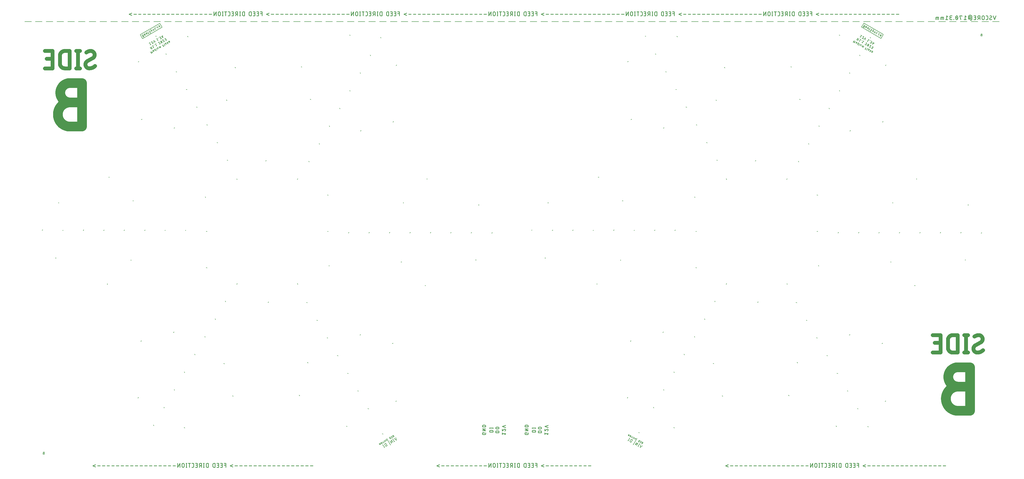
<source format=gbr>
G04 EAGLE Gerber RS-274X export*
G75*
%MOMM*%
%FSLAX34Y34*%
%LPD*%
%INSilkscreen Bottom*%
%IPPOS*%
%AMOC8*
5,1,8,0,0,1.08239X$1,22.5*%
G01*
%ADD10C,0.203200*%
%ADD11C,0.279400*%
%ADD12C,1.447800*%
%ADD13C,3.606800*%
%ADD14C,0.177800*%
%ADD15C,0.127000*%
%ADD16C,0.150000*%
%ADD17C,0.152400*%


D10*
X3666000Y1703141D02*
X3640549Y1703141D01*
X3625549Y1703141D02*
X3600099Y1703141D01*
X3585099Y1703141D02*
X3559648Y1703141D01*
X3544648Y1703141D02*
X3519198Y1703141D01*
X3504198Y1703141D02*
X3478747Y1703141D01*
X3463747Y1703141D02*
X3438297Y1703141D01*
X3423297Y1703141D02*
X3397846Y1703141D01*
X3382846Y1703141D02*
X3357396Y1703141D01*
X3342396Y1703141D02*
X3316945Y1703141D01*
X3301945Y1703141D02*
X3276495Y1703141D01*
X3261495Y1703141D02*
X3236044Y1703141D01*
X3221044Y1703141D02*
X3195593Y1703141D01*
X3180593Y1703141D02*
X3155143Y1703141D01*
X3140143Y1703141D02*
X3114692Y1703141D01*
X3099692Y1703141D02*
X3074242Y1703141D01*
X3059242Y1703141D02*
X3033791Y1703141D01*
X3018791Y1703141D02*
X2993341Y1703141D01*
X2978341Y1703141D02*
X2952890Y1703141D01*
X2937890Y1703141D02*
X2912440Y1703141D01*
X2897440Y1703141D02*
X2871989Y1703141D01*
X2856989Y1703141D02*
X2831538Y1703141D01*
X2816538Y1703141D02*
X2791088Y1703141D01*
X2776088Y1703141D02*
X2750637Y1703141D01*
X2735637Y1703141D02*
X2710187Y1703141D01*
X2695187Y1703141D02*
X2669736Y1703141D01*
X2654736Y1703141D02*
X2629286Y1703141D01*
X2614286Y1703141D02*
X2588835Y1703141D01*
X2573835Y1703141D02*
X2548385Y1703141D01*
X2533385Y1703141D02*
X2507934Y1703141D01*
X2492934Y1703141D02*
X2467484Y1703141D01*
X2452484Y1703141D02*
X2427033Y1703141D01*
X2412033Y1703141D02*
X2386582Y1703141D01*
X2371582Y1703141D02*
X2346132Y1703141D01*
X2331132Y1703141D02*
X2305681Y1703141D01*
X2290681Y1703141D02*
X2265231Y1703141D01*
X2250231Y1703141D02*
X2224780Y1703141D01*
X2209780Y1703141D02*
X2184330Y1703141D01*
X2169330Y1703141D02*
X2143879Y1703141D01*
X2128879Y1703141D02*
X2103429Y1703141D01*
X2088429Y1703141D02*
X2062978Y1703141D01*
X2047978Y1703141D02*
X2022527Y1703141D01*
X2007527Y1703141D02*
X1982077Y1703141D01*
X1967077Y1703141D02*
X1941626Y1703141D01*
X1926626Y1703141D02*
X1901176Y1703141D01*
X1886176Y1703141D02*
X1860725Y1703141D01*
X1845725Y1703141D02*
X1820275Y1703141D01*
X1805275Y1703141D02*
X1779824Y1703141D01*
X1764824Y1703141D02*
X1739374Y1703141D01*
X1724374Y1703141D02*
X1698923Y1703141D01*
X1683923Y1703141D02*
X1658473Y1703141D01*
X1643473Y1703141D02*
X1618022Y1703141D01*
X1603022Y1703141D02*
X1577571Y1703141D01*
X1562571Y1703141D02*
X1537121Y1703141D01*
X1522121Y1703141D02*
X1496670Y1703141D01*
X1481670Y1703141D02*
X1456220Y1703141D01*
X1441220Y1703141D02*
X1415769Y1703141D01*
X1400769Y1703141D02*
X1375319Y1703141D01*
X1360319Y1703141D02*
X1334868Y1703141D01*
X1319868Y1703141D02*
X1294418Y1703141D01*
X1279418Y1703141D02*
X1253967Y1703141D01*
X1238967Y1703141D02*
X1213516Y1703141D01*
X1198516Y1703141D02*
X1173066Y1703141D01*
X1158066Y1703141D02*
X1132615Y1703141D01*
X1117615Y1703141D02*
X1092165Y1703141D01*
X1077165Y1703141D02*
X1051714Y1703141D01*
X1036714Y1703141D02*
X1011264Y1703141D01*
X996264Y1703141D02*
X970813Y1703141D01*
X955813Y1703141D02*
X930363Y1703141D01*
X915363Y1703141D02*
X889912Y1703141D01*
X874912Y1703141D02*
X849462Y1703141D01*
X834462Y1703141D02*
X809011Y1703141D01*
X794011Y1703141D02*
X768560Y1703141D01*
X753560Y1703141D02*
X728110Y1703141D01*
X713110Y1703141D02*
X687659Y1703141D01*
X672659Y1703141D02*
X647209Y1703141D01*
X632209Y1703141D02*
X606758Y1703141D01*
X591758Y1703141D02*
X566308Y1703141D01*
X551308Y1703141D02*
X525857Y1703141D01*
X510857Y1703141D02*
X485407Y1703141D01*
X470407Y1703141D02*
X444956Y1703141D01*
X429956Y1703141D02*
X404506Y1703141D01*
X389506Y1703141D02*
X364055Y1703141D01*
X349055Y1703141D02*
X323604Y1703141D01*
X308604Y1703141D02*
X283154Y1703141D01*
X268154Y1703141D02*
X242703Y1703141D01*
X227703Y1703141D02*
X202253Y1703141D01*
X187253Y1703141D02*
X161802Y1703141D01*
X146802Y1703141D02*
X121352Y1703141D01*
X106352Y1703141D02*
X80901Y1703141D01*
X65901Y1703141D02*
X40451Y1703141D01*
X25451Y1703141D02*
X0Y1703141D01*
D11*
X3454022Y30981D02*
X3464013Y30981D01*
X3446297Y30981D02*
X3436307Y30981D01*
X3428582Y30981D02*
X3418591Y30981D01*
X3410867Y30981D02*
X3400876Y30981D01*
X3393151Y30981D02*
X3383160Y30981D01*
X3375436Y30981D02*
X3365445Y30981D01*
X3357720Y30981D02*
X3347730Y30981D01*
X3340005Y30981D02*
X3330014Y30981D01*
X3322289Y30981D02*
X3312299Y30981D01*
X3304574Y30981D02*
X3294583Y30981D01*
X3286859Y30981D02*
X3276868Y30981D01*
X3269143Y30981D02*
X3259153Y30981D01*
X3251428Y30981D02*
X3241437Y30981D01*
X3233712Y30981D02*
X3223722Y30981D01*
X3215997Y30981D02*
X3206006Y30981D01*
X3198282Y30981D02*
X3188291Y30981D01*
X3180566Y30981D02*
X3170576Y30981D01*
X3162851Y35144D02*
X3152860Y30981D01*
X3162851Y26819D01*
X3136442Y25154D02*
X3136442Y40140D01*
X3129782Y40140D01*
X3129782Y33479D02*
X3136442Y33479D01*
X3122895Y25154D02*
X3116235Y25154D01*
X3122895Y25154D02*
X3122895Y40140D01*
X3116235Y40140D01*
X3117900Y33479D02*
X3122895Y33479D01*
X3109348Y25154D02*
X3102688Y25154D01*
X3109348Y25154D02*
X3109348Y40140D01*
X3102688Y40140D01*
X3104353Y33479D02*
X3109348Y33479D01*
X3095846Y40140D02*
X3095846Y25154D01*
X3095846Y40140D02*
X3091683Y40140D01*
X3091555Y40138D01*
X3091427Y40132D01*
X3091299Y40122D01*
X3091171Y40108D01*
X3091044Y40091D01*
X3090918Y40069D01*
X3090792Y40044D01*
X3090668Y40014D01*
X3090544Y39981D01*
X3090421Y39944D01*
X3090299Y39903D01*
X3090179Y39859D01*
X3090060Y39811D01*
X3089943Y39759D01*
X3089827Y39704D01*
X3089714Y39645D01*
X3089602Y39582D01*
X3089491Y39516D01*
X3089384Y39447D01*
X3089278Y39375D01*
X3089174Y39299D01*
X3089073Y39220D01*
X3088974Y39138D01*
X3088878Y39054D01*
X3088785Y38966D01*
X3088694Y38875D01*
X3088607Y38782D01*
X3088522Y38686D01*
X3088440Y38587D01*
X3088361Y38486D01*
X3088285Y38382D01*
X3088213Y38277D01*
X3088144Y38169D01*
X3088078Y38059D01*
X3088015Y37947D01*
X3087956Y37833D01*
X3087901Y37717D01*
X3087849Y37600D01*
X3087801Y37481D01*
X3087757Y37361D01*
X3087716Y37239D01*
X3087679Y37116D01*
X3087646Y36992D01*
X3087616Y36868D01*
X3087591Y36742D01*
X3087569Y36616D01*
X3087552Y36489D01*
X3087538Y36361D01*
X3087528Y36233D01*
X3087522Y36105D01*
X3087520Y35977D01*
X3087521Y35977D02*
X3087521Y29316D01*
X3087520Y29316D02*
X3087522Y29188D01*
X3087528Y29060D01*
X3087538Y28932D01*
X3087552Y28804D01*
X3087569Y28677D01*
X3087591Y28551D01*
X3087616Y28425D01*
X3087646Y28301D01*
X3087679Y28177D01*
X3087716Y28054D01*
X3087757Y27932D01*
X3087801Y27812D01*
X3087849Y27693D01*
X3087901Y27576D01*
X3087956Y27460D01*
X3088015Y27347D01*
X3088078Y27234D01*
X3088144Y27124D01*
X3088213Y27016D01*
X3088285Y26911D01*
X3088361Y26807D01*
X3088440Y26706D01*
X3088522Y26607D01*
X3088607Y26511D01*
X3088694Y26418D01*
X3088785Y26327D01*
X3088878Y26239D01*
X3088974Y26155D01*
X3089073Y26073D01*
X3089174Y25994D01*
X3089278Y25918D01*
X3089384Y25846D01*
X3089491Y25777D01*
X3089602Y25711D01*
X3089714Y25648D01*
X3089827Y25589D01*
X3089943Y25534D01*
X3090060Y25482D01*
X3090179Y25434D01*
X3090299Y25390D01*
X3090421Y25349D01*
X3090544Y25312D01*
X3090668Y25279D01*
X3090792Y25249D01*
X3090918Y25224D01*
X3091044Y25202D01*
X3091171Y25185D01*
X3091299Y25171D01*
X3091427Y25161D01*
X3091555Y25155D01*
X3091683Y25153D01*
X3091683Y25154D02*
X3095846Y25154D01*
X3070836Y25154D02*
X3070836Y40140D01*
X3066673Y40140D01*
X3066545Y40138D01*
X3066417Y40132D01*
X3066289Y40122D01*
X3066161Y40108D01*
X3066034Y40091D01*
X3065908Y40069D01*
X3065782Y40044D01*
X3065658Y40014D01*
X3065534Y39981D01*
X3065411Y39944D01*
X3065289Y39903D01*
X3065169Y39859D01*
X3065050Y39811D01*
X3064933Y39759D01*
X3064817Y39704D01*
X3064704Y39645D01*
X3064592Y39582D01*
X3064481Y39516D01*
X3064374Y39447D01*
X3064268Y39375D01*
X3064164Y39299D01*
X3064063Y39220D01*
X3063964Y39138D01*
X3063868Y39054D01*
X3063775Y38966D01*
X3063684Y38875D01*
X3063597Y38782D01*
X3063512Y38686D01*
X3063430Y38587D01*
X3063351Y38486D01*
X3063275Y38382D01*
X3063203Y38277D01*
X3063134Y38169D01*
X3063068Y38059D01*
X3063005Y37947D01*
X3062946Y37833D01*
X3062891Y37717D01*
X3062839Y37600D01*
X3062791Y37481D01*
X3062747Y37361D01*
X3062706Y37239D01*
X3062669Y37116D01*
X3062636Y36992D01*
X3062606Y36868D01*
X3062581Y36742D01*
X3062559Y36616D01*
X3062542Y36489D01*
X3062528Y36361D01*
X3062518Y36233D01*
X3062512Y36105D01*
X3062510Y35977D01*
X3062511Y35977D02*
X3062511Y29316D01*
X3062510Y29316D02*
X3062512Y29188D01*
X3062518Y29060D01*
X3062528Y28932D01*
X3062542Y28804D01*
X3062559Y28677D01*
X3062581Y28551D01*
X3062606Y28425D01*
X3062636Y28301D01*
X3062669Y28177D01*
X3062706Y28054D01*
X3062747Y27932D01*
X3062791Y27812D01*
X3062839Y27693D01*
X3062891Y27576D01*
X3062946Y27460D01*
X3063005Y27347D01*
X3063068Y27234D01*
X3063134Y27124D01*
X3063203Y27016D01*
X3063275Y26911D01*
X3063351Y26807D01*
X3063430Y26706D01*
X3063512Y26607D01*
X3063597Y26511D01*
X3063684Y26418D01*
X3063775Y26327D01*
X3063868Y26239D01*
X3063964Y26155D01*
X3064063Y26073D01*
X3064164Y25994D01*
X3064268Y25918D01*
X3064374Y25846D01*
X3064481Y25777D01*
X3064592Y25711D01*
X3064704Y25648D01*
X3064817Y25589D01*
X3064933Y25534D01*
X3065050Y25482D01*
X3065169Y25434D01*
X3065289Y25390D01*
X3065411Y25349D01*
X3065534Y25312D01*
X3065658Y25279D01*
X3065782Y25249D01*
X3065908Y25224D01*
X3066034Y25202D01*
X3066161Y25185D01*
X3066289Y25171D01*
X3066417Y25161D01*
X3066545Y25155D01*
X3066673Y25153D01*
X3066673Y25154D02*
X3070836Y25154D01*
X3053647Y25154D02*
X3053647Y40140D01*
X3055312Y25154D02*
X3051982Y25154D01*
X3051982Y40140D02*
X3055312Y40140D01*
X3044646Y40140D02*
X3044646Y25154D01*
X3044646Y40140D02*
X3040483Y40140D01*
X3040355Y40138D01*
X3040227Y40132D01*
X3040099Y40122D01*
X3039971Y40108D01*
X3039844Y40091D01*
X3039718Y40069D01*
X3039592Y40044D01*
X3039468Y40014D01*
X3039344Y39981D01*
X3039221Y39944D01*
X3039099Y39903D01*
X3038979Y39859D01*
X3038860Y39811D01*
X3038743Y39759D01*
X3038627Y39704D01*
X3038514Y39645D01*
X3038402Y39582D01*
X3038291Y39516D01*
X3038184Y39447D01*
X3038078Y39375D01*
X3037974Y39299D01*
X3037873Y39220D01*
X3037774Y39138D01*
X3037678Y39053D01*
X3037585Y38966D01*
X3037494Y38875D01*
X3037407Y38782D01*
X3037322Y38686D01*
X3037240Y38587D01*
X3037161Y38486D01*
X3037085Y38382D01*
X3037013Y38276D01*
X3036944Y38169D01*
X3036878Y38059D01*
X3036815Y37946D01*
X3036756Y37833D01*
X3036701Y37717D01*
X3036649Y37600D01*
X3036601Y37481D01*
X3036557Y37361D01*
X3036516Y37239D01*
X3036479Y37116D01*
X3036446Y36992D01*
X3036416Y36868D01*
X3036391Y36742D01*
X3036369Y36616D01*
X3036352Y36489D01*
X3036338Y36361D01*
X3036328Y36233D01*
X3036322Y36105D01*
X3036320Y35977D01*
X3036322Y35849D01*
X3036328Y35721D01*
X3036338Y35593D01*
X3036352Y35465D01*
X3036369Y35338D01*
X3036391Y35212D01*
X3036416Y35086D01*
X3036446Y34962D01*
X3036479Y34838D01*
X3036516Y34715D01*
X3036557Y34593D01*
X3036601Y34473D01*
X3036649Y34354D01*
X3036701Y34237D01*
X3036756Y34121D01*
X3036815Y34008D01*
X3036878Y33896D01*
X3036944Y33785D01*
X3037013Y33678D01*
X3037085Y33572D01*
X3037161Y33468D01*
X3037240Y33367D01*
X3037322Y33268D01*
X3037407Y33172D01*
X3037494Y33079D01*
X3037585Y32988D01*
X3037678Y32901D01*
X3037774Y32816D01*
X3037873Y32734D01*
X3037974Y32655D01*
X3038078Y32579D01*
X3038184Y32507D01*
X3038291Y32438D01*
X3038402Y32372D01*
X3038514Y32309D01*
X3038627Y32250D01*
X3038743Y32195D01*
X3038860Y32143D01*
X3038979Y32095D01*
X3039099Y32051D01*
X3039221Y32010D01*
X3039344Y31973D01*
X3039468Y31940D01*
X3039592Y31910D01*
X3039718Y31885D01*
X3039844Y31863D01*
X3039971Y31846D01*
X3040099Y31832D01*
X3040227Y31822D01*
X3040355Y31816D01*
X3040483Y31814D01*
X3044646Y31814D01*
X3039651Y31814D02*
X3036320Y25154D01*
X3028587Y25154D02*
X3021926Y25154D01*
X3028587Y25154D02*
X3028587Y40140D01*
X3021926Y40140D01*
X3023592Y33479D02*
X3028587Y33479D01*
X3012335Y25154D02*
X3009005Y25154D01*
X3012335Y25154D02*
X3012449Y25156D01*
X3012562Y25162D01*
X3012676Y25171D01*
X3012788Y25185D01*
X3012901Y25202D01*
X3013013Y25224D01*
X3013123Y25249D01*
X3013233Y25277D01*
X3013342Y25310D01*
X3013450Y25346D01*
X3013557Y25386D01*
X3013662Y25430D01*
X3013765Y25477D01*
X3013867Y25527D01*
X3013967Y25581D01*
X3014065Y25639D01*
X3014161Y25700D01*
X3014255Y25763D01*
X3014347Y25831D01*
X3014437Y25901D01*
X3014523Y25974D01*
X3014608Y26050D01*
X3014690Y26129D01*
X3014769Y26211D01*
X3014845Y26296D01*
X3014918Y26382D01*
X3014988Y26472D01*
X3015056Y26564D01*
X3015119Y26658D01*
X3015180Y26754D01*
X3015238Y26852D01*
X3015292Y26952D01*
X3015342Y27054D01*
X3015389Y27157D01*
X3015433Y27262D01*
X3015473Y27369D01*
X3015509Y27477D01*
X3015542Y27586D01*
X3015570Y27696D01*
X3015595Y27807D01*
X3015617Y27918D01*
X3015634Y28031D01*
X3015648Y28143D01*
X3015657Y28257D01*
X3015663Y28370D01*
X3015665Y28484D01*
X3015665Y36809D01*
X3015663Y36923D01*
X3015657Y37036D01*
X3015648Y37150D01*
X3015634Y37262D01*
X3015617Y37375D01*
X3015595Y37487D01*
X3015570Y37597D01*
X3015542Y37707D01*
X3015509Y37816D01*
X3015473Y37924D01*
X3015433Y38031D01*
X3015389Y38136D01*
X3015342Y38239D01*
X3015292Y38341D01*
X3015238Y38441D01*
X3015180Y38539D01*
X3015119Y38635D01*
X3015056Y38729D01*
X3014988Y38821D01*
X3014918Y38911D01*
X3014845Y38997D01*
X3014769Y39082D01*
X3014690Y39164D01*
X3014608Y39243D01*
X3014524Y39319D01*
X3014437Y39392D01*
X3014347Y39462D01*
X3014255Y39529D01*
X3014161Y39593D01*
X3014065Y39654D01*
X3013967Y39712D01*
X3013867Y39766D01*
X3013765Y39816D01*
X3013662Y39863D01*
X3013557Y39907D01*
X3013450Y39947D01*
X3013342Y39983D01*
X3013233Y40016D01*
X3013123Y40044D01*
X3013013Y40069D01*
X3012901Y40091D01*
X3012788Y40108D01*
X3012676Y40122D01*
X3012562Y40131D01*
X3012449Y40137D01*
X3012335Y40139D01*
X3012335Y40140D02*
X3009005Y40140D01*
X2999459Y40140D02*
X2999459Y25154D01*
X3003622Y40140D02*
X2995296Y40140D01*
X2987996Y40140D02*
X2987996Y25154D01*
X2989661Y25154D02*
X2986331Y25154D01*
X2986331Y40140D02*
X2989661Y40140D01*
X2979654Y35977D02*
X2979654Y29316D01*
X2979654Y35977D02*
X2979652Y36105D01*
X2979646Y36233D01*
X2979636Y36361D01*
X2979622Y36489D01*
X2979605Y36616D01*
X2979583Y36742D01*
X2979558Y36868D01*
X2979528Y36992D01*
X2979495Y37116D01*
X2979458Y37239D01*
X2979417Y37361D01*
X2979373Y37481D01*
X2979325Y37600D01*
X2979273Y37717D01*
X2979218Y37833D01*
X2979159Y37946D01*
X2979096Y38059D01*
X2979030Y38169D01*
X2978961Y38276D01*
X2978889Y38382D01*
X2978813Y38486D01*
X2978734Y38587D01*
X2978652Y38686D01*
X2978567Y38782D01*
X2978480Y38875D01*
X2978389Y38966D01*
X2978296Y39053D01*
X2978200Y39138D01*
X2978101Y39220D01*
X2978000Y39299D01*
X2977896Y39375D01*
X2977790Y39447D01*
X2977683Y39516D01*
X2977573Y39582D01*
X2977460Y39645D01*
X2977347Y39704D01*
X2977231Y39759D01*
X2977114Y39811D01*
X2976995Y39859D01*
X2976875Y39903D01*
X2976753Y39944D01*
X2976630Y39981D01*
X2976506Y40014D01*
X2976382Y40044D01*
X2976256Y40069D01*
X2976130Y40091D01*
X2976003Y40108D01*
X2975875Y40122D01*
X2975747Y40132D01*
X2975619Y40138D01*
X2975491Y40140D01*
X2975363Y40138D01*
X2975235Y40132D01*
X2975107Y40122D01*
X2974979Y40108D01*
X2974852Y40091D01*
X2974726Y40069D01*
X2974600Y40044D01*
X2974476Y40014D01*
X2974352Y39981D01*
X2974229Y39944D01*
X2974107Y39903D01*
X2973987Y39859D01*
X2973868Y39811D01*
X2973751Y39759D01*
X2973635Y39704D01*
X2973522Y39645D01*
X2973410Y39582D01*
X2973299Y39516D01*
X2973192Y39447D01*
X2973086Y39375D01*
X2972982Y39299D01*
X2972881Y39220D01*
X2972782Y39138D01*
X2972686Y39053D01*
X2972593Y38966D01*
X2972502Y38875D01*
X2972415Y38782D01*
X2972330Y38686D01*
X2972248Y38587D01*
X2972169Y38486D01*
X2972093Y38382D01*
X2972021Y38276D01*
X2971952Y38169D01*
X2971886Y38059D01*
X2971823Y37946D01*
X2971764Y37833D01*
X2971709Y37717D01*
X2971657Y37600D01*
X2971609Y37481D01*
X2971565Y37361D01*
X2971524Y37239D01*
X2971487Y37116D01*
X2971454Y36992D01*
X2971424Y36868D01*
X2971399Y36742D01*
X2971377Y36616D01*
X2971360Y36489D01*
X2971346Y36361D01*
X2971336Y36233D01*
X2971330Y36105D01*
X2971328Y35977D01*
X2971328Y29316D01*
X2971330Y29188D01*
X2971336Y29060D01*
X2971346Y28932D01*
X2971360Y28804D01*
X2971377Y28677D01*
X2971399Y28551D01*
X2971424Y28425D01*
X2971454Y28301D01*
X2971487Y28177D01*
X2971524Y28054D01*
X2971565Y27932D01*
X2971609Y27812D01*
X2971657Y27693D01*
X2971709Y27576D01*
X2971764Y27460D01*
X2971823Y27347D01*
X2971886Y27235D01*
X2971952Y27124D01*
X2972021Y27017D01*
X2972093Y26911D01*
X2972169Y26807D01*
X2972248Y26706D01*
X2972330Y26607D01*
X2972415Y26511D01*
X2972502Y26418D01*
X2972593Y26327D01*
X2972686Y26240D01*
X2972782Y26155D01*
X2972881Y26073D01*
X2972982Y25994D01*
X2973086Y25918D01*
X2973192Y25846D01*
X2973299Y25777D01*
X2973410Y25711D01*
X2973522Y25648D01*
X2973635Y25589D01*
X2973751Y25534D01*
X2973868Y25482D01*
X2973987Y25434D01*
X2974107Y25390D01*
X2974229Y25349D01*
X2974352Y25312D01*
X2974476Y25279D01*
X2974600Y25249D01*
X2974726Y25224D01*
X2974852Y25202D01*
X2974979Y25185D01*
X2975107Y25171D01*
X2975235Y25161D01*
X2975363Y25155D01*
X2975491Y25153D01*
X2975619Y25155D01*
X2975747Y25161D01*
X2975875Y25171D01*
X2976003Y25185D01*
X2976130Y25202D01*
X2976256Y25224D01*
X2976382Y25249D01*
X2976506Y25279D01*
X2976630Y25312D01*
X2976753Y25349D01*
X2976875Y25390D01*
X2976995Y25434D01*
X2977114Y25482D01*
X2977231Y25534D01*
X2977347Y25589D01*
X2977460Y25648D01*
X2977573Y25711D01*
X2977683Y25777D01*
X2977790Y25846D01*
X2977896Y25918D01*
X2978000Y25994D01*
X2978101Y26073D01*
X2978200Y26155D01*
X2978296Y26240D01*
X2978389Y26327D01*
X2978480Y26418D01*
X2978567Y26511D01*
X2978652Y26607D01*
X2978734Y26706D01*
X2978813Y26807D01*
X2978889Y26911D01*
X2978961Y27017D01*
X2979030Y27124D01*
X2979096Y27234D01*
X2979159Y27347D01*
X2979218Y27460D01*
X2979273Y27576D01*
X2979325Y27693D01*
X2979373Y27812D01*
X2979417Y27932D01*
X2979458Y28054D01*
X2979495Y28177D01*
X2979528Y28301D01*
X2979558Y28425D01*
X2979583Y28551D01*
X2979605Y28677D01*
X2979622Y28804D01*
X2979636Y28932D01*
X2979646Y29060D01*
X2979652Y29188D01*
X2979654Y29316D01*
X2963502Y25154D02*
X2963502Y40140D01*
X2955176Y25154D01*
X2955176Y40140D01*
X2947140Y30981D02*
X2937149Y30981D01*
X2929424Y30981D02*
X2919434Y30981D01*
X2911709Y30981D02*
X2901718Y30981D01*
X2893994Y30981D02*
X2884003Y30981D01*
X2876278Y30981D02*
X2866288Y30981D01*
X2858563Y30981D02*
X2848572Y30981D01*
X2840847Y30981D02*
X2830857Y30981D01*
X2823132Y30981D02*
X2813141Y30981D01*
X2805417Y30981D02*
X2795426Y30981D01*
X2787701Y30981D02*
X2777711Y30981D01*
X2769986Y30981D02*
X2759995Y30981D01*
X2752270Y30981D02*
X2742280Y30981D01*
X2734555Y30981D02*
X2724564Y30981D01*
X2716840Y30981D02*
X2706849Y30981D01*
X2699124Y30981D02*
X2689133Y30981D01*
X2681409Y30981D02*
X2671418Y30981D01*
X2663693Y30981D02*
X2653703Y30981D01*
X2645978Y35144D02*
X2635987Y30981D01*
X2645978Y26819D01*
X3277768Y1730979D02*
X3287759Y1730979D01*
X3270043Y1730979D02*
X3260052Y1730979D01*
X3252328Y1730979D02*
X3242337Y1730979D01*
X3234612Y1730979D02*
X3224622Y1730979D01*
X3216897Y1730979D02*
X3206906Y1730979D01*
X3199182Y1730979D02*
X3189191Y1730979D01*
X3181466Y1730979D02*
X3171475Y1730979D01*
X3163751Y1730979D02*
X3153760Y1730979D01*
X3146035Y1730979D02*
X3136045Y1730979D01*
X3128320Y1730979D02*
X3118329Y1730979D01*
X3110604Y1730979D02*
X3100614Y1730979D01*
X3092889Y1730979D02*
X3082898Y1730979D01*
X3075174Y1730979D02*
X3065183Y1730979D01*
X3057458Y1730979D02*
X3047468Y1730979D01*
X3039743Y1730979D02*
X3029752Y1730979D01*
X3022027Y1730979D02*
X3012037Y1730979D01*
X3004312Y1730979D02*
X2994321Y1730979D01*
X2986597Y1735142D02*
X2976606Y1730979D01*
X2986597Y1726817D01*
X2960188Y1725152D02*
X2960188Y1740138D01*
X2953528Y1740138D01*
X2953528Y1733477D02*
X2960188Y1733477D01*
X2946641Y1725152D02*
X2939981Y1725152D01*
X2946641Y1725152D02*
X2946641Y1740138D01*
X2939981Y1740138D01*
X2941646Y1733477D02*
X2946641Y1733477D01*
X2933094Y1725152D02*
X2926434Y1725152D01*
X2933094Y1725152D02*
X2933094Y1740138D01*
X2926434Y1740138D01*
X2928099Y1733477D02*
X2933094Y1733477D01*
X2919592Y1740138D02*
X2919592Y1725152D01*
X2919592Y1740138D02*
X2915429Y1740138D01*
X2915301Y1740136D01*
X2915173Y1740130D01*
X2915045Y1740120D01*
X2914917Y1740106D01*
X2914790Y1740089D01*
X2914664Y1740067D01*
X2914538Y1740042D01*
X2914414Y1740012D01*
X2914290Y1739979D01*
X2914167Y1739942D01*
X2914045Y1739901D01*
X2913925Y1739857D01*
X2913806Y1739809D01*
X2913689Y1739757D01*
X2913573Y1739702D01*
X2913460Y1739643D01*
X2913348Y1739580D01*
X2913237Y1739514D01*
X2913130Y1739445D01*
X2913024Y1739373D01*
X2912920Y1739297D01*
X2912819Y1739218D01*
X2912720Y1739136D01*
X2912624Y1739052D01*
X2912531Y1738964D01*
X2912440Y1738873D01*
X2912353Y1738780D01*
X2912268Y1738684D01*
X2912186Y1738585D01*
X2912107Y1738484D01*
X2912031Y1738380D01*
X2911959Y1738275D01*
X2911890Y1738167D01*
X2911824Y1738057D01*
X2911761Y1737945D01*
X2911702Y1737831D01*
X2911647Y1737715D01*
X2911595Y1737598D01*
X2911547Y1737479D01*
X2911503Y1737359D01*
X2911462Y1737237D01*
X2911425Y1737114D01*
X2911392Y1736990D01*
X2911362Y1736866D01*
X2911337Y1736740D01*
X2911315Y1736614D01*
X2911298Y1736487D01*
X2911284Y1736359D01*
X2911274Y1736231D01*
X2911268Y1736103D01*
X2911266Y1735975D01*
X2911266Y1729314D01*
X2911268Y1729186D01*
X2911274Y1729058D01*
X2911284Y1728930D01*
X2911298Y1728802D01*
X2911315Y1728675D01*
X2911337Y1728549D01*
X2911362Y1728423D01*
X2911392Y1728299D01*
X2911425Y1728175D01*
X2911462Y1728052D01*
X2911503Y1727930D01*
X2911547Y1727810D01*
X2911595Y1727691D01*
X2911647Y1727574D01*
X2911702Y1727458D01*
X2911761Y1727345D01*
X2911824Y1727232D01*
X2911890Y1727122D01*
X2911959Y1727014D01*
X2912031Y1726909D01*
X2912107Y1726805D01*
X2912186Y1726704D01*
X2912268Y1726605D01*
X2912353Y1726509D01*
X2912440Y1726416D01*
X2912531Y1726325D01*
X2912624Y1726237D01*
X2912720Y1726153D01*
X2912819Y1726071D01*
X2912920Y1725992D01*
X2913024Y1725916D01*
X2913130Y1725844D01*
X2913237Y1725775D01*
X2913348Y1725709D01*
X2913460Y1725646D01*
X2913573Y1725587D01*
X2913689Y1725532D01*
X2913806Y1725480D01*
X2913925Y1725432D01*
X2914045Y1725388D01*
X2914167Y1725347D01*
X2914290Y1725310D01*
X2914414Y1725277D01*
X2914538Y1725247D01*
X2914664Y1725222D01*
X2914790Y1725200D01*
X2914917Y1725183D01*
X2915045Y1725169D01*
X2915173Y1725159D01*
X2915301Y1725153D01*
X2915429Y1725151D01*
X2915429Y1725152D02*
X2919592Y1725152D01*
X2894582Y1725152D02*
X2894582Y1740138D01*
X2890419Y1740138D01*
X2890291Y1740136D01*
X2890163Y1740130D01*
X2890035Y1740120D01*
X2889907Y1740106D01*
X2889780Y1740089D01*
X2889654Y1740067D01*
X2889528Y1740042D01*
X2889404Y1740012D01*
X2889280Y1739979D01*
X2889157Y1739942D01*
X2889035Y1739901D01*
X2888915Y1739857D01*
X2888796Y1739809D01*
X2888679Y1739757D01*
X2888563Y1739702D01*
X2888450Y1739643D01*
X2888338Y1739580D01*
X2888227Y1739514D01*
X2888120Y1739445D01*
X2888014Y1739373D01*
X2887910Y1739297D01*
X2887809Y1739218D01*
X2887710Y1739136D01*
X2887614Y1739052D01*
X2887521Y1738964D01*
X2887430Y1738873D01*
X2887343Y1738780D01*
X2887258Y1738684D01*
X2887176Y1738585D01*
X2887097Y1738484D01*
X2887021Y1738380D01*
X2886949Y1738275D01*
X2886880Y1738167D01*
X2886814Y1738057D01*
X2886751Y1737945D01*
X2886692Y1737831D01*
X2886637Y1737715D01*
X2886585Y1737598D01*
X2886537Y1737479D01*
X2886493Y1737359D01*
X2886452Y1737237D01*
X2886415Y1737114D01*
X2886382Y1736990D01*
X2886352Y1736866D01*
X2886327Y1736740D01*
X2886305Y1736614D01*
X2886288Y1736487D01*
X2886274Y1736359D01*
X2886264Y1736231D01*
X2886258Y1736103D01*
X2886256Y1735975D01*
X2886256Y1729314D01*
X2886258Y1729186D01*
X2886264Y1729058D01*
X2886274Y1728930D01*
X2886288Y1728802D01*
X2886305Y1728675D01*
X2886327Y1728549D01*
X2886352Y1728423D01*
X2886382Y1728299D01*
X2886415Y1728175D01*
X2886452Y1728052D01*
X2886493Y1727930D01*
X2886537Y1727810D01*
X2886585Y1727691D01*
X2886637Y1727574D01*
X2886692Y1727458D01*
X2886751Y1727345D01*
X2886814Y1727232D01*
X2886880Y1727122D01*
X2886949Y1727014D01*
X2887021Y1726909D01*
X2887097Y1726805D01*
X2887176Y1726704D01*
X2887258Y1726605D01*
X2887343Y1726509D01*
X2887430Y1726416D01*
X2887521Y1726325D01*
X2887614Y1726237D01*
X2887710Y1726153D01*
X2887809Y1726071D01*
X2887910Y1725992D01*
X2888014Y1725916D01*
X2888120Y1725844D01*
X2888227Y1725775D01*
X2888338Y1725709D01*
X2888450Y1725646D01*
X2888563Y1725587D01*
X2888679Y1725532D01*
X2888796Y1725480D01*
X2888915Y1725432D01*
X2889035Y1725388D01*
X2889157Y1725347D01*
X2889280Y1725310D01*
X2889404Y1725277D01*
X2889528Y1725247D01*
X2889654Y1725222D01*
X2889780Y1725200D01*
X2889907Y1725183D01*
X2890035Y1725169D01*
X2890163Y1725159D01*
X2890291Y1725153D01*
X2890419Y1725151D01*
X2890419Y1725152D02*
X2894582Y1725152D01*
X2877393Y1725152D02*
X2877393Y1740138D01*
X2879058Y1725152D02*
X2875728Y1725152D01*
X2875728Y1740138D02*
X2879058Y1740138D01*
X2868392Y1740138D02*
X2868392Y1725152D01*
X2868392Y1740138D02*
X2864229Y1740138D01*
X2864101Y1740136D01*
X2863973Y1740130D01*
X2863845Y1740120D01*
X2863717Y1740106D01*
X2863590Y1740089D01*
X2863464Y1740067D01*
X2863338Y1740042D01*
X2863214Y1740012D01*
X2863090Y1739979D01*
X2862967Y1739942D01*
X2862845Y1739901D01*
X2862725Y1739857D01*
X2862606Y1739809D01*
X2862489Y1739757D01*
X2862373Y1739702D01*
X2862260Y1739643D01*
X2862148Y1739580D01*
X2862037Y1739514D01*
X2861930Y1739445D01*
X2861824Y1739373D01*
X2861720Y1739297D01*
X2861619Y1739218D01*
X2861520Y1739136D01*
X2861424Y1739051D01*
X2861331Y1738964D01*
X2861240Y1738873D01*
X2861153Y1738780D01*
X2861068Y1738684D01*
X2860986Y1738585D01*
X2860907Y1738484D01*
X2860831Y1738380D01*
X2860759Y1738274D01*
X2860690Y1738167D01*
X2860624Y1738057D01*
X2860561Y1737944D01*
X2860502Y1737831D01*
X2860447Y1737715D01*
X2860395Y1737598D01*
X2860347Y1737479D01*
X2860303Y1737359D01*
X2860262Y1737237D01*
X2860225Y1737114D01*
X2860192Y1736990D01*
X2860162Y1736866D01*
X2860137Y1736740D01*
X2860115Y1736614D01*
X2860098Y1736487D01*
X2860084Y1736359D01*
X2860074Y1736231D01*
X2860068Y1736103D01*
X2860066Y1735975D01*
X2860068Y1735847D01*
X2860074Y1735719D01*
X2860084Y1735591D01*
X2860098Y1735463D01*
X2860115Y1735336D01*
X2860137Y1735210D01*
X2860162Y1735084D01*
X2860192Y1734960D01*
X2860225Y1734836D01*
X2860262Y1734713D01*
X2860303Y1734591D01*
X2860347Y1734471D01*
X2860395Y1734352D01*
X2860447Y1734235D01*
X2860502Y1734119D01*
X2860561Y1734006D01*
X2860624Y1733894D01*
X2860690Y1733783D01*
X2860759Y1733676D01*
X2860831Y1733570D01*
X2860907Y1733466D01*
X2860986Y1733365D01*
X2861068Y1733266D01*
X2861153Y1733170D01*
X2861240Y1733077D01*
X2861331Y1732986D01*
X2861424Y1732899D01*
X2861520Y1732814D01*
X2861619Y1732732D01*
X2861720Y1732653D01*
X2861824Y1732577D01*
X2861930Y1732505D01*
X2862037Y1732436D01*
X2862148Y1732370D01*
X2862260Y1732307D01*
X2862373Y1732248D01*
X2862489Y1732193D01*
X2862606Y1732141D01*
X2862725Y1732093D01*
X2862845Y1732049D01*
X2862967Y1732008D01*
X2863090Y1731971D01*
X2863214Y1731938D01*
X2863338Y1731908D01*
X2863464Y1731883D01*
X2863590Y1731861D01*
X2863717Y1731844D01*
X2863845Y1731830D01*
X2863973Y1731820D01*
X2864101Y1731814D01*
X2864229Y1731812D01*
X2868392Y1731812D01*
X2863396Y1731812D02*
X2860066Y1725152D01*
X2852333Y1725152D02*
X2845672Y1725152D01*
X2852333Y1725152D02*
X2852333Y1740138D01*
X2845672Y1740138D01*
X2847337Y1733477D02*
X2852333Y1733477D01*
X2836081Y1725152D02*
X2832751Y1725152D01*
X2836081Y1725152D02*
X2836195Y1725154D01*
X2836308Y1725160D01*
X2836422Y1725169D01*
X2836534Y1725183D01*
X2836647Y1725200D01*
X2836759Y1725222D01*
X2836869Y1725247D01*
X2836979Y1725275D01*
X2837088Y1725308D01*
X2837196Y1725344D01*
X2837303Y1725384D01*
X2837408Y1725428D01*
X2837511Y1725475D01*
X2837613Y1725525D01*
X2837713Y1725579D01*
X2837811Y1725637D01*
X2837907Y1725698D01*
X2838001Y1725761D01*
X2838093Y1725829D01*
X2838183Y1725899D01*
X2838269Y1725972D01*
X2838354Y1726048D01*
X2838436Y1726127D01*
X2838515Y1726209D01*
X2838591Y1726294D01*
X2838664Y1726380D01*
X2838734Y1726470D01*
X2838802Y1726562D01*
X2838865Y1726656D01*
X2838926Y1726752D01*
X2838984Y1726850D01*
X2839038Y1726950D01*
X2839088Y1727052D01*
X2839135Y1727155D01*
X2839179Y1727260D01*
X2839219Y1727367D01*
X2839255Y1727475D01*
X2839288Y1727584D01*
X2839316Y1727694D01*
X2839341Y1727805D01*
X2839363Y1727916D01*
X2839380Y1728029D01*
X2839394Y1728141D01*
X2839403Y1728255D01*
X2839409Y1728368D01*
X2839411Y1728482D01*
X2839411Y1736807D01*
X2839409Y1736921D01*
X2839403Y1737034D01*
X2839394Y1737148D01*
X2839380Y1737260D01*
X2839363Y1737373D01*
X2839341Y1737485D01*
X2839316Y1737595D01*
X2839288Y1737705D01*
X2839255Y1737814D01*
X2839219Y1737922D01*
X2839179Y1738029D01*
X2839135Y1738134D01*
X2839088Y1738237D01*
X2839038Y1738339D01*
X2838984Y1738439D01*
X2838926Y1738537D01*
X2838865Y1738633D01*
X2838802Y1738727D01*
X2838734Y1738819D01*
X2838664Y1738909D01*
X2838591Y1738995D01*
X2838515Y1739080D01*
X2838436Y1739162D01*
X2838354Y1739241D01*
X2838270Y1739317D01*
X2838183Y1739390D01*
X2838093Y1739460D01*
X2838001Y1739527D01*
X2837907Y1739591D01*
X2837811Y1739652D01*
X2837713Y1739710D01*
X2837613Y1739764D01*
X2837511Y1739814D01*
X2837408Y1739861D01*
X2837303Y1739905D01*
X2837196Y1739945D01*
X2837088Y1739981D01*
X2836979Y1740014D01*
X2836869Y1740042D01*
X2836759Y1740067D01*
X2836647Y1740089D01*
X2836534Y1740106D01*
X2836422Y1740120D01*
X2836308Y1740129D01*
X2836195Y1740135D01*
X2836081Y1740137D01*
X2836081Y1740138D02*
X2832751Y1740138D01*
X2823205Y1740138D02*
X2823205Y1725152D01*
X2827368Y1740138D02*
X2819042Y1740138D01*
X2811742Y1740138D02*
X2811742Y1725152D01*
X2813407Y1725152D02*
X2810077Y1725152D01*
X2810077Y1740138D02*
X2813407Y1740138D01*
X2803400Y1735975D02*
X2803400Y1729314D01*
X2803400Y1735975D02*
X2803398Y1736103D01*
X2803392Y1736231D01*
X2803382Y1736359D01*
X2803368Y1736487D01*
X2803351Y1736614D01*
X2803329Y1736740D01*
X2803304Y1736866D01*
X2803274Y1736990D01*
X2803241Y1737114D01*
X2803204Y1737237D01*
X2803163Y1737359D01*
X2803119Y1737479D01*
X2803071Y1737598D01*
X2803019Y1737715D01*
X2802964Y1737831D01*
X2802905Y1737944D01*
X2802842Y1738057D01*
X2802776Y1738167D01*
X2802707Y1738274D01*
X2802635Y1738380D01*
X2802559Y1738484D01*
X2802480Y1738585D01*
X2802398Y1738684D01*
X2802313Y1738780D01*
X2802226Y1738873D01*
X2802135Y1738964D01*
X2802042Y1739051D01*
X2801946Y1739136D01*
X2801847Y1739218D01*
X2801746Y1739297D01*
X2801642Y1739373D01*
X2801536Y1739445D01*
X2801429Y1739514D01*
X2801319Y1739580D01*
X2801206Y1739643D01*
X2801093Y1739702D01*
X2800977Y1739757D01*
X2800860Y1739809D01*
X2800741Y1739857D01*
X2800621Y1739901D01*
X2800499Y1739942D01*
X2800376Y1739979D01*
X2800252Y1740012D01*
X2800128Y1740042D01*
X2800002Y1740067D01*
X2799876Y1740089D01*
X2799749Y1740106D01*
X2799621Y1740120D01*
X2799493Y1740130D01*
X2799365Y1740136D01*
X2799237Y1740138D01*
X2799109Y1740136D01*
X2798981Y1740130D01*
X2798853Y1740120D01*
X2798725Y1740106D01*
X2798598Y1740089D01*
X2798472Y1740067D01*
X2798346Y1740042D01*
X2798222Y1740012D01*
X2798098Y1739979D01*
X2797975Y1739942D01*
X2797853Y1739901D01*
X2797733Y1739857D01*
X2797614Y1739809D01*
X2797497Y1739757D01*
X2797381Y1739702D01*
X2797268Y1739643D01*
X2797156Y1739580D01*
X2797045Y1739514D01*
X2796938Y1739445D01*
X2796832Y1739373D01*
X2796728Y1739297D01*
X2796627Y1739218D01*
X2796528Y1739136D01*
X2796432Y1739051D01*
X2796339Y1738964D01*
X2796248Y1738873D01*
X2796161Y1738780D01*
X2796076Y1738684D01*
X2795994Y1738585D01*
X2795915Y1738484D01*
X2795839Y1738380D01*
X2795767Y1738274D01*
X2795698Y1738167D01*
X2795632Y1738057D01*
X2795569Y1737944D01*
X2795510Y1737831D01*
X2795455Y1737715D01*
X2795403Y1737598D01*
X2795355Y1737479D01*
X2795311Y1737359D01*
X2795270Y1737237D01*
X2795233Y1737114D01*
X2795200Y1736990D01*
X2795170Y1736866D01*
X2795145Y1736740D01*
X2795123Y1736614D01*
X2795106Y1736487D01*
X2795092Y1736359D01*
X2795082Y1736231D01*
X2795076Y1736103D01*
X2795074Y1735975D01*
X2795074Y1729314D01*
X2795076Y1729186D01*
X2795082Y1729058D01*
X2795092Y1728930D01*
X2795106Y1728802D01*
X2795123Y1728675D01*
X2795145Y1728549D01*
X2795170Y1728423D01*
X2795200Y1728299D01*
X2795233Y1728175D01*
X2795270Y1728052D01*
X2795311Y1727930D01*
X2795355Y1727810D01*
X2795403Y1727691D01*
X2795455Y1727574D01*
X2795510Y1727458D01*
X2795569Y1727345D01*
X2795632Y1727233D01*
X2795698Y1727122D01*
X2795767Y1727015D01*
X2795839Y1726909D01*
X2795915Y1726805D01*
X2795994Y1726704D01*
X2796076Y1726605D01*
X2796161Y1726509D01*
X2796248Y1726416D01*
X2796339Y1726325D01*
X2796432Y1726238D01*
X2796528Y1726153D01*
X2796627Y1726071D01*
X2796728Y1725992D01*
X2796832Y1725916D01*
X2796938Y1725844D01*
X2797045Y1725775D01*
X2797156Y1725709D01*
X2797268Y1725646D01*
X2797381Y1725587D01*
X2797497Y1725532D01*
X2797614Y1725480D01*
X2797733Y1725432D01*
X2797853Y1725388D01*
X2797975Y1725347D01*
X2798098Y1725310D01*
X2798222Y1725277D01*
X2798346Y1725247D01*
X2798472Y1725222D01*
X2798598Y1725200D01*
X2798725Y1725183D01*
X2798853Y1725169D01*
X2798981Y1725159D01*
X2799109Y1725153D01*
X2799237Y1725151D01*
X2799365Y1725153D01*
X2799493Y1725159D01*
X2799621Y1725169D01*
X2799749Y1725183D01*
X2799876Y1725200D01*
X2800002Y1725222D01*
X2800128Y1725247D01*
X2800252Y1725277D01*
X2800376Y1725310D01*
X2800499Y1725347D01*
X2800621Y1725388D01*
X2800741Y1725432D01*
X2800860Y1725480D01*
X2800977Y1725532D01*
X2801093Y1725587D01*
X2801206Y1725646D01*
X2801319Y1725709D01*
X2801429Y1725775D01*
X2801536Y1725844D01*
X2801642Y1725916D01*
X2801746Y1725992D01*
X2801847Y1726071D01*
X2801946Y1726153D01*
X2802042Y1726238D01*
X2802135Y1726325D01*
X2802226Y1726416D01*
X2802313Y1726509D01*
X2802398Y1726605D01*
X2802480Y1726704D01*
X2802559Y1726805D01*
X2802635Y1726909D01*
X2802707Y1727015D01*
X2802776Y1727122D01*
X2802842Y1727233D01*
X2802905Y1727345D01*
X2802964Y1727458D01*
X2803019Y1727574D01*
X2803071Y1727691D01*
X2803119Y1727810D01*
X2803163Y1727930D01*
X2803204Y1728052D01*
X2803241Y1728175D01*
X2803274Y1728299D01*
X2803304Y1728423D01*
X2803329Y1728549D01*
X2803351Y1728675D01*
X2803368Y1728802D01*
X2803382Y1728930D01*
X2803392Y1729058D01*
X2803398Y1729186D01*
X2803400Y1729314D01*
X2787247Y1725152D02*
X2787247Y1740138D01*
X2778922Y1725152D01*
X2778922Y1740138D01*
X2770886Y1730979D02*
X2760895Y1730979D01*
X2753170Y1730979D02*
X2743180Y1730979D01*
X2735455Y1730979D02*
X2725464Y1730979D01*
X2717739Y1730979D02*
X2707749Y1730979D01*
X2700024Y1730979D02*
X2690033Y1730979D01*
X2682309Y1730979D02*
X2672318Y1730979D01*
X2664593Y1730979D02*
X2654603Y1730979D01*
X2646878Y1730979D02*
X2636887Y1730979D01*
X2629162Y1730979D02*
X2619172Y1730979D01*
X2611447Y1730979D02*
X2601456Y1730979D01*
X2593732Y1730979D02*
X2583741Y1730979D01*
X2576016Y1730979D02*
X2566026Y1730979D01*
X2558301Y1730979D02*
X2548310Y1730979D01*
X2540585Y1730979D02*
X2530595Y1730979D01*
X2522870Y1730979D02*
X2512879Y1730979D01*
X2505155Y1730979D02*
X2495164Y1730979D01*
X2487439Y1730979D02*
X2477448Y1730979D01*
X2469724Y1735142D02*
X2459733Y1730979D01*
X2469724Y1726817D01*
X2443315Y1725152D02*
X2443315Y1740138D01*
X2436655Y1740138D01*
X2436655Y1733477D02*
X2443315Y1733477D01*
X2429768Y1725152D02*
X2423108Y1725152D01*
X2429768Y1725152D02*
X2429768Y1740138D01*
X2423108Y1740138D01*
X2424773Y1733477D02*
X2429768Y1733477D01*
X2416221Y1725152D02*
X2409561Y1725152D01*
X2416221Y1725152D02*
X2416221Y1740138D01*
X2409561Y1740138D01*
X2411226Y1733477D02*
X2416221Y1733477D01*
X2402719Y1740138D02*
X2402719Y1725152D01*
X2402719Y1740138D02*
X2398556Y1740138D01*
X2398428Y1740136D01*
X2398300Y1740130D01*
X2398172Y1740120D01*
X2398044Y1740106D01*
X2397917Y1740089D01*
X2397791Y1740067D01*
X2397665Y1740042D01*
X2397541Y1740012D01*
X2397417Y1739979D01*
X2397294Y1739942D01*
X2397172Y1739901D01*
X2397052Y1739857D01*
X2396933Y1739809D01*
X2396816Y1739757D01*
X2396700Y1739702D01*
X2396587Y1739643D01*
X2396475Y1739580D01*
X2396364Y1739514D01*
X2396257Y1739445D01*
X2396151Y1739373D01*
X2396047Y1739297D01*
X2395946Y1739218D01*
X2395847Y1739136D01*
X2395751Y1739052D01*
X2395658Y1738964D01*
X2395567Y1738873D01*
X2395480Y1738780D01*
X2395395Y1738684D01*
X2395313Y1738585D01*
X2395234Y1738484D01*
X2395158Y1738380D01*
X2395086Y1738275D01*
X2395017Y1738167D01*
X2394951Y1738057D01*
X2394888Y1737945D01*
X2394829Y1737831D01*
X2394774Y1737715D01*
X2394722Y1737598D01*
X2394674Y1737479D01*
X2394630Y1737359D01*
X2394589Y1737237D01*
X2394552Y1737114D01*
X2394519Y1736990D01*
X2394489Y1736866D01*
X2394464Y1736740D01*
X2394442Y1736614D01*
X2394425Y1736487D01*
X2394411Y1736359D01*
X2394401Y1736231D01*
X2394395Y1736103D01*
X2394393Y1735975D01*
X2394393Y1729314D01*
X2394395Y1729186D01*
X2394401Y1729058D01*
X2394411Y1728930D01*
X2394425Y1728802D01*
X2394442Y1728675D01*
X2394464Y1728549D01*
X2394489Y1728423D01*
X2394519Y1728299D01*
X2394552Y1728175D01*
X2394589Y1728052D01*
X2394630Y1727930D01*
X2394674Y1727810D01*
X2394722Y1727691D01*
X2394774Y1727574D01*
X2394829Y1727458D01*
X2394888Y1727345D01*
X2394951Y1727232D01*
X2395017Y1727122D01*
X2395086Y1727014D01*
X2395158Y1726909D01*
X2395234Y1726805D01*
X2395313Y1726704D01*
X2395395Y1726605D01*
X2395480Y1726509D01*
X2395567Y1726416D01*
X2395658Y1726325D01*
X2395751Y1726237D01*
X2395847Y1726153D01*
X2395946Y1726071D01*
X2396047Y1725992D01*
X2396151Y1725916D01*
X2396257Y1725844D01*
X2396364Y1725775D01*
X2396475Y1725709D01*
X2396587Y1725646D01*
X2396700Y1725587D01*
X2396816Y1725532D01*
X2396933Y1725480D01*
X2397052Y1725432D01*
X2397172Y1725388D01*
X2397294Y1725347D01*
X2397417Y1725310D01*
X2397541Y1725277D01*
X2397665Y1725247D01*
X2397791Y1725222D01*
X2397917Y1725200D01*
X2398044Y1725183D01*
X2398172Y1725169D01*
X2398300Y1725159D01*
X2398428Y1725153D01*
X2398556Y1725151D01*
X2398556Y1725152D02*
X2402719Y1725152D01*
X2377709Y1725152D02*
X2377709Y1740138D01*
X2373546Y1740138D01*
X2373418Y1740136D01*
X2373290Y1740130D01*
X2373162Y1740120D01*
X2373034Y1740106D01*
X2372907Y1740089D01*
X2372781Y1740067D01*
X2372655Y1740042D01*
X2372531Y1740012D01*
X2372407Y1739979D01*
X2372284Y1739942D01*
X2372162Y1739901D01*
X2372042Y1739857D01*
X2371923Y1739809D01*
X2371806Y1739757D01*
X2371690Y1739702D01*
X2371577Y1739643D01*
X2371465Y1739580D01*
X2371354Y1739514D01*
X2371247Y1739445D01*
X2371141Y1739373D01*
X2371037Y1739297D01*
X2370936Y1739218D01*
X2370837Y1739136D01*
X2370741Y1739052D01*
X2370648Y1738964D01*
X2370557Y1738873D01*
X2370470Y1738780D01*
X2370385Y1738684D01*
X2370303Y1738585D01*
X2370224Y1738484D01*
X2370148Y1738380D01*
X2370076Y1738275D01*
X2370007Y1738167D01*
X2369941Y1738057D01*
X2369878Y1737945D01*
X2369819Y1737831D01*
X2369764Y1737715D01*
X2369712Y1737598D01*
X2369664Y1737479D01*
X2369620Y1737359D01*
X2369579Y1737237D01*
X2369542Y1737114D01*
X2369509Y1736990D01*
X2369479Y1736866D01*
X2369454Y1736740D01*
X2369432Y1736614D01*
X2369415Y1736487D01*
X2369401Y1736359D01*
X2369391Y1736231D01*
X2369385Y1736103D01*
X2369383Y1735975D01*
X2369383Y1729314D01*
X2369385Y1729186D01*
X2369391Y1729058D01*
X2369401Y1728930D01*
X2369415Y1728802D01*
X2369432Y1728675D01*
X2369454Y1728549D01*
X2369479Y1728423D01*
X2369509Y1728299D01*
X2369542Y1728175D01*
X2369579Y1728052D01*
X2369620Y1727930D01*
X2369664Y1727810D01*
X2369712Y1727691D01*
X2369764Y1727574D01*
X2369819Y1727458D01*
X2369878Y1727345D01*
X2369941Y1727232D01*
X2370007Y1727122D01*
X2370076Y1727014D01*
X2370148Y1726909D01*
X2370224Y1726805D01*
X2370303Y1726704D01*
X2370385Y1726605D01*
X2370470Y1726509D01*
X2370557Y1726416D01*
X2370648Y1726325D01*
X2370741Y1726237D01*
X2370837Y1726153D01*
X2370936Y1726071D01*
X2371037Y1725992D01*
X2371141Y1725916D01*
X2371247Y1725844D01*
X2371354Y1725775D01*
X2371465Y1725709D01*
X2371577Y1725646D01*
X2371690Y1725587D01*
X2371806Y1725532D01*
X2371923Y1725480D01*
X2372042Y1725432D01*
X2372162Y1725388D01*
X2372284Y1725347D01*
X2372407Y1725310D01*
X2372531Y1725277D01*
X2372655Y1725247D01*
X2372781Y1725222D01*
X2372907Y1725200D01*
X2373034Y1725183D01*
X2373162Y1725169D01*
X2373290Y1725159D01*
X2373418Y1725153D01*
X2373546Y1725151D01*
X2373546Y1725152D02*
X2377709Y1725152D01*
X2360520Y1725152D02*
X2360520Y1740138D01*
X2362185Y1725152D02*
X2358855Y1725152D01*
X2358855Y1740138D02*
X2362185Y1740138D01*
X2351519Y1740138D02*
X2351519Y1725152D01*
X2351519Y1740138D02*
X2347356Y1740138D01*
X2347228Y1740136D01*
X2347100Y1740130D01*
X2346972Y1740120D01*
X2346844Y1740106D01*
X2346717Y1740089D01*
X2346591Y1740067D01*
X2346465Y1740042D01*
X2346341Y1740012D01*
X2346217Y1739979D01*
X2346094Y1739942D01*
X2345972Y1739901D01*
X2345852Y1739857D01*
X2345733Y1739809D01*
X2345616Y1739757D01*
X2345500Y1739702D01*
X2345387Y1739643D01*
X2345275Y1739580D01*
X2345164Y1739514D01*
X2345057Y1739445D01*
X2344951Y1739373D01*
X2344847Y1739297D01*
X2344746Y1739218D01*
X2344647Y1739136D01*
X2344551Y1739051D01*
X2344458Y1738964D01*
X2344367Y1738873D01*
X2344280Y1738780D01*
X2344195Y1738684D01*
X2344113Y1738585D01*
X2344034Y1738484D01*
X2343958Y1738380D01*
X2343886Y1738274D01*
X2343817Y1738167D01*
X2343751Y1738057D01*
X2343688Y1737944D01*
X2343629Y1737831D01*
X2343574Y1737715D01*
X2343522Y1737598D01*
X2343474Y1737479D01*
X2343430Y1737359D01*
X2343389Y1737237D01*
X2343352Y1737114D01*
X2343319Y1736990D01*
X2343289Y1736866D01*
X2343264Y1736740D01*
X2343242Y1736614D01*
X2343225Y1736487D01*
X2343211Y1736359D01*
X2343201Y1736231D01*
X2343195Y1736103D01*
X2343193Y1735975D01*
X2343195Y1735847D01*
X2343201Y1735719D01*
X2343211Y1735591D01*
X2343225Y1735463D01*
X2343242Y1735336D01*
X2343264Y1735210D01*
X2343289Y1735084D01*
X2343319Y1734960D01*
X2343352Y1734836D01*
X2343389Y1734713D01*
X2343430Y1734591D01*
X2343474Y1734471D01*
X2343522Y1734352D01*
X2343574Y1734235D01*
X2343629Y1734119D01*
X2343688Y1734006D01*
X2343751Y1733894D01*
X2343817Y1733783D01*
X2343886Y1733676D01*
X2343958Y1733570D01*
X2344034Y1733466D01*
X2344113Y1733365D01*
X2344195Y1733266D01*
X2344280Y1733170D01*
X2344367Y1733077D01*
X2344458Y1732986D01*
X2344551Y1732899D01*
X2344647Y1732814D01*
X2344746Y1732732D01*
X2344847Y1732653D01*
X2344951Y1732577D01*
X2345057Y1732505D01*
X2345164Y1732436D01*
X2345275Y1732370D01*
X2345387Y1732307D01*
X2345500Y1732248D01*
X2345616Y1732193D01*
X2345733Y1732141D01*
X2345852Y1732093D01*
X2345972Y1732049D01*
X2346094Y1732008D01*
X2346217Y1731971D01*
X2346341Y1731938D01*
X2346465Y1731908D01*
X2346591Y1731883D01*
X2346717Y1731861D01*
X2346844Y1731844D01*
X2346972Y1731830D01*
X2347100Y1731820D01*
X2347228Y1731814D01*
X2347356Y1731812D01*
X2351519Y1731812D01*
X2346524Y1731812D02*
X2343193Y1725152D01*
X2335460Y1725152D02*
X2328799Y1725152D01*
X2335460Y1725152D02*
X2335460Y1740138D01*
X2328799Y1740138D01*
X2330464Y1733477D02*
X2335460Y1733477D01*
X2319208Y1725152D02*
X2315878Y1725152D01*
X2319208Y1725152D02*
X2319322Y1725154D01*
X2319435Y1725160D01*
X2319549Y1725169D01*
X2319661Y1725183D01*
X2319774Y1725200D01*
X2319886Y1725222D01*
X2319996Y1725247D01*
X2320106Y1725275D01*
X2320215Y1725308D01*
X2320323Y1725344D01*
X2320430Y1725384D01*
X2320535Y1725428D01*
X2320638Y1725475D01*
X2320740Y1725525D01*
X2320840Y1725579D01*
X2320938Y1725637D01*
X2321034Y1725698D01*
X2321128Y1725761D01*
X2321220Y1725829D01*
X2321310Y1725899D01*
X2321396Y1725972D01*
X2321481Y1726048D01*
X2321563Y1726127D01*
X2321642Y1726209D01*
X2321718Y1726294D01*
X2321791Y1726380D01*
X2321861Y1726470D01*
X2321929Y1726562D01*
X2321992Y1726656D01*
X2322053Y1726752D01*
X2322111Y1726850D01*
X2322165Y1726950D01*
X2322215Y1727052D01*
X2322262Y1727155D01*
X2322306Y1727260D01*
X2322346Y1727367D01*
X2322382Y1727475D01*
X2322415Y1727584D01*
X2322443Y1727694D01*
X2322468Y1727805D01*
X2322490Y1727916D01*
X2322507Y1728029D01*
X2322521Y1728141D01*
X2322530Y1728255D01*
X2322536Y1728368D01*
X2322538Y1728482D01*
X2322538Y1736807D01*
X2322536Y1736921D01*
X2322530Y1737034D01*
X2322521Y1737148D01*
X2322507Y1737260D01*
X2322490Y1737373D01*
X2322468Y1737485D01*
X2322443Y1737595D01*
X2322415Y1737705D01*
X2322382Y1737814D01*
X2322346Y1737922D01*
X2322306Y1738029D01*
X2322262Y1738134D01*
X2322215Y1738237D01*
X2322165Y1738339D01*
X2322111Y1738439D01*
X2322053Y1738537D01*
X2321992Y1738633D01*
X2321929Y1738727D01*
X2321861Y1738819D01*
X2321791Y1738909D01*
X2321718Y1738995D01*
X2321642Y1739080D01*
X2321563Y1739162D01*
X2321481Y1739241D01*
X2321397Y1739317D01*
X2321310Y1739390D01*
X2321220Y1739460D01*
X2321128Y1739527D01*
X2321034Y1739591D01*
X2320938Y1739652D01*
X2320840Y1739710D01*
X2320740Y1739764D01*
X2320638Y1739814D01*
X2320535Y1739861D01*
X2320430Y1739905D01*
X2320323Y1739945D01*
X2320215Y1739981D01*
X2320106Y1740014D01*
X2319996Y1740042D01*
X2319886Y1740067D01*
X2319774Y1740089D01*
X2319661Y1740106D01*
X2319549Y1740120D01*
X2319435Y1740129D01*
X2319322Y1740135D01*
X2319208Y1740137D01*
X2319208Y1740138D02*
X2315878Y1740138D01*
X2306332Y1740138D02*
X2306332Y1725152D01*
X2310495Y1740138D02*
X2302169Y1740138D01*
X2294869Y1740138D02*
X2294869Y1725152D01*
X2296534Y1725152D02*
X2293204Y1725152D01*
X2293204Y1740138D02*
X2296534Y1740138D01*
X2286527Y1735975D02*
X2286527Y1729314D01*
X2286527Y1735975D02*
X2286525Y1736103D01*
X2286519Y1736231D01*
X2286509Y1736359D01*
X2286495Y1736487D01*
X2286478Y1736614D01*
X2286456Y1736740D01*
X2286431Y1736866D01*
X2286401Y1736990D01*
X2286368Y1737114D01*
X2286331Y1737237D01*
X2286290Y1737359D01*
X2286246Y1737479D01*
X2286198Y1737598D01*
X2286146Y1737715D01*
X2286091Y1737831D01*
X2286032Y1737944D01*
X2285969Y1738057D01*
X2285903Y1738167D01*
X2285834Y1738274D01*
X2285762Y1738380D01*
X2285686Y1738484D01*
X2285607Y1738585D01*
X2285525Y1738684D01*
X2285440Y1738780D01*
X2285353Y1738873D01*
X2285262Y1738964D01*
X2285169Y1739051D01*
X2285073Y1739136D01*
X2284974Y1739218D01*
X2284873Y1739297D01*
X2284769Y1739373D01*
X2284663Y1739445D01*
X2284556Y1739514D01*
X2284446Y1739580D01*
X2284333Y1739643D01*
X2284220Y1739702D01*
X2284104Y1739757D01*
X2283987Y1739809D01*
X2283868Y1739857D01*
X2283748Y1739901D01*
X2283626Y1739942D01*
X2283503Y1739979D01*
X2283379Y1740012D01*
X2283255Y1740042D01*
X2283129Y1740067D01*
X2283003Y1740089D01*
X2282876Y1740106D01*
X2282748Y1740120D01*
X2282620Y1740130D01*
X2282492Y1740136D01*
X2282364Y1740138D01*
X2282236Y1740136D01*
X2282108Y1740130D01*
X2281980Y1740120D01*
X2281852Y1740106D01*
X2281725Y1740089D01*
X2281599Y1740067D01*
X2281473Y1740042D01*
X2281349Y1740012D01*
X2281225Y1739979D01*
X2281102Y1739942D01*
X2280980Y1739901D01*
X2280860Y1739857D01*
X2280741Y1739809D01*
X2280624Y1739757D01*
X2280508Y1739702D01*
X2280395Y1739643D01*
X2280283Y1739580D01*
X2280172Y1739514D01*
X2280065Y1739445D01*
X2279959Y1739373D01*
X2279855Y1739297D01*
X2279754Y1739218D01*
X2279655Y1739136D01*
X2279559Y1739051D01*
X2279466Y1738964D01*
X2279375Y1738873D01*
X2279288Y1738780D01*
X2279203Y1738684D01*
X2279121Y1738585D01*
X2279042Y1738484D01*
X2278966Y1738380D01*
X2278894Y1738274D01*
X2278825Y1738167D01*
X2278759Y1738057D01*
X2278696Y1737944D01*
X2278637Y1737831D01*
X2278582Y1737715D01*
X2278530Y1737598D01*
X2278482Y1737479D01*
X2278438Y1737359D01*
X2278397Y1737237D01*
X2278360Y1737114D01*
X2278327Y1736990D01*
X2278297Y1736866D01*
X2278272Y1736740D01*
X2278250Y1736614D01*
X2278233Y1736487D01*
X2278219Y1736359D01*
X2278209Y1736231D01*
X2278203Y1736103D01*
X2278201Y1735975D01*
X2278201Y1729314D01*
X2278203Y1729186D01*
X2278209Y1729058D01*
X2278219Y1728930D01*
X2278233Y1728802D01*
X2278250Y1728675D01*
X2278272Y1728549D01*
X2278297Y1728423D01*
X2278327Y1728299D01*
X2278360Y1728175D01*
X2278397Y1728052D01*
X2278438Y1727930D01*
X2278482Y1727810D01*
X2278530Y1727691D01*
X2278582Y1727574D01*
X2278637Y1727458D01*
X2278696Y1727345D01*
X2278759Y1727233D01*
X2278825Y1727122D01*
X2278894Y1727015D01*
X2278966Y1726909D01*
X2279042Y1726805D01*
X2279121Y1726704D01*
X2279203Y1726605D01*
X2279288Y1726509D01*
X2279375Y1726416D01*
X2279466Y1726325D01*
X2279559Y1726238D01*
X2279655Y1726153D01*
X2279754Y1726071D01*
X2279855Y1725992D01*
X2279959Y1725916D01*
X2280065Y1725844D01*
X2280172Y1725775D01*
X2280283Y1725709D01*
X2280395Y1725646D01*
X2280508Y1725587D01*
X2280624Y1725532D01*
X2280741Y1725480D01*
X2280860Y1725432D01*
X2280980Y1725388D01*
X2281102Y1725347D01*
X2281225Y1725310D01*
X2281349Y1725277D01*
X2281473Y1725247D01*
X2281599Y1725222D01*
X2281725Y1725200D01*
X2281852Y1725183D01*
X2281980Y1725169D01*
X2282108Y1725159D01*
X2282236Y1725153D01*
X2282364Y1725151D01*
X2282492Y1725153D01*
X2282620Y1725159D01*
X2282748Y1725169D01*
X2282876Y1725183D01*
X2283003Y1725200D01*
X2283129Y1725222D01*
X2283255Y1725247D01*
X2283379Y1725277D01*
X2283503Y1725310D01*
X2283626Y1725347D01*
X2283748Y1725388D01*
X2283868Y1725432D01*
X2283987Y1725480D01*
X2284104Y1725532D01*
X2284220Y1725587D01*
X2284333Y1725646D01*
X2284446Y1725709D01*
X2284556Y1725775D01*
X2284663Y1725844D01*
X2284769Y1725916D01*
X2284873Y1725992D01*
X2284974Y1726071D01*
X2285073Y1726153D01*
X2285169Y1726238D01*
X2285262Y1726325D01*
X2285353Y1726416D01*
X2285440Y1726509D01*
X2285525Y1726605D01*
X2285607Y1726704D01*
X2285686Y1726805D01*
X2285762Y1726909D01*
X2285834Y1727015D01*
X2285903Y1727122D01*
X2285969Y1727233D01*
X2286032Y1727345D01*
X2286091Y1727458D01*
X2286146Y1727574D01*
X2286198Y1727691D01*
X2286246Y1727810D01*
X2286290Y1727930D01*
X2286331Y1728052D01*
X2286368Y1728175D01*
X2286401Y1728299D01*
X2286431Y1728423D01*
X2286456Y1728549D01*
X2286478Y1728675D01*
X2286495Y1728802D01*
X2286509Y1728930D01*
X2286519Y1729058D01*
X2286525Y1729186D01*
X2286527Y1729314D01*
X2270375Y1725152D02*
X2270375Y1740138D01*
X2262049Y1725152D01*
X2262049Y1740138D01*
X2254013Y1730979D02*
X2244022Y1730979D01*
X2236297Y1730979D02*
X2226307Y1730979D01*
X2218582Y1730979D02*
X2208591Y1730979D01*
X2200867Y1730979D02*
X2190876Y1730979D01*
X2183151Y1730979D02*
X2173160Y1730979D01*
X2165436Y1730979D02*
X2155445Y1730979D01*
X2147720Y1730979D02*
X2137730Y1730979D01*
X2130005Y1730979D02*
X2120014Y1730979D01*
X2112289Y1730979D02*
X2102299Y1730979D01*
X2094574Y1730979D02*
X2084583Y1730979D01*
X2076859Y1730979D02*
X2066868Y1730979D01*
X2059143Y1730979D02*
X2049153Y1730979D01*
X2041428Y1730979D02*
X2031437Y1730979D01*
X2023712Y1730979D02*
X2013722Y1730979D01*
X2005997Y1730979D02*
X1996006Y1730979D01*
X1988282Y1730979D02*
X1978291Y1730979D01*
X1970566Y1730979D02*
X1960576Y1730979D01*
X1952851Y1735142D02*
X1942860Y1730979D01*
X1952851Y1726817D01*
X1926442Y1725152D02*
X1926442Y1740138D01*
X1919782Y1740138D01*
X1919782Y1733477D02*
X1926442Y1733477D01*
X1912895Y1725152D02*
X1906235Y1725152D01*
X1912895Y1725152D02*
X1912895Y1740138D01*
X1906235Y1740138D01*
X1907900Y1733477D02*
X1912895Y1733477D01*
X1899348Y1725152D02*
X1892688Y1725152D01*
X1899348Y1725152D02*
X1899348Y1740138D01*
X1892688Y1740138D01*
X1894353Y1733477D02*
X1899348Y1733477D01*
X1885846Y1740138D02*
X1885846Y1725152D01*
X1885846Y1740138D02*
X1881683Y1740138D01*
X1881555Y1740136D01*
X1881427Y1740130D01*
X1881299Y1740120D01*
X1881171Y1740106D01*
X1881044Y1740089D01*
X1880918Y1740067D01*
X1880792Y1740042D01*
X1880668Y1740012D01*
X1880544Y1739979D01*
X1880421Y1739942D01*
X1880299Y1739901D01*
X1880179Y1739857D01*
X1880060Y1739809D01*
X1879943Y1739757D01*
X1879827Y1739702D01*
X1879714Y1739643D01*
X1879602Y1739580D01*
X1879491Y1739514D01*
X1879384Y1739445D01*
X1879278Y1739373D01*
X1879174Y1739297D01*
X1879073Y1739218D01*
X1878974Y1739136D01*
X1878878Y1739052D01*
X1878785Y1738964D01*
X1878694Y1738873D01*
X1878607Y1738780D01*
X1878522Y1738684D01*
X1878440Y1738585D01*
X1878361Y1738484D01*
X1878285Y1738380D01*
X1878213Y1738275D01*
X1878144Y1738167D01*
X1878078Y1738057D01*
X1878015Y1737945D01*
X1877956Y1737831D01*
X1877901Y1737715D01*
X1877849Y1737598D01*
X1877801Y1737479D01*
X1877757Y1737359D01*
X1877716Y1737237D01*
X1877679Y1737114D01*
X1877646Y1736990D01*
X1877616Y1736866D01*
X1877591Y1736740D01*
X1877569Y1736614D01*
X1877552Y1736487D01*
X1877538Y1736359D01*
X1877528Y1736231D01*
X1877522Y1736103D01*
X1877520Y1735975D01*
X1877521Y1735975D02*
X1877521Y1729314D01*
X1877520Y1729314D02*
X1877522Y1729186D01*
X1877528Y1729058D01*
X1877538Y1728930D01*
X1877552Y1728802D01*
X1877569Y1728675D01*
X1877591Y1728549D01*
X1877616Y1728423D01*
X1877646Y1728299D01*
X1877679Y1728175D01*
X1877716Y1728052D01*
X1877757Y1727930D01*
X1877801Y1727810D01*
X1877849Y1727691D01*
X1877901Y1727574D01*
X1877956Y1727458D01*
X1878015Y1727345D01*
X1878078Y1727232D01*
X1878144Y1727122D01*
X1878213Y1727014D01*
X1878285Y1726909D01*
X1878361Y1726805D01*
X1878440Y1726704D01*
X1878522Y1726605D01*
X1878607Y1726509D01*
X1878694Y1726416D01*
X1878785Y1726325D01*
X1878878Y1726237D01*
X1878974Y1726153D01*
X1879073Y1726071D01*
X1879174Y1725992D01*
X1879278Y1725916D01*
X1879384Y1725844D01*
X1879491Y1725775D01*
X1879602Y1725709D01*
X1879714Y1725646D01*
X1879827Y1725587D01*
X1879943Y1725532D01*
X1880060Y1725480D01*
X1880179Y1725432D01*
X1880299Y1725388D01*
X1880421Y1725347D01*
X1880544Y1725310D01*
X1880668Y1725277D01*
X1880792Y1725247D01*
X1880918Y1725222D01*
X1881044Y1725200D01*
X1881171Y1725183D01*
X1881299Y1725169D01*
X1881427Y1725159D01*
X1881555Y1725153D01*
X1881683Y1725151D01*
X1881683Y1725152D02*
X1885846Y1725152D01*
X1860836Y1725152D02*
X1860836Y1740138D01*
X1856673Y1740138D01*
X1856545Y1740136D01*
X1856417Y1740130D01*
X1856289Y1740120D01*
X1856161Y1740106D01*
X1856034Y1740089D01*
X1855908Y1740067D01*
X1855782Y1740042D01*
X1855658Y1740012D01*
X1855534Y1739979D01*
X1855411Y1739942D01*
X1855289Y1739901D01*
X1855169Y1739857D01*
X1855050Y1739809D01*
X1854933Y1739757D01*
X1854817Y1739702D01*
X1854704Y1739643D01*
X1854592Y1739580D01*
X1854481Y1739514D01*
X1854374Y1739445D01*
X1854268Y1739373D01*
X1854164Y1739297D01*
X1854063Y1739218D01*
X1853964Y1739136D01*
X1853868Y1739052D01*
X1853775Y1738964D01*
X1853684Y1738873D01*
X1853597Y1738780D01*
X1853512Y1738684D01*
X1853430Y1738585D01*
X1853351Y1738484D01*
X1853275Y1738380D01*
X1853203Y1738275D01*
X1853134Y1738167D01*
X1853068Y1738057D01*
X1853005Y1737945D01*
X1852946Y1737831D01*
X1852891Y1737715D01*
X1852839Y1737598D01*
X1852791Y1737479D01*
X1852747Y1737359D01*
X1852706Y1737237D01*
X1852669Y1737114D01*
X1852636Y1736990D01*
X1852606Y1736866D01*
X1852581Y1736740D01*
X1852559Y1736614D01*
X1852542Y1736487D01*
X1852528Y1736359D01*
X1852518Y1736231D01*
X1852512Y1736103D01*
X1852510Y1735975D01*
X1852511Y1735975D02*
X1852511Y1729314D01*
X1852510Y1729314D02*
X1852512Y1729186D01*
X1852518Y1729058D01*
X1852528Y1728930D01*
X1852542Y1728802D01*
X1852559Y1728675D01*
X1852581Y1728549D01*
X1852606Y1728423D01*
X1852636Y1728299D01*
X1852669Y1728175D01*
X1852706Y1728052D01*
X1852747Y1727930D01*
X1852791Y1727810D01*
X1852839Y1727691D01*
X1852891Y1727574D01*
X1852946Y1727458D01*
X1853005Y1727345D01*
X1853068Y1727232D01*
X1853134Y1727122D01*
X1853203Y1727014D01*
X1853275Y1726909D01*
X1853351Y1726805D01*
X1853430Y1726704D01*
X1853512Y1726605D01*
X1853597Y1726509D01*
X1853684Y1726416D01*
X1853775Y1726325D01*
X1853868Y1726237D01*
X1853964Y1726153D01*
X1854063Y1726071D01*
X1854164Y1725992D01*
X1854268Y1725916D01*
X1854374Y1725844D01*
X1854481Y1725775D01*
X1854592Y1725709D01*
X1854704Y1725646D01*
X1854817Y1725587D01*
X1854933Y1725532D01*
X1855050Y1725480D01*
X1855169Y1725432D01*
X1855289Y1725388D01*
X1855411Y1725347D01*
X1855534Y1725310D01*
X1855658Y1725277D01*
X1855782Y1725247D01*
X1855908Y1725222D01*
X1856034Y1725200D01*
X1856161Y1725183D01*
X1856289Y1725169D01*
X1856417Y1725159D01*
X1856545Y1725153D01*
X1856673Y1725151D01*
X1856673Y1725152D02*
X1860836Y1725152D01*
X1843647Y1725152D02*
X1843647Y1740138D01*
X1845312Y1725152D02*
X1841982Y1725152D01*
X1841982Y1740138D02*
X1845312Y1740138D01*
X1834646Y1740138D02*
X1834646Y1725152D01*
X1834646Y1740138D02*
X1830483Y1740138D01*
X1830355Y1740136D01*
X1830227Y1740130D01*
X1830099Y1740120D01*
X1829971Y1740106D01*
X1829844Y1740089D01*
X1829718Y1740067D01*
X1829592Y1740042D01*
X1829468Y1740012D01*
X1829344Y1739979D01*
X1829221Y1739942D01*
X1829099Y1739901D01*
X1828979Y1739857D01*
X1828860Y1739809D01*
X1828743Y1739757D01*
X1828627Y1739702D01*
X1828514Y1739643D01*
X1828402Y1739580D01*
X1828291Y1739514D01*
X1828184Y1739445D01*
X1828078Y1739373D01*
X1827974Y1739297D01*
X1827873Y1739218D01*
X1827774Y1739136D01*
X1827678Y1739051D01*
X1827585Y1738964D01*
X1827494Y1738873D01*
X1827407Y1738780D01*
X1827322Y1738684D01*
X1827240Y1738585D01*
X1827161Y1738484D01*
X1827085Y1738380D01*
X1827013Y1738274D01*
X1826944Y1738167D01*
X1826878Y1738057D01*
X1826815Y1737944D01*
X1826756Y1737831D01*
X1826701Y1737715D01*
X1826649Y1737598D01*
X1826601Y1737479D01*
X1826557Y1737359D01*
X1826516Y1737237D01*
X1826479Y1737114D01*
X1826446Y1736990D01*
X1826416Y1736866D01*
X1826391Y1736740D01*
X1826369Y1736614D01*
X1826352Y1736487D01*
X1826338Y1736359D01*
X1826328Y1736231D01*
X1826322Y1736103D01*
X1826320Y1735975D01*
X1826322Y1735847D01*
X1826328Y1735719D01*
X1826338Y1735591D01*
X1826352Y1735463D01*
X1826369Y1735336D01*
X1826391Y1735210D01*
X1826416Y1735084D01*
X1826446Y1734960D01*
X1826479Y1734836D01*
X1826516Y1734713D01*
X1826557Y1734591D01*
X1826601Y1734471D01*
X1826649Y1734352D01*
X1826701Y1734235D01*
X1826756Y1734119D01*
X1826815Y1734006D01*
X1826878Y1733894D01*
X1826944Y1733783D01*
X1827013Y1733676D01*
X1827085Y1733570D01*
X1827161Y1733466D01*
X1827240Y1733365D01*
X1827322Y1733266D01*
X1827407Y1733170D01*
X1827494Y1733077D01*
X1827585Y1732986D01*
X1827678Y1732899D01*
X1827774Y1732814D01*
X1827873Y1732732D01*
X1827974Y1732653D01*
X1828078Y1732577D01*
X1828184Y1732505D01*
X1828291Y1732436D01*
X1828402Y1732370D01*
X1828514Y1732307D01*
X1828627Y1732248D01*
X1828743Y1732193D01*
X1828860Y1732141D01*
X1828979Y1732093D01*
X1829099Y1732049D01*
X1829221Y1732008D01*
X1829344Y1731971D01*
X1829468Y1731938D01*
X1829592Y1731908D01*
X1829718Y1731883D01*
X1829844Y1731861D01*
X1829971Y1731844D01*
X1830099Y1731830D01*
X1830227Y1731820D01*
X1830355Y1731814D01*
X1830483Y1731812D01*
X1834646Y1731812D01*
X1829651Y1731812D02*
X1826320Y1725152D01*
X1818587Y1725152D02*
X1811926Y1725152D01*
X1818587Y1725152D02*
X1818587Y1740138D01*
X1811926Y1740138D01*
X1813592Y1733477D02*
X1818587Y1733477D01*
X1802335Y1725152D02*
X1799005Y1725152D01*
X1802335Y1725152D02*
X1802449Y1725154D01*
X1802562Y1725160D01*
X1802676Y1725169D01*
X1802788Y1725183D01*
X1802901Y1725200D01*
X1803013Y1725222D01*
X1803123Y1725247D01*
X1803233Y1725275D01*
X1803342Y1725308D01*
X1803450Y1725344D01*
X1803557Y1725384D01*
X1803662Y1725428D01*
X1803765Y1725475D01*
X1803867Y1725525D01*
X1803967Y1725579D01*
X1804065Y1725637D01*
X1804161Y1725698D01*
X1804255Y1725761D01*
X1804347Y1725829D01*
X1804437Y1725899D01*
X1804523Y1725972D01*
X1804608Y1726048D01*
X1804690Y1726127D01*
X1804769Y1726209D01*
X1804845Y1726294D01*
X1804918Y1726380D01*
X1804988Y1726470D01*
X1805056Y1726562D01*
X1805119Y1726656D01*
X1805180Y1726752D01*
X1805238Y1726850D01*
X1805292Y1726950D01*
X1805342Y1727052D01*
X1805389Y1727155D01*
X1805433Y1727260D01*
X1805473Y1727367D01*
X1805509Y1727475D01*
X1805542Y1727584D01*
X1805570Y1727694D01*
X1805595Y1727805D01*
X1805617Y1727916D01*
X1805634Y1728029D01*
X1805648Y1728141D01*
X1805657Y1728255D01*
X1805663Y1728368D01*
X1805665Y1728482D01*
X1805665Y1736807D01*
X1805663Y1736921D01*
X1805657Y1737034D01*
X1805648Y1737148D01*
X1805634Y1737260D01*
X1805617Y1737373D01*
X1805595Y1737485D01*
X1805570Y1737595D01*
X1805542Y1737705D01*
X1805509Y1737814D01*
X1805473Y1737922D01*
X1805433Y1738029D01*
X1805389Y1738134D01*
X1805342Y1738237D01*
X1805292Y1738339D01*
X1805238Y1738439D01*
X1805180Y1738537D01*
X1805119Y1738633D01*
X1805056Y1738727D01*
X1804988Y1738819D01*
X1804918Y1738909D01*
X1804845Y1738995D01*
X1804769Y1739080D01*
X1804690Y1739162D01*
X1804608Y1739241D01*
X1804524Y1739317D01*
X1804437Y1739390D01*
X1804347Y1739460D01*
X1804255Y1739527D01*
X1804161Y1739591D01*
X1804065Y1739652D01*
X1803967Y1739710D01*
X1803867Y1739764D01*
X1803765Y1739814D01*
X1803662Y1739861D01*
X1803557Y1739905D01*
X1803450Y1739945D01*
X1803342Y1739981D01*
X1803233Y1740014D01*
X1803123Y1740042D01*
X1803013Y1740067D01*
X1802901Y1740089D01*
X1802788Y1740106D01*
X1802676Y1740120D01*
X1802562Y1740129D01*
X1802449Y1740135D01*
X1802335Y1740137D01*
X1802335Y1740138D02*
X1799005Y1740138D01*
X1789459Y1740138D02*
X1789459Y1725152D01*
X1793622Y1740138D02*
X1785296Y1740138D01*
X1777996Y1740138D02*
X1777996Y1725152D01*
X1779661Y1725152D02*
X1776331Y1725152D01*
X1776331Y1740138D02*
X1779661Y1740138D01*
X1769654Y1735975D02*
X1769654Y1729314D01*
X1769654Y1735975D02*
X1769652Y1736103D01*
X1769646Y1736231D01*
X1769636Y1736359D01*
X1769622Y1736487D01*
X1769605Y1736614D01*
X1769583Y1736740D01*
X1769558Y1736866D01*
X1769528Y1736990D01*
X1769495Y1737114D01*
X1769458Y1737237D01*
X1769417Y1737359D01*
X1769373Y1737479D01*
X1769325Y1737598D01*
X1769273Y1737715D01*
X1769218Y1737831D01*
X1769159Y1737944D01*
X1769096Y1738057D01*
X1769030Y1738167D01*
X1768961Y1738274D01*
X1768889Y1738380D01*
X1768813Y1738484D01*
X1768734Y1738585D01*
X1768652Y1738684D01*
X1768567Y1738780D01*
X1768480Y1738873D01*
X1768389Y1738964D01*
X1768296Y1739051D01*
X1768200Y1739136D01*
X1768101Y1739218D01*
X1768000Y1739297D01*
X1767896Y1739373D01*
X1767790Y1739445D01*
X1767683Y1739514D01*
X1767573Y1739580D01*
X1767460Y1739643D01*
X1767347Y1739702D01*
X1767231Y1739757D01*
X1767114Y1739809D01*
X1766995Y1739857D01*
X1766875Y1739901D01*
X1766753Y1739942D01*
X1766630Y1739979D01*
X1766506Y1740012D01*
X1766382Y1740042D01*
X1766256Y1740067D01*
X1766130Y1740089D01*
X1766003Y1740106D01*
X1765875Y1740120D01*
X1765747Y1740130D01*
X1765619Y1740136D01*
X1765491Y1740138D01*
X1765363Y1740136D01*
X1765235Y1740130D01*
X1765107Y1740120D01*
X1764979Y1740106D01*
X1764852Y1740089D01*
X1764726Y1740067D01*
X1764600Y1740042D01*
X1764476Y1740012D01*
X1764352Y1739979D01*
X1764229Y1739942D01*
X1764107Y1739901D01*
X1763987Y1739857D01*
X1763868Y1739809D01*
X1763751Y1739757D01*
X1763635Y1739702D01*
X1763522Y1739643D01*
X1763410Y1739580D01*
X1763299Y1739514D01*
X1763192Y1739445D01*
X1763086Y1739373D01*
X1762982Y1739297D01*
X1762881Y1739218D01*
X1762782Y1739136D01*
X1762686Y1739051D01*
X1762593Y1738964D01*
X1762502Y1738873D01*
X1762415Y1738780D01*
X1762330Y1738684D01*
X1762248Y1738585D01*
X1762169Y1738484D01*
X1762093Y1738380D01*
X1762021Y1738274D01*
X1761952Y1738167D01*
X1761886Y1738057D01*
X1761823Y1737944D01*
X1761764Y1737831D01*
X1761709Y1737715D01*
X1761657Y1737598D01*
X1761609Y1737479D01*
X1761565Y1737359D01*
X1761524Y1737237D01*
X1761487Y1737114D01*
X1761454Y1736990D01*
X1761424Y1736866D01*
X1761399Y1736740D01*
X1761377Y1736614D01*
X1761360Y1736487D01*
X1761346Y1736359D01*
X1761336Y1736231D01*
X1761330Y1736103D01*
X1761328Y1735975D01*
X1761328Y1729314D01*
X1761330Y1729186D01*
X1761336Y1729058D01*
X1761346Y1728930D01*
X1761360Y1728802D01*
X1761377Y1728675D01*
X1761399Y1728549D01*
X1761424Y1728423D01*
X1761454Y1728299D01*
X1761487Y1728175D01*
X1761524Y1728052D01*
X1761565Y1727930D01*
X1761609Y1727810D01*
X1761657Y1727691D01*
X1761709Y1727574D01*
X1761764Y1727458D01*
X1761823Y1727345D01*
X1761886Y1727233D01*
X1761952Y1727122D01*
X1762021Y1727015D01*
X1762093Y1726909D01*
X1762169Y1726805D01*
X1762248Y1726704D01*
X1762330Y1726605D01*
X1762415Y1726509D01*
X1762502Y1726416D01*
X1762593Y1726325D01*
X1762686Y1726238D01*
X1762782Y1726153D01*
X1762881Y1726071D01*
X1762982Y1725992D01*
X1763086Y1725916D01*
X1763192Y1725844D01*
X1763299Y1725775D01*
X1763410Y1725709D01*
X1763522Y1725646D01*
X1763635Y1725587D01*
X1763751Y1725532D01*
X1763868Y1725480D01*
X1763987Y1725432D01*
X1764107Y1725388D01*
X1764229Y1725347D01*
X1764352Y1725310D01*
X1764476Y1725277D01*
X1764600Y1725247D01*
X1764726Y1725222D01*
X1764852Y1725200D01*
X1764979Y1725183D01*
X1765107Y1725169D01*
X1765235Y1725159D01*
X1765363Y1725153D01*
X1765491Y1725151D01*
X1765619Y1725153D01*
X1765747Y1725159D01*
X1765875Y1725169D01*
X1766003Y1725183D01*
X1766130Y1725200D01*
X1766256Y1725222D01*
X1766382Y1725247D01*
X1766506Y1725277D01*
X1766630Y1725310D01*
X1766753Y1725347D01*
X1766875Y1725388D01*
X1766995Y1725432D01*
X1767114Y1725480D01*
X1767231Y1725532D01*
X1767347Y1725587D01*
X1767460Y1725646D01*
X1767573Y1725709D01*
X1767683Y1725775D01*
X1767790Y1725844D01*
X1767896Y1725916D01*
X1768000Y1725992D01*
X1768101Y1726071D01*
X1768200Y1726153D01*
X1768296Y1726238D01*
X1768389Y1726325D01*
X1768480Y1726416D01*
X1768567Y1726509D01*
X1768652Y1726605D01*
X1768734Y1726704D01*
X1768813Y1726805D01*
X1768889Y1726909D01*
X1768961Y1727015D01*
X1769030Y1727122D01*
X1769096Y1727233D01*
X1769159Y1727345D01*
X1769218Y1727458D01*
X1769273Y1727574D01*
X1769325Y1727691D01*
X1769373Y1727810D01*
X1769417Y1727930D01*
X1769458Y1728052D01*
X1769495Y1728175D01*
X1769528Y1728299D01*
X1769558Y1728423D01*
X1769583Y1728549D01*
X1769605Y1728675D01*
X1769622Y1728802D01*
X1769636Y1728930D01*
X1769646Y1729058D01*
X1769652Y1729186D01*
X1769654Y1729314D01*
X1753502Y1725152D02*
X1753502Y1740138D01*
X1745176Y1725152D01*
X1745176Y1740138D01*
X1737140Y1730979D02*
X1727149Y1730979D01*
X1719424Y1730979D02*
X1709434Y1730979D01*
X1701709Y1730979D02*
X1691718Y1730979D01*
X1683994Y1730979D02*
X1674003Y1730979D01*
X1666278Y1730979D02*
X1656288Y1730979D01*
X1648563Y1730979D02*
X1638572Y1730979D01*
X1630847Y1730979D02*
X1620857Y1730979D01*
X1613132Y1730979D02*
X1603141Y1730979D01*
X1595417Y1730979D02*
X1585426Y1730979D01*
X1577701Y1730979D02*
X1567711Y1730979D01*
X1559986Y1730979D02*
X1549995Y1730979D01*
X1542270Y1730979D02*
X1532280Y1730979D01*
X1524555Y1730979D02*
X1514564Y1730979D01*
X1506840Y1730979D02*
X1496849Y1730979D01*
X1489124Y1730979D02*
X1479133Y1730979D01*
X1471409Y1730979D02*
X1461418Y1730979D01*
X1453693Y1730979D02*
X1443703Y1730979D01*
X1435978Y1735142D02*
X1425987Y1730979D01*
X1435978Y1726817D01*
X1409569Y1725152D02*
X1409569Y1740138D01*
X1402909Y1740138D01*
X1402909Y1733477D02*
X1409569Y1733477D01*
X1396022Y1725152D02*
X1389362Y1725152D01*
X1396022Y1725152D02*
X1396022Y1740138D01*
X1389362Y1740138D01*
X1391027Y1733477D02*
X1396022Y1733477D01*
X1382475Y1725152D02*
X1375815Y1725152D01*
X1382475Y1725152D02*
X1382475Y1740138D01*
X1375815Y1740138D01*
X1377480Y1733477D02*
X1382475Y1733477D01*
X1368973Y1740138D02*
X1368973Y1725152D01*
X1368973Y1740138D02*
X1364810Y1740138D01*
X1364682Y1740136D01*
X1364554Y1740130D01*
X1364426Y1740120D01*
X1364298Y1740106D01*
X1364171Y1740089D01*
X1364045Y1740067D01*
X1363919Y1740042D01*
X1363795Y1740012D01*
X1363671Y1739979D01*
X1363548Y1739942D01*
X1363426Y1739901D01*
X1363306Y1739857D01*
X1363187Y1739809D01*
X1363070Y1739757D01*
X1362954Y1739702D01*
X1362841Y1739643D01*
X1362729Y1739580D01*
X1362618Y1739514D01*
X1362511Y1739445D01*
X1362405Y1739373D01*
X1362301Y1739297D01*
X1362200Y1739218D01*
X1362101Y1739136D01*
X1362005Y1739052D01*
X1361912Y1738964D01*
X1361821Y1738873D01*
X1361734Y1738780D01*
X1361649Y1738684D01*
X1361567Y1738585D01*
X1361488Y1738484D01*
X1361412Y1738380D01*
X1361340Y1738275D01*
X1361271Y1738167D01*
X1361205Y1738057D01*
X1361142Y1737945D01*
X1361083Y1737831D01*
X1361028Y1737715D01*
X1360976Y1737598D01*
X1360928Y1737479D01*
X1360884Y1737359D01*
X1360843Y1737237D01*
X1360806Y1737114D01*
X1360773Y1736990D01*
X1360743Y1736866D01*
X1360718Y1736740D01*
X1360696Y1736614D01*
X1360679Y1736487D01*
X1360665Y1736359D01*
X1360655Y1736231D01*
X1360649Y1736103D01*
X1360647Y1735975D01*
X1360648Y1735975D02*
X1360648Y1729314D01*
X1360647Y1729314D02*
X1360649Y1729186D01*
X1360655Y1729058D01*
X1360665Y1728930D01*
X1360679Y1728802D01*
X1360696Y1728675D01*
X1360718Y1728549D01*
X1360743Y1728423D01*
X1360773Y1728299D01*
X1360806Y1728175D01*
X1360843Y1728052D01*
X1360884Y1727930D01*
X1360928Y1727810D01*
X1360976Y1727691D01*
X1361028Y1727574D01*
X1361083Y1727458D01*
X1361142Y1727345D01*
X1361205Y1727232D01*
X1361271Y1727122D01*
X1361340Y1727014D01*
X1361412Y1726909D01*
X1361488Y1726805D01*
X1361567Y1726704D01*
X1361649Y1726605D01*
X1361734Y1726509D01*
X1361821Y1726416D01*
X1361912Y1726325D01*
X1362005Y1726237D01*
X1362101Y1726153D01*
X1362200Y1726071D01*
X1362301Y1725992D01*
X1362405Y1725916D01*
X1362511Y1725844D01*
X1362618Y1725775D01*
X1362729Y1725709D01*
X1362841Y1725646D01*
X1362954Y1725587D01*
X1363070Y1725532D01*
X1363187Y1725480D01*
X1363306Y1725432D01*
X1363426Y1725388D01*
X1363548Y1725347D01*
X1363671Y1725310D01*
X1363795Y1725277D01*
X1363919Y1725247D01*
X1364045Y1725222D01*
X1364171Y1725200D01*
X1364298Y1725183D01*
X1364426Y1725169D01*
X1364554Y1725159D01*
X1364682Y1725153D01*
X1364810Y1725151D01*
X1364810Y1725152D02*
X1368973Y1725152D01*
X1343963Y1725152D02*
X1343963Y1740138D01*
X1339800Y1740138D01*
X1339672Y1740136D01*
X1339544Y1740130D01*
X1339416Y1740120D01*
X1339288Y1740106D01*
X1339161Y1740089D01*
X1339035Y1740067D01*
X1338909Y1740042D01*
X1338785Y1740012D01*
X1338661Y1739979D01*
X1338538Y1739942D01*
X1338416Y1739901D01*
X1338296Y1739857D01*
X1338177Y1739809D01*
X1338060Y1739757D01*
X1337944Y1739702D01*
X1337831Y1739643D01*
X1337719Y1739580D01*
X1337608Y1739514D01*
X1337501Y1739445D01*
X1337395Y1739373D01*
X1337291Y1739297D01*
X1337190Y1739218D01*
X1337091Y1739136D01*
X1336995Y1739052D01*
X1336902Y1738964D01*
X1336811Y1738873D01*
X1336724Y1738780D01*
X1336639Y1738684D01*
X1336557Y1738585D01*
X1336478Y1738484D01*
X1336402Y1738380D01*
X1336330Y1738275D01*
X1336261Y1738167D01*
X1336195Y1738057D01*
X1336132Y1737945D01*
X1336073Y1737831D01*
X1336018Y1737715D01*
X1335966Y1737598D01*
X1335918Y1737479D01*
X1335874Y1737359D01*
X1335833Y1737237D01*
X1335796Y1737114D01*
X1335763Y1736990D01*
X1335733Y1736866D01*
X1335708Y1736740D01*
X1335686Y1736614D01*
X1335669Y1736487D01*
X1335655Y1736359D01*
X1335645Y1736231D01*
X1335639Y1736103D01*
X1335637Y1735975D01*
X1335638Y1735975D02*
X1335638Y1729314D01*
X1335637Y1729314D02*
X1335639Y1729186D01*
X1335645Y1729058D01*
X1335655Y1728930D01*
X1335669Y1728802D01*
X1335686Y1728675D01*
X1335708Y1728549D01*
X1335733Y1728423D01*
X1335763Y1728299D01*
X1335796Y1728175D01*
X1335833Y1728052D01*
X1335874Y1727930D01*
X1335918Y1727810D01*
X1335966Y1727691D01*
X1336018Y1727574D01*
X1336073Y1727458D01*
X1336132Y1727345D01*
X1336195Y1727232D01*
X1336261Y1727122D01*
X1336330Y1727014D01*
X1336402Y1726909D01*
X1336478Y1726805D01*
X1336557Y1726704D01*
X1336639Y1726605D01*
X1336724Y1726509D01*
X1336811Y1726416D01*
X1336902Y1726325D01*
X1336995Y1726237D01*
X1337091Y1726153D01*
X1337190Y1726071D01*
X1337291Y1725992D01*
X1337395Y1725916D01*
X1337501Y1725844D01*
X1337608Y1725775D01*
X1337719Y1725709D01*
X1337831Y1725646D01*
X1337944Y1725587D01*
X1338060Y1725532D01*
X1338177Y1725480D01*
X1338296Y1725432D01*
X1338416Y1725388D01*
X1338538Y1725347D01*
X1338661Y1725310D01*
X1338785Y1725277D01*
X1338909Y1725247D01*
X1339035Y1725222D01*
X1339161Y1725200D01*
X1339288Y1725183D01*
X1339416Y1725169D01*
X1339544Y1725159D01*
X1339672Y1725153D01*
X1339800Y1725151D01*
X1339800Y1725152D02*
X1343963Y1725152D01*
X1326774Y1725152D02*
X1326774Y1740138D01*
X1328440Y1725152D02*
X1325109Y1725152D01*
X1325109Y1740138D02*
X1328440Y1740138D01*
X1317773Y1740138D02*
X1317773Y1725152D01*
X1317773Y1740138D02*
X1313610Y1740138D01*
X1313482Y1740136D01*
X1313354Y1740130D01*
X1313226Y1740120D01*
X1313098Y1740106D01*
X1312971Y1740089D01*
X1312845Y1740067D01*
X1312719Y1740042D01*
X1312595Y1740012D01*
X1312471Y1739979D01*
X1312348Y1739942D01*
X1312226Y1739901D01*
X1312106Y1739857D01*
X1311987Y1739809D01*
X1311870Y1739757D01*
X1311754Y1739702D01*
X1311641Y1739643D01*
X1311529Y1739580D01*
X1311418Y1739514D01*
X1311311Y1739445D01*
X1311205Y1739373D01*
X1311101Y1739297D01*
X1311000Y1739218D01*
X1310901Y1739136D01*
X1310805Y1739051D01*
X1310712Y1738964D01*
X1310621Y1738873D01*
X1310534Y1738780D01*
X1310449Y1738684D01*
X1310367Y1738585D01*
X1310288Y1738484D01*
X1310212Y1738380D01*
X1310140Y1738274D01*
X1310071Y1738167D01*
X1310005Y1738057D01*
X1309942Y1737944D01*
X1309883Y1737831D01*
X1309828Y1737715D01*
X1309776Y1737598D01*
X1309728Y1737479D01*
X1309684Y1737359D01*
X1309643Y1737237D01*
X1309606Y1737114D01*
X1309573Y1736990D01*
X1309543Y1736866D01*
X1309518Y1736740D01*
X1309496Y1736614D01*
X1309479Y1736487D01*
X1309465Y1736359D01*
X1309455Y1736231D01*
X1309449Y1736103D01*
X1309447Y1735975D01*
X1309449Y1735847D01*
X1309455Y1735719D01*
X1309465Y1735591D01*
X1309479Y1735463D01*
X1309496Y1735336D01*
X1309518Y1735210D01*
X1309543Y1735084D01*
X1309573Y1734960D01*
X1309606Y1734836D01*
X1309643Y1734713D01*
X1309684Y1734591D01*
X1309728Y1734471D01*
X1309776Y1734352D01*
X1309828Y1734235D01*
X1309883Y1734119D01*
X1309942Y1734006D01*
X1310005Y1733894D01*
X1310071Y1733783D01*
X1310140Y1733676D01*
X1310212Y1733570D01*
X1310288Y1733466D01*
X1310367Y1733365D01*
X1310449Y1733266D01*
X1310534Y1733170D01*
X1310621Y1733077D01*
X1310712Y1732986D01*
X1310805Y1732899D01*
X1310901Y1732814D01*
X1311000Y1732732D01*
X1311101Y1732653D01*
X1311205Y1732577D01*
X1311311Y1732505D01*
X1311418Y1732436D01*
X1311529Y1732370D01*
X1311641Y1732307D01*
X1311754Y1732248D01*
X1311870Y1732193D01*
X1311987Y1732141D01*
X1312106Y1732093D01*
X1312226Y1732049D01*
X1312348Y1732008D01*
X1312471Y1731971D01*
X1312595Y1731938D01*
X1312719Y1731908D01*
X1312845Y1731883D01*
X1312971Y1731861D01*
X1313098Y1731844D01*
X1313226Y1731830D01*
X1313354Y1731820D01*
X1313482Y1731814D01*
X1313610Y1731812D01*
X1317773Y1731812D01*
X1312778Y1731812D02*
X1309448Y1725152D01*
X1301714Y1725152D02*
X1295054Y1725152D01*
X1301714Y1725152D02*
X1301714Y1740138D01*
X1295054Y1740138D01*
X1296719Y1733477D02*
X1301714Y1733477D01*
X1285462Y1725152D02*
X1282132Y1725152D01*
X1285462Y1725152D02*
X1285576Y1725154D01*
X1285689Y1725160D01*
X1285803Y1725169D01*
X1285915Y1725183D01*
X1286028Y1725200D01*
X1286140Y1725222D01*
X1286250Y1725247D01*
X1286360Y1725275D01*
X1286469Y1725308D01*
X1286577Y1725344D01*
X1286684Y1725384D01*
X1286789Y1725428D01*
X1286892Y1725475D01*
X1286994Y1725525D01*
X1287094Y1725579D01*
X1287192Y1725637D01*
X1287288Y1725698D01*
X1287382Y1725761D01*
X1287474Y1725829D01*
X1287564Y1725899D01*
X1287650Y1725972D01*
X1287735Y1726048D01*
X1287817Y1726127D01*
X1287896Y1726209D01*
X1287972Y1726294D01*
X1288045Y1726380D01*
X1288115Y1726470D01*
X1288183Y1726562D01*
X1288246Y1726656D01*
X1288307Y1726752D01*
X1288365Y1726850D01*
X1288419Y1726950D01*
X1288469Y1727052D01*
X1288516Y1727155D01*
X1288560Y1727260D01*
X1288600Y1727367D01*
X1288636Y1727475D01*
X1288669Y1727584D01*
X1288697Y1727694D01*
X1288722Y1727805D01*
X1288744Y1727916D01*
X1288761Y1728029D01*
X1288775Y1728141D01*
X1288784Y1728255D01*
X1288790Y1728368D01*
X1288792Y1728482D01*
X1288792Y1736807D01*
X1288790Y1736921D01*
X1288784Y1737034D01*
X1288775Y1737148D01*
X1288761Y1737260D01*
X1288744Y1737373D01*
X1288722Y1737485D01*
X1288697Y1737595D01*
X1288669Y1737705D01*
X1288636Y1737814D01*
X1288600Y1737922D01*
X1288560Y1738029D01*
X1288516Y1738134D01*
X1288469Y1738237D01*
X1288419Y1738339D01*
X1288365Y1738439D01*
X1288307Y1738537D01*
X1288246Y1738633D01*
X1288183Y1738727D01*
X1288115Y1738819D01*
X1288045Y1738909D01*
X1287972Y1738995D01*
X1287896Y1739080D01*
X1287817Y1739162D01*
X1287735Y1739241D01*
X1287651Y1739317D01*
X1287564Y1739390D01*
X1287474Y1739460D01*
X1287382Y1739527D01*
X1287288Y1739591D01*
X1287192Y1739652D01*
X1287094Y1739710D01*
X1286994Y1739764D01*
X1286892Y1739814D01*
X1286789Y1739861D01*
X1286684Y1739905D01*
X1286577Y1739945D01*
X1286469Y1739981D01*
X1286360Y1740014D01*
X1286250Y1740042D01*
X1286140Y1740067D01*
X1286028Y1740089D01*
X1285915Y1740106D01*
X1285803Y1740120D01*
X1285689Y1740129D01*
X1285576Y1740135D01*
X1285462Y1740137D01*
X1285462Y1740138D02*
X1282132Y1740138D01*
X1272586Y1740138D02*
X1272586Y1725152D01*
X1276749Y1740138D02*
X1268423Y1740138D01*
X1261123Y1740138D02*
X1261123Y1725152D01*
X1262788Y1725152D02*
X1259458Y1725152D01*
X1259458Y1740138D02*
X1262788Y1740138D01*
X1252781Y1735975D02*
X1252781Y1729314D01*
X1252781Y1735975D02*
X1252779Y1736103D01*
X1252773Y1736231D01*
X1252763Y1736359D01*
X1252749Y1736487D01*
X1252732Y1736614D01*
X1252710Y1736740D01*
X1252685Y1736866D01*
X1252655Y1736990D01*
X1252622Y1737114D01*
X1252585Y1737237D01*
X1252544Y1737359D01*
X1252500Y1737479D01*
X1252452Y1737598D01*
X1252400Y1737715D01*
X1252345Y1737831D01*
X1252286Y1737944D01*
X1252223Y1738057D01*
X1252157Y1738167D01*
X1252088Y1738274D01*
X1252016Y1738380D01*
X1251940Y1738484D01*
X1251861Y1738585D01*
X1251779Y1738684D01*
X1251694Y1738780D01*
X1251607Y1738873D01*
X1251516Y1738964D01*
X1251423Y1739051D01*
X1251327Y1739136D01*
X1251228Y1739218D01*
X1251127Y1739297D01*
X1251023Y1739373D01*
X1250917Y1739445D01*
X1250810Y1739514D01*
X1250700Y1739580D01*
X1250587Y1739643D01*
X1250474Y1739702D01*
X1250358Y1739757D01*
X1250241Y1739809D01*
X1250122Y1739857D01*
X1250002Y1739901D01*
X1249880Y1739942D01*
X1249757Y1739979D01*
X1249633Y1740012D01*
X1249509Y1740042D01*
X1249383Y1740067D01*
X1249257Y1740089D01*
X1249130Y1740106D01*
X1249002Y1740120D01*
X1248874Y1740130D01*
X1248746Y1740136D01*
X1248618Y1740138D01*
X1248490Y1740136D01*
X1248362Y1740130D01*
X1248234Y1740120D01*
X1248106Y1740106D01*
X1247979Y1740089D01*
X1247853Y1740067D01*
X1247727Y1740042D01*
X1247603Y1740012D01*
X1247479Y1739979D01*
X1247356Y1739942D01*
X1247234Y1739901D01*
X1247114Y1739857D01*
X1246995Y1739809D01*
X1246878Y1739757D01*
X1246762Y1739702D01*
X1246649Y1739643D01*
X1246537Y1739580D01*
X1246426Y1739514D01*
X1246319Y1739445D01*
X1246213Y1739373D01*
X1246109Y1739297D01*
X1246008Y1739218D01*
X1245909Y1739136D01*
X1245813Y1739051D01*
X1245720Y1738964D01*
X1245629Y1738873D01*
X1245542Y1738780D01*
X1245457Y1738684D01*
X1245375Y1738585D01*
X1245296Y1738484D01*
X1245220Y1738380D01*
X1245148Y1738274D01*
X1245079Y1738167D01*
X1245013Y1738057D01*
X1244950Y1737944D01*
X1244891Y1737831D01*
X1244836Y1737715D01*
X1244784Y1737598D01*
X1244736Y1737479D01*
X1244692Y1737359D01*
X1244651Y1737237D01*
X1244614Y1737114D01*
X1244581Y1736990D01*
X1244551Y1736866D01*
X1244526Y1736740D01*
X1244504Y1736614D01*
X1244487Y1736487D01*
X1244473Y1736359D01*
X1244463Y1736231D01*
X1244457Y1736103D01*
X1244455Y1735975D01*
X1244455Y1729314D01*
X1244457Y1729186D01*
X1244463Y1729058D01*
X1244473Y1728930D01*
X1244487Y1728802D01*
X1244504Y1728675D01*
X1244526Y1728549D01*
X1244551Y1728423D01*
X1244581Y1728299D01*
X1244614Y1728175D01*
X1244651Y1728052D01*
X1244692Y1727930D01*
X1244736Y1727810D01*
X1244784Y1727691D01*
X1244836Y1727574D01*
X1244891Y1727458D01*
X1244950Y1727345D01*
X1245013Y1727233D01*
X1245079Y1727122D01*
X1245148Y1727015D01*
X1245220Y1726909D01*
X1245296Y1726805D01*
X1245375Y1726704D01*
X1245457Y1726605D01*
X1245542Y1726509D01*
X1245629Y1726416D01*
X1245720Y1726325D01*
X1245813Y1726238D01*
X1245909Y1726153D01*
X1246008Y1726071D01*
X1246109Y1725992D01*
X1246213Y1725916D01*
X1246319Y1725844D01*
X1246426Y1725775D01*
X1246537Y1725709D01*
X1246649Y1725646D01*
X1246762Y1725587D01*
X1246878Y1725532D01*
X1246995Y1725480D01*
X1247114Y1725432D01*
X1247234Y1725388D01*
X1247356Y1725347D01*
X1247479Y1725310D01*
X1247603Y1725277D01*
X1247727Y1725247D01*
X1247853Y1725222D01*
X1247979Y1725200D01*
X1248106Y1725183D01*
X1248234Y1725169D01*
X1248362Y1725159D01*
X1248490Y1725153D01*
X1248618Y1725151D01*
X1248746Y1725153D01*
X1248874Y1725159D01*
X1249002Y1725169D01*
X1249130Y1725183D01*
X1249257Y1725200D01*
X1249383Y1725222D01*
X1249509Y1725247D01*
X1249633Y1725277D01*
X1249757Y1725310D01*
X1249880Y1725347D01*
X1250002Y1725388D01*
X1250122Y1725432D01*
X1250241Y1725480D01*
X1250358Y1725532D01*
X1250474Y1725587D01*
X1250587Y1725646D01*
X1250700Y1725709D01*
X1250810Y1725775D01*
X1250917Y1725844D01*
X1251023Y1725916D01*
X1251127Y1725992D01*
X1251228Y1726071D01*
X1251327Y1726153D01*
X1251423Y1726238D01*
X1251516Y1726325D01*
X1251607Y1726416D01*
X1251694Y1726509D01*
X1251779Y1726605D01*
X1251861Y1726704D01*
X1251940Y1726805D01*
X1252016Y1726909D01*
X1252088Y1727015D01*
X1252157Y1727122D01*
X1252223Y1727233D01*
X1252286Y1727345D01*
X1252345Y1727458D01*
X1252400Y1727574D01*
X1252452Y1727691D01*
X1252500Y1727810D01*
X1252544Y1727930D01*
X1252585Y1728052D01*
X1252622Y1728175D01*
X1252655Y1728299D01*
X1252685Y1728423D01*
X1252710Y1728549D01*
X1252732Y1728675D01*
X1252749Y1728802D01*
X1252763Y1728930D01*
X1252773Y1729058D01*
X1252779Y1729186D01*
X1252781Y1729314D01*
X1236629Y1725152D02*
X1236629Y1740138D01*
X1228303Y1725152D01*
X1228303Y1740138D01*
X1220267Y1730979D02*
X1210276Y1730979D01*
X1202552Y1730979D02*
X1192561Y1730979D01*
X1184836Y1730979D02*
X1174845Y1730979D01*
X1167121Y1730979D02*
X1157130Y1730979D01*
X1149405Y1730979D02*
X1139415Y1730979D01*
X1131690Y1730979D02*
X1121699Y1730979D01*
X1113974Y1730979D02*
X1103984Y1730979D01*
X1096259Y1730979D02*
X1086268Y1730979D01*
X1078544Y1730979D02*
X1068553Y1730979D01*
X1060828Y1730979D02*
X1050838Y1730979D01*
X1043113Y1730979D02*
X1033122Y1730979D01*
X1025397Y1730979D02*
X1015407Y1730979D01*
X1007682Y1730979D02*
X997691Y1730979D01*
X989967Y1730979D02*
X979976Y1730979D01*
X972251Y1730979D02*
X962261Y1730979D01*
X954536Y1730979D02*
X944545Y1730979D01*
X936820Y1730979D02*
X926830Y1730979D01*
X919105Y1735142D02*
X909114Y1730979D01*
X919105Y1726817D01*
X892697Y1725152D02*
X892697Y1740138D01*
X886036Y1740138D01*
X886036Y1733477D02*
X892697Y1733477D01*
X879149Y1725152D02*
X872489Y1725152D01*
X879149Y1725152D02*
X879149Y1740138D01*
X872489Y1740138D01*
X874154Y1733477D02*
X879149Y1733477D01*
X865602Y1725152D02*
X858942Y1725152D01*
X865602Y1725152D02*
X865602Y1740138D01*
X858942Y1740138D01*
X860607Y1733477D02*
X865602Y1733477D01*
X852100Y1740138D02*
X852100Y1725152D01*
X852100Y1740138D02*
X847938Y1740138D01*
X847810Y1740136D01*
X847682Y1740130D01*
X847554Y1740120D01*
X847426Y1740106D01*
X847299Y1740089D01*
X847173Y1740067D01*
X847047Y1740042D01*
X846923Y1740012D01*
X846799Y1739979D01*
X846676Y1739942D01*
X846554Y1739901D01*
X846434Y1739857D01*
X846315Y1739809D01*
X846198Y1739757D01*
X846082Y1739702D01*
X845969Y1739643D01*
X845857Y1739580D01*
X845746Y1739514D01*
X845639Y1739445D01*
X845533Y1739373D01*
X845429Y1739297D01*
X845328Y1739218D01*
X845229Y1739136D01*
X845133Y1739052D01*
X845040Y1738964D01*
X844949Y1738873D01*
X844862Y1738780D01*
X844777Y1738684D01*
X844695Y1738585D01*
X844616Y1738484D01*
X844540Y1738380D01*
X844468Y1738275D01*
X844399Y1738167D01*
X844333Y1738057D01*
X844270Y1737945D01*
X844211Y1737831D01*
X844156Y1737715D01*
X844104Y1737598D01*
X844056Y1737479D01*
X844012Y1737359D01*
X843971Y1737237D01*
X843934Y1737114D01*
X843901Y1736990D01*
X843871Y1736866D01*
X843846Y1736740D01*
X843824Y1736614D01*
X843807Y1736487D01*
X843793Y1736359D01*
X843783Y1736231D01*
X843777Y1736103D01*
X843775Y1735975D01*
X843775Y1729314D01*
X843774Y1729314D02*
X843776Y1729186D01*
X843782Y1729058D01*
X843792Y1728930D01*
X843806Y1728802D01*
X843823Y1728675D01*
X843845Y1728549D01*
X843870Y1728423D01*
X843900Y1728299D01*
X843933Y1728175D01*
X843970Y1728052D01*
X844011Y1727930D01*
X844055Y1727810D01*
X844103Y1727691D01*
X844155Y1727574D01*
X844210Y1727458D01*
X844269Y1727345D01*
X844332Y1727232D01*
X844398Y1727122D01*
X844467Y1727014D01*
X844539Y1726909D01*
X844615Y1726805D01*
X844694Y1726704D01*
X844776Y1726605D01*
X844861Y1726509D01*
X844948Y1726416D01*
X845039Y1726325D01*
X845132Y1726237D01*
X845228Y1726153D01*
X845327Y1726071D01*
X845428Y1725992D01*
X845532Y1725916D01*
X845638Y1725844D01*
X845745Y1725775D01*
X845856Y1725709D01*
X845968Y1725646D01*
X846081Y1725587D01*
X846197Y1725532D01*
X846314Y1725480D01*
X846433Y1725432D01*
X846553Y1725388D01*
X846675Y1725347D01*
X846798Y1725310D01*
X846922Y1725277D01*
X847046Y1725247D01*
X847172Y1725222D01*
X847298Y1725200D01*
X847425Y1725183D01*
X847553Y1725169D01*
X847681Y1725159D01*
X847809Y1725153D01*
X847937Y1725151D01*
X847938Y1725152D02*
X852100Y1725152D01*
X827090Y1725152D02*
X827090Y1740138D01*
X822928Y1740138D01*
X822800Y1740136D01*
X822672Y1740130D01*
X822544Y1740120D01*
X822416Y1740106D01*
X822289Y1740089D01*
X822163Y1740067D01*
X822037Y1740042D01*
X821913Y1740012D01*
X821789Y1739979D01*
X821666Y1739942D01*
X821544Y1739901D01*
X821424Y1739857D01*
X821305Y1739809D01*
X821188Y1739757D01*
X821072Y1739702D01*
X820959Y1739643D01*
X820847Y1739580D01*
X820736Y1739514D01*
X820629Y1739445D01*
X820523Y1739373D01*
X820419Y1739297D01*
X820318Y1739218D01*
X820219Y1739136D01*
X820123Y1739052D01*
X820030Y1738964D01*
X819939Y1738873D01*
X819852Y1738780D01*
X819767Y1738684D01*
X819685Y1738585D01*
X819606Y1738484D01*
X819530Y1738380D01*
X819458Y1738275D01*
X819389Y1738167D01*
X819323Y1738057D01*
X819260Y1737945D01*
X819201Y1737831D01*
X819146Y1737715D01*
X819094Y1737598D01*
X819046Y1737479D01*
X819002Y1737359D01*
X818961Y1737237D01*
X818924Y1737114D01*
X818891Y1736990D01*
X818861Y1736866D01*
X818836Y1736740D01*
X818814Y1736614D01*
X818797Y1736487D01*
X818783Y1736359D01*
X818773Y1736231D01*
X818767Y1736103D01*
X818765Y1735975D01*
X818765Y1729314D01*
X818767Y1729186D01*
X818773Y1729058D01*
X818783Y1728930D01*
X818797Y1728802D01*
X818814Y1728675D01*
X818836Y1728549D01*
X818861Y1728423D01*
X818891Y1728299D01*
X818924Y1728175D01*
X818961Y1728052D01*
X819002Y1727930D01*
X819046Y1727810D01*
X819094Y1727691D01*
X819146Y1727574D01*
X819201Y1727458D01*
X819260Y1727345D01*
X819323Y1727232D01*
X819389Y1727122D01*
X819458Y1727014D01*
X819530Y1726909D01*
X819606Y1726805D01*
X819685Y1726704D01*
X819767Y1726605D01*
X819852Y1726509D01*
X819939Y1726416D01*
X820030Y1726325D01*
X820123Y1726237D01*
X820219Y1726153D01*
X820318Y1726071D01*
X820419Y1725992D01*
X820523Y1725916D01*
X820629Y1725844D01*
X820736Y1725775D01*
X820847Y1725709D01*
X820959Y1725646D01*
X821072Y1725587D01*
X821188Y1725532D01*
X821305Y1725480D01*
X821424Y1725432D01*
X821544Y1725388D01*
X821666Y1725347D01*
X821789Y1725310D01*
X821913Y1725277D01*
X822037Y1725247D01*
X822163Y1725222D01*
X822289Y1725200D01*
X822416Y1725183D01*
X822544Y1725169D01*
X822672Y1725159D01*
X822800Y1725153D01*
X822928Y1725151D01*
X822928Y1725152D02*
X827090Y1725152D01*
X809902Y1725152D02*
X809902Y1740138D01*
X811567Y1725152D02*
X808236Y1725152D01*
X808236Y1740138D02*
X811567Y1740138D01*
X800900Y1740138D02*
X800900Y1725152D01*
X800900Y1740138D02*
X796737Y1740138D01*
X796609Y1740136D01*
X796481Y1740130D01*
X796353Y1740120D01*
X796225Y1740106D01*
X796098Y1740089D01*
X795972Y1740067D01*
X795846Y1740042D01*
X795722Y1740012D01*
X795598Y1739979D01*
X795475Y1739942D01*
X795353Y1739901D01*
X795233Y1739857D01*
X795114Y1739809D01*
X794997Y1739757D01*
X794881Y1739702D01*
X794768Y1739643D01*
X794656Y1739580D01*
X794545Y1739514D01*
X794438Y1739445D01*
X794332Y1739373D01*
X794228Y1739297D01*
X794127Y1739218D01*
X794028Y1739136D01*
X793932Y1739051D01*
X793839Y1738964D01*
X793748Y1738873D01*
X793661Y1738780D01*
X793576Y1738684D01*
X793494Y1738585D01*
X793415Y1738484D01*
X793339Y1738380D01*
X793267Y1738274D01*
X793198Y1738167D01*
X793132Y1738057D01*
X793069Y1737944D01*
X793010Y1737831D01*
X792955Y1737715D01*
X792903Y1737598D01*
X792855Y1737479D01*
X792811Y1737359D01*
X792770Y1737237D01*
X792733Y1737114D01*
X792700Y1736990D01*
X792670Y1736866D01*
X792645Y1736740D01*
X792623Y1736614D01*
X792606Y1736487D01*
X792592Y1736359D01*
X792582Y1736231D01*
X792576Y1736103D01*
X792574Y1735975D01*
X792576Y1735847D01*
X792582Y1735719D01*
X792592Y1735591D01*
X792606Y1735463D01*
X792623Y1735336D01*
X792645Y1735210D01*
X792670Y1735084D01*
X792700Y1734960D01*
X792733Y1734836D01*
X792770Y1734713D01*
X792811Y1734591D01*
X792855Y1734471D01*
X792903Y1734352D01*
X792955Y1734235D01*
X793010Y1734119D01*
X793069Y1734006D01*
X793132Y1733894D01*
X793198Y1733783D01*
X793267Y1733676D01*
X793339Y1733570D01*
X793415Y1733466D01*
X793494Y1733365D01*
X793576Y1733266D01*
X793661Y1733170D01*
X793748Y1733077D01*
X793839Y1732986D01*
X793932Y1732899D01*
X794028Y1732814D01*
X794127Y1732732D01*
X794228Y1732653D01*
X794332Y1732577D01*
X794438Y1732505D01*
X794545Y1732436D01*
X794656Y1732370D01*
X794768Y1732307D01*
X794881Y1732248D01*
X794997Y1732193D01*
X795114Y1732141D01*
X795233Y1732093D01*
X795353Y1732049D01*
X795475Y1732008D01*
X795598Y1731971D01*
X795722Y1731938D01*
X795846Y1731908D01*
X795972Y1731883D01*
X796098Y1731861D01*
X796225Y1731844D01*
X796353Y1731830D01*
X796481Y1731820D01*
X796609Y1731814D01*
X796737Y1731812D01*
X800900Y1731812D01*
X795905Y1731812D02*
X792575Y1725152D01*
X784841Y1725152D02*
X778181Y1725152D01*
X784841Y1725152D02*
X784841Y1740138D01*
X778181Y1740138D01*
X779846Y1733477D02*
X784841Y1733477D01*
X768589Y1725152D02*
X765259Y1725152D01*
X768589Y1725152D02*
X768703Y1725154D01*
X768816Y1725160D01*
X768930Y1725169D01*
X769042Y1725183D01*
X769155Y1725200D01*
X769267Y1725222D01*
X769377Y1725247D01*
X769487Y1725275D01*
X769596Y1725308D01*
X769704Y1725344D01*
X769811Y1725384D01*
X769916Y1725428D01*
X770019Y1725475D01*
X770121Y1725525D01*
X770221Y1725579D01*
X770319Y1725637D01*
X770415Y1725698D01*
X770509Y1725761D01*
X770601Y1725829D01*
X770691Y1725899D01*
X770777Y1725972D01*
X770862Y1726048D01*
X770944Y1726127D01*
X771023Y1726209D01*
X771099Y1726294D01*
X771172Y1726380D01*
X771242Y1726470D01*
X771310Y1726562D01*
X771373Y1726656D01*
X771434Y1726752D01*
X771492Y1726850D01*
X771546Y1726950D01*
X771596Y1727052D01*
X771643Y1727155D01*
X771687Y1727260D01*
X771727Y1727367D01*
X771763Y1727475D01*
X771796Y1727584D01*
X771824Y1727694D01*
X771849Y1727805D01*
X771871Y1727916D01*
X771888Y1728029D01*
X771902Y1728141D01*
X771911Y1728255D01*
X771917Y1728368D01*
X771919Y1728482D01*
X771919Y1736807D01*
X771917Y1736921D01*
X771911Y1737034D01*
X771902Y1737148D01*
X771888Y1737260D01*
X771871Y1737373D01*
X771849Y1737485D01*
X771824Y1737595D01*
X771796Y1737705D01*
X771763Y1737814D01*
X771727Y1737922D01*
X771687Y1738029D01*
X771643Y1738134D01*
X771596Y1738237D01*
X771546Y1738339D01*
X771492Y1738439D01*
X771434Y1738537D01*
X771373Y1738633D01*
X771310Y1738727D01*
X771242Y1738819D01*
X771172Y1738909D01*
X771099Y1738995D01*
X771023Y1739080D01*
X770944Y1739162D01*
X770862Y1739241D01*
X770778Y1739317D01*
X770691Y1739390D01*
X770601Y1739460D01*
X770509Y1739527D01*
X770415Y1739591D01*
X770319Y1739652D01*
X770221Y1739710D01*
X770121Y1739764D01*
X770019Y1739814D01*
X769916Y1739861D01*
X769811Y1739905D01*
X769704Y1739945D01*
X769596Y1739981D01*
X769487Y1740014D01*
X769377Y1740042D01*
X769267Y1740067D01*
X769155Y1740089D01*
X769042Y1740106D01*
X768930Y1740120D01*
X768816Y1740129D01*
X768703Y1740135D01*
X768589Y1740137D01*
X768589Y1740138D02*
X765259Y1740138D01*
X755713Y1740138D02*
X755713Y1725152D01*
X759876Y1740138D02*
X751550Y1740138D01*
X744250Y1740138D02*
X744250Y1725152D01*
X745915Y1725152D02*
X742585Y1725152D01*
X742585Y1740138D02*
X745915Y1740138D01*
X735908Y1735975D02*
X735908Y1729314D01*
X735908Y1735975D02*
X735906Y1736103D01*
X735900Y1736231D01*
X735890Y1736359D01*
X735876Y1736487D01*
X735859Y1736614D01*
X735837Y1736740D01*
X735812Y1736866D01*
X735782Y1736990D01*
X735749Y1737114D01*
X735712Y1737237D01*
X735671Y1737359D01*
X735627Y1737479D01*
X735579Y1737598D01*
X735527Y1737715D01*
X735472Y1737831D01*
X735413Y1737944D01*
X735350Y1738057D01*
X735284Y1738167D01*
X735215Y1738274D01*
X735143Y1738380D01*
X735067Y1738484D01*
X734988Y1738585D01*
X734906Y1738684D01*
X734821Y1738780D01*
X734734Y1738873D01*
X734643Y1738964D01*
X734550Y1739051D01*
X734454Y1739136D01*
X734355Y1739218D01*
X734254Y1739297D01*
X734150Y1739373D01*
X734044Y1739445D01*
X733937Y1739514D01*
X733827Y1739580D01*
X733714Y1739643D01*
X733601Y1739702D01*
X733485Y1739757D01*
X733368Y1739809D01*
X733249Y1739857D01*
X733129Y1739901D01*
X733007Y1739942D01*
X732884Y1739979D01*
X732760Y1740012D01*
X732636Y1740042D01*
X732510Y1740067D01*
X732384Y1740089D01*
X732257Y1740106D01*
X732129Y1740120D01*
X732001Y1740130D01*
X731873Y1740136D01*
X731745Y1740138D01*
X731617Y1740136D01*
X731489Y1740130D01*
X731361Y1740120D01*
X731233Y1740106D01*
X731106Y1740089D01*
X730980Y1740067D01*
X730854Y1740042D01*
X730730Y1740012D01*
X730606Y1739979D01*
X730483Y1739942D01*
X730361Y1739901D01*
X730241Y1739857D01*
X730122Y1739809D01*
X730005Y1739757D01*
X729889Y1739702D01*
X729776Y1739643D01*
X729664Y1739580D01*
X729553Y1739514D01*
X729446Y1739445D01*
X729340Y1739373D01*
X729236Y1739297D01*
X729135Y1739218D01*
X729036Y1739136D01*
X728940Y1739051D01*
X728847Y1738964D01*
X728756Y1738873D01*
X728669Y1738780D01*
X728584Y1738684D01*
X728502Y1738585D01*
X728423Y1738484D01*
X728347Y1738380D01*
X728275Y1738274D01*
X728206Y1738167D01*
X728140Y1738057D01*
X728077Y1737944D01*
X728018Y1737831D01*
X727963Y1737715D01*
X727911Y1737598D01*
X727863Y1737479D01*
X727819Y1737359D01*
X727778Y1737237D01*
X727741Y1737114D01*
X727708Y1736990D01*
X727678Y1736866D01*
X727653Y1736740D01*
X727631Y1736614D01*
X727614Y1736487D01*
X727600Y1736359D01*
X727590Y1736231D01*
X727584Y1736103D01*
X727582Y1735975D01*
X727583Y1735975D02*
X727583Y1729314D01*
X727582Y1729314D02*
X727584Y1729186D01*
X727590Y1729058D01*
X727600Y1728930D01*
X727614Y1728802D01*
X727631Y1728675D01*
X727653Y1728549D01*
X727678Y1728423D01*
X727708Y1728299D01*
X727741Y1728175D01*
X727778Y1728052D01*
X727819Y1727930D01*
X727863Y1727810D01*
X727911Y1727691D01*
X727963Y1727574D01*
X728018Y1727458D01*
X728077Y1727345D01*
X728140Y1727233D01*
X728206Y1727122D01*
X728275Y1727015D01*
X728347Y1726909D01*
X728423Y1726805D01*
X728502Y1726704D01*
X728584Y1726605D01*
X728669Y1726509D01*
X728756Y1726416D01*
X728847Y1726325D01*
X728940Y1726238D01*
X729036Y1726153D01*
X729135Y1726071D01*
X729236Y1725992D01*
X729340Y1725916D01*
X729446Y1725844D01*
X729553Y1725775D01*
X729664Y1725709D01*
X729776Y1725646D01*
X729889Y1725587D01*
X730005Y1725532D01*
X730122Y1725480D01*
X730241Y1725432D01*
X730361Y1725388D01*
X730483Y1725347D01*
X730606Y1725310D01*
X730730Y1725277D01*
X730854Y1725247D01*
X730980Y1725222D01*
X731106Y1725200D01*
X731233Y1725183D01*
X731361Y1725169D01*
X731489Y1725159D01*
X731617Y1725153D01*
X731745Y1725151D01*
X731873Y1725153D01*
X732001Y1725159D01*
X732129Y1725169D01*
X732257Y1725183D01*
X732384Y1725200D01*
X732510Y1725222D01*
X732636Y1725247D01*
X732760Y1725277D01*
X732884Y1725310D01*
X733007Y1725347D01*
X733129Y1725388D01*
X733249Y1725432D01*
X733368Y1725480D01*
X733485Y1725532D01*
X733601Y1725587D01*
X733714Y1725646D01*
X733827Y1725709D01*
X733937Y1725775D01*
X734044Y1725844D01*
X734150Y1725916D01*
X734254Y1725992D01*
X734355Y1726071D01*
X734454Y1726153D01*
X734550Y1726238D01*
X734643Y1726325D01*
X734734Y1726416D01*
X734821Y1726509D01*
X734906Y1726605D01*
X734988Y1726704D01*
X735067Y1726805D01*
X735143Y1726909D01*
X735215Y1727015D01*
X735284Y1727122D01*
X735350Y1727233D01*
X735413Y1727345D01*
X735472Y1727458D01*
X735527Y1727574D01*
X735579Y1727691D01*
X735627Y1727810D01*
X735671Y1727930D01*
X735712Y1728052D01*
X735749Y1728175D01*
X735782Y1728299D01*
X735812Y1728423D01*
X735837Y1728549D01*
X735859Y1728675D01*
X735876Y1728802D01*
X735890Y1728930D01*
X735900Y1729058D01*
X735906Y1729186D01*
X735908Y1729314D01*
X719756Y1725152D02*
X719756Y1740138D01*
X711430Y1725152D01*
X711430Y1740138D01*
X703394Y1730979D02*
X693403Y1730979D01*
X685679Y1730979D02*
X675688Y1730979D01*
X667963Y1730979D02*
X657973Y1730979D01*
X650248Y1730979D02*
X640257Y1730979D01*
X632532Y1730979D02*
X622542Y1730979D01*
X614817Y1730979D02*
X604826Y1730979D01*
X597102Y1730979D02*
X587111Y1730979D01*
X579386Y1730979D02*
X569396Y1730979D01*
X561671Y1730979D02*
X551680Y1730979D01*
X543955Y1730979D02*
X533965Y1730979D01*
X526240Y1730979D02*
X516249Y1730979D01*
X508525Y1730979D02*
X498534Y1730979D01*
X490809Y1730979D02*
X480818Y1730979D01*
X473094Y1730979D02*
X463103Y1730979D01*
X455378Y1730979D02*
X445388Y1730979D01*
X437663Y1730979D02*
X427672Y1730979D01*
X419948Y1730979D02*
X409957Y1730979D01*
X402232Y1735142D02*
X392241Y1730979D01*
X402232Y1726817D01*
X1074022Y30981D02*
X1084013Y30981D01*
X1066297Y30981D02*
X1056307Y30981D01*
X1048582Y30981D02*
X1038591Y30981D01*
X1030867Y30981D02*
X1020876Y30981D01*
X1013151Y30981D02*
X1003160Y30981D01*
X995436Y30981D02*
X985445Y30981D01*
X977720Y30981D02*
X967730Y30981D01*
X960005Y30981D02*
X950014Y30981D01*
X942289Y30981D02*
X932299Y30981D01*
X924574Y30981D02*
X914583Y30981D01*
X906859Y30981D02*
X896868Y30981D01*
X889143Y30981D02*
X879153Y30981D01*
X871428Y30981D02*
X861437Y30981D01*
X853712Y30981D02*
X843722Y30981D01*
X835997Y30981D02*
X826006Y30981D01*
X818282Y30981D02*
X808291Y30981D01*
X800566Y30981D02*
X790576Y30981D01*
X782851Y35144D02*
X772860Y30981D01*
X782851Y26819D01*
X756442Y25154D02*
X756442Y40140D01*
X749782Y40140D01*
X749782Y33479D02*
X756442Y33479D01*
X742895Y25154D02*
X736235Y25154D01*
X742895Y25154D02*
X742895Y40140D01*
X736235Y40140D01*
X737900Y33479D02*
X742895Y33479D01*
X729348Y25154D02*
X722688Y25154D01*
X729348Y25154D02*
X729348Y40140D01*
X722688Y40140D01*
X724353Y33479D02*
X729348Y33479D01*
X715846Y40140D02*
X715846Y25154D01*
X715846Y40140D02*
X711683Y40140D01*
X711555Y40138D01*
X711427Y40132D01*
X711299Y40122D01*
X711171Y40108D01*
X711044Y40091D01*
X710918Y40069D01*
X710792Y40044D01*
X710668Y40014D01*
X710544Y39981D01*
X710421Y39944D01*
X710299Y39903D01*
X710179Y39859D01*
X710060Y39811D01*
X709943Y39759D01*
X709827Y39704D01*
X709714Y39645D01*
X709602Y39582D01*
X709491Y39516D01*
X709384Y39447D01*
X709278Y39375D01*
X709174Y39299D01*
X709073Y39220D01*
X708974Y39138D01*
X708878Y39054D01*
X708785Y38966D01*
X708694Y38875D01*
X708607Y38782D01*
X708522Y38686D01*
X708440Y38587D01*
X708361Y38486D01*
X708285Y38382D01*
X708213Y38277D01*
X708144Y38169D01*
X708078Y38059D01*
X708015Y37947D01*
X707956Y37833D01*
X707901Y37717D01*
X707849Y37600D01*
X707801Y37481D01*
X707757Y37361D01*
X707716Y37239D01*
X707679Y37116D01*
X707646Y36992D01*
X707616Y36868D01*
X707591Y36742D01*
X707569Y36616D01*
X707552Y36489D01*
X707538Y36361D01*
X707528Y36233D01*
X707522Y36105D01*
X707520Y35977D01*
X707521Y35977D02*
X707521Y29316D01*
X707520Y29316D02*
X707522Y29188D01*
X707528Y29060D01*
X707538Y28932D01*
X707552Y28804D01*
X707569Y28677D01*
X707591Y28551D01*
X707616Y28425D01*
X707646Y28301D01*
X707679Y28177D01*
X707716Y28054D01*
X707757Y27932D01*
X707801Y27812D01*
X707849Y27693D01*
X707901Y27576D01*
X707956Y27460D01*
X708015Y27347D01*
X708078Y27234D01*
X708144Y27124D01*
X708213Y27016D01*
X708285Y26911D01*
X708361Y26807D01*
X708440Y26706D01*
X708522Y26607D01*
X708607Y26511D01*
X708694Y26418D01*
X708785Y26327D01*
X708878Y26239D01*
X708974Y26155D01*
X709073Y26073D01*
X709174Y25994D01*
X709278Y25918D01*
X709384Y25846D01*
X709491Y25777D01*
X709602Y25711D01*
X709714Y25648D01*
X709827Y25589D01*
X709943Y25534D01*
X710060Y25482D01*
X710179Y25434D01*
X710299Y25390D01*
X710421Y25349D01*
X710544Y25312D01*
X710668Y25279D01*
X710792Y25249D01*
X710918Y25224D01*
X711044Y25202D01*
X711171Y25185D01*
X711299Y25171D01*
X711427Y25161D01*
X711555Y25155D01*
X711683Y25153D01*
X711683Y25154D02*
X715846Y25154D01*
X690836Y25154D02*
X690836Y40140D01*
X686673Y40140D01*
X686545Y40138D01*
X686417Y40132D01*
X686289Y40122D01*
X686161Y40108D01*
X686034Y40091D01*
X685908Y40069D01*
X685782Y40044D01*
X685658Y40014D01*
X685534Y39981D01*
X685411Y39944D01*
X685289Y39903D01*
X685169Y39859D01*
X685050Y39811D01*
X684933Y39759D01*
X684817Y39704D01*
X684704Y39645D01*
X684592Y39582D01*
X684481Y39516D01*
X684374Y39447D01*
X684268Y39375D01*
X684164Y39299D01*
X684063Y39220D01*
X683964Y39138D01*
X683868Y39054D01*
X683775Y38966D01*
X683684Y38875D01*
X683597Y38782D01*
X683512Y38686D01*
X683430Y38587D01*
X683351Y38486D01*
X683275Y38382D01*
X683203Y38277D01*
X683134Y38169D01*
X683068Y38059D01*
X683005Y37947D01*
X682946Y37833D01*
X682891Y37717D01*
X682839Y37600D01*
X682791Y37481D01*
X682747Y37361D01*
X682706Y37239D01*
X682669Y37116D01*
X682636Y36992D01*
X682606Y36868D01*
X682581Y36742D01*
X682559Y36616D01*
X682542Y36489D01*
X682528Y36361D01*
X682518Y36233D01*
X682512Y36105D01*
X682510Y35977D01*
X682511Y35977D02*
X682511Y29316D01*
X682510Y29316D02*
X682512Y29188D01*
X682518Y29060D01*
X682528Y28932D01*
X682542Y28804D01*
X682559Y28677D01*
X682581Y28551D01*
X682606Y28425D01*
X682636Y28301D01*
X682669Y28177D01*
X682706Y28054D01*
X682747Y27932D01*
X682791Y27812D01*
X682839Y27693D01*
X682891Y27576D01*
X682946Y27460D01*
X683005Y27347D01*
X683068Y27234D01*
X683134Y27124D01*
X683203Y27016D01*
X683275Y26911D01*
X683351Y26807D01*
X683430Y26706D01*
X683512Y26607D01*
X683597Y26511D01*
X683684Y26418D01*
X683775Y26327D01*
X683868Y26239D01*
X683964Y26155D01*
X684063Y26073D01*
X684164Y25994D01*
X684268Y25918D01*
X684374Y25846D01*
X684481Y25777D01*
X684592Y25711D01*
X684704Y25648D01*
X684817Y25589D01*
X684933Y25534D01*
X685050Y25482D01*
X685169Y25434D01*
X685289Y25390D01*
X685411Y25349D01*
X685534Y25312D01*
X685658Y25279D01*
X685782Y25249D01*
X685908Y25224D01*
X686034Y25202D01*
X686161Y25185D01*
X686289Y25171D01*
X686417Y25161D01*
X686545Y25155D01*
X686673Y25153D01*
X686673Y25154D02*
X690836Y25154D01*
X673647Y25154D02*
X673647Y40140D01*
X675312Y25154D02*
X671982Y25154D01*
X671982Y40140D02*
X675312Y40140D01*
X664646Y40140D02*
X664646Y25154D01*
X664646Y40140D02*
X660483Y40140D01*
X660355Y40138D01*
X660227Y40132D01*
X660099Y40122D01*
X659971Y40108D01*
X659844Y40091D01*
X659718Y40069D01*
X659592Y40044D01*
X659468Y40014D01*
X659344Y39981D01*
X659221Y39944D01*
X659099Y39903D01*
X658979Y39859D01*
X658860Y39811D01*
X658743Y39759D01*
X658627Y39704D01*
X658514Y39645D01*
X658402Y39582D01*
X658291Y39516D01*
X658184Y39447D01*
X658078Y39375D01*
X657974Y39299D01*
X657873Y39220D01*
X657774Y39138D01*
X657678Y39053D01*
X657585Y38966D01*
X657494Y38875D01*
X657407Y38782D01*
X657322Y38686D01*
X657240Y38587D01*
X657161Y38486D01*
X657085Y38382D01*
X657013Y38276D01*
X656944Y38169D01*
X656878Y38059D01*
X656815Y37946D01*
X656756Y37833D01*
X656701Y37717D01*
X656649Y37600D01*
X656601Y37481D01*
X656557Y37361D01*
X656516Y37239D01*
X656479Y37116D01*
X656446Y36992D01*
X656416Y36868D01*
X656391Y36742D01*
X656369Y36616D01*
X656352Y36489D01*
X656338Y36361D01*
X656328Y36233D01*
X656322Y36105D01*
X656320Y35977D01*
X656322Y35849D01*
X656328Y35721D01*
X656338Y35593D01*
X656352Y35465D01*
X656369Y35338D01*
X656391Y35212D01*
X656416Y35086D01*
X656446Y34962D01*
X656479Y34838D01*
X656516Y34715D01*
X656557Y34593D01*
X656601Y34473D01*
X656649Y34354D01*
X656701Y34237D01*
X656756Y34121D01*
X656815Y34008D01*
X656878Y33896D01*
X656944Y33785D01*
X657013Y33678D01*
X657085Y33572D01*
X657161Y33468D01*
X657240Y33367D01*
X657322Y33268D01*
X657407Y33172D01*
X657494Y33079D01*
X657585Y32988D01*
X657678Y32901D01*
X657774Y32816D01*
X657873Y32734D01*
X657974Y32655D01*
X658078Y32579D01*
X658184Y32507D01*
X658291Y32438D01*
X658402Y32372D01*
X658514Y32309D01*
X658627Y32250D01*
X658743Y32195D01*
X658860Y32143D01*
X658979Y32095D01*
X659099Y32051D01*
X659221Y32010D01*
X659344Y31973D01*
X659468Y31940D01*
X659592Y31910D01*
X659718Y31885D01*
X659844Y31863D01*
X659971Y31846D01*
X660099Y31832D01*
X660227Y31822D01*
X660355Y31816D01*
X660483Y31814D01*
X664646Y31814D01*
X659651Y31814D02*
X656320Y25154D01*
X648587Y25154D02*
X641926Y25154D01*
X648587Y25154D02*
X648587Y40140D01*
X641926Y40140D01*
X643592Y33479D02*
X648587Y33479D01*
X632335Y25154D02*
X629005Y25154D01*
X632335Y25154D02*
X632449Y25156D01*
X632562Y25162D01*
X632676Y25171D01*
X632788Y25185D01*
X632901Y25202D01*
X633013Y25224D01*
X633123Y25249D01*
X633233Y25277D01*
X633342Y25310D01*
X633450Y25346D01*
X633557Y25386D01*
X633662Y25430D01*
X633765Y25477D01*
X633867Y25527D01*
X633967Y25581D01*
X634065Y25639D01*
X634161Y25700D01*
X634255Y25763D01*
X634347Y25831D01*
X634437Y25901D01*
X634523Y25974D01*
X634608Y26050D01*
X634690Y26129D01*
X634769Y26211D01*
X634845Y26296D01*
X634918Y26382D01*
X634988Y26472D01*
X635056Y26564D01*
X635119Y26658D01*
X635180Y26754D01*
X635238Y26852D01*
X635292Y26952D01*
X635342Y27054D01*
X635389Y27157D01*
X635433Y27262D01*
X635473Y27369D01*
X635509Y27477D01*
X635542Y27586D01*
X635570Y27696D01*
X635595Y27807D01*
X635617Y27918D01*
X635634Y28031D01*
X635648Y28143D01*
X635657Y28257D01*
X635663Y28370D01*
X635665Y28484D01*
X635665Y36809D01*
X635663Y36923D01*
X635657Y37036D01*
X635648Y37150D01*
X635634Y37262D01*
X635617Y37375D01*
X635595Y37487D01*
X635570Y37597D01*
X635542Y37707D01*
X635509Y37816D01*
X635473Y37924D01*
X635433Y38031D01*
X635389Y38136D01*
X635342Y38239D01*
X635292Y38341D01*
X635238Y38441D01*
X635180Y38539D01*
X635119Y38635D01*
X635056Y38729D01*
X634988Y38821D01*
X634918Y38911D01*
X634845Y38997D01*
X634769Y39082D01*
X634690Y39164D01*
X634608Y39243D01*
X634524Y39319D01*
X634437Y39392D01*
X634347Y39462D01*
X634255Y39529D01*
X634161Y39593D01*
X634065Y39654D01*
X633967Y39712D01*
X633867Y39766D01*
X633765Y39816D01*
X633662Y39863D01*
X633557Y39907D01*
X633450Y39947D01*
X633342Y39983D01*
X633233Y40016D01*
X633123Y40044D01*
X633013Y40069D01*
X632901Y40091D01*
X632788Y40108D01*
X632676Y40122D01*
X632562Y40131D01*
X632449Y40137D01*
X632335Y40139D01*
X632335Y40140D02*
X629005Y40140D01*
X619459Y40140D02*
X619459Y25154D01*
X623622Y40140D02*
X615296Y40140D01*
X607996Y40140D02*
X607996Y25154D01*
X609661Y25154D02*
X606331Y25154D01*
X606331Y40140D02*
X609661Y40140D01*
X599654Y35977D02*
X599654Y29316D01*
X599654Y35977D02*
X599652Y36105D01*
X599646Y36233D01*
X599636Y36361D01*
X599622Y36489D01*
X599605Y36616D01*
X599583Y36742D01*
X599558Y36868D01*
X599528Y36992D01*
X599495Y37116D01*
X599458Y37239D01*
X599417Y37361D01*
X599373Y37481D01*
X599325Y37600D01*
X599273Y37717D01*
X599218Y37833D01*
X599159Y37946D01*
X599096Y38059D01*
X599030Y38169D01*
X598961Y38276D01*
X598889Y38382D01*
X598813Y38486D01*
X598734Y38587D01*
X598652Y38686D01*
X598567Y38782D01*
X598480Y38875D01*
X598389Y38966D01*
X598296Y39053D01*
X598200Y39138D01*
X598101Y39220D01*
X598000Y39299D01*
X597896Y39375D01*
X597790Y39447D01*
X597683Y39516D01*
X597573Y39582D01*
X597460Y39645D01*
X597347Y39704D01*
X597231Y39759D01*
X597114Y39811D01*
X596995Y39859D01*
X596875Y39903D01*
X596753Y39944D01*
X596630Y39981D01*
X596506Y40014D01*
X596382Y40044D01*
X596256Y40069D01*
X596130Y40091D01*
X596003Y40108D01*
X595875Y40122D01*
X595747Y40132D01*
X595619Y40138D01*
X595491Y40140D01*
X595363Y40138D01*
X595235Y40132D01*
X595107Y40122D01*
X594979Y40108D01*
X594852Y40091D01*
X594726Y40069D01*
X594600Y40044D01*
X594476Y40014D01*
X594352Y39981D01*
X594229Y39944D01*
X594107Y39903D01*
X593987Y39859D01*
X593868Y39811D01*
X593751Y39759D01*
X593635Y39704D01*
X593522Y39645D01*
X593410Y39582D01*
X593299Y39516D01*
X593192Y39447D01*
X593086Y39375D01*
X592982Y39299D01*
X592881Y39220D01*
X592782Y39138D01*
X592686Y39053D01*
X592593Y38966D01*
X592502Y38875D01*
X592415Y38782D01*
X592330Y38686D01*
X592248Y38587D01*
X592169Y38486D01*
X592093Y38382D01*
X592021Y38276D01*
X591952Y38169D01*
X591886Y38059D01*
X591823Y37946D01*
X591764Y37833D01*
X591709Y37717D01*
X591657Y37600D01*
X591609Y37481D01*
X591565Y37361D01*
X591524Y37239D01*
X591487Y37116D01*
X591454Y36992D01*
X591424Y36868D01*
X591399Y36742D01*
X591377Y36616D01*
X591360Y36489D01*
X591346Y36361D01*
X591336Y36233D01*
X591330Y36105D01*
X591328Y35977D01*
X591328Y29316D01*
X591330Y29188D01*
X591336Y29060D01*
X591346Y28932D01*
X591360Y28804D01*
X591377Y28677D01*
X591399Y28551D01*
X591424Y28425D01*
X591454Y28301D01*
X591487Y28177D01*
X591524Y28054D01*
X591565Y27932D01*
X591609Y27812D01*
X591657Y27693D01*
X591709Y27576D01*
X591764Y27460D01*
X591823Y27347D01*
X591886Y27235D01*
X591952Y27124D01*
X592021Y27017D01*
X592093Y26911D01*
X592169Y26807D01*
X592248Y26706D01*
X592330Y26607D01*
X592415Y26511D01*
X592502Y26418D01*
X592593Y26327D01*
X592686Y26240D01*
X592782Y26155D01*
X592881Y26073D01*
X592982Y25994D01*
X593086Y25918D01*
X593192Y25846D01*
X593299Y25777D01*
X593410Y25711D01*
X593522Y25648D01*
X593635Y25589D01*
X593751Y25534D01*
X593868Y25482D01*
X593987Y25434D01*
X594107Y25390D01*
X594229Y25349D01*
X594352Y25312D01*
X594476Y25279D01*
X594600Y25249D01*
X594726Y25224D01*
X594852Y25202D01*
X594979Y25185D01*
X595107Y25171D01*
X595235Y25161D01*
X595363Y25155D01*
X595491Y25153D01*
X595619Y25155D01*
X595747Y25161D01*
X595875Y25171D01*
X596003Y25185D01*
X596130Y25202D01*
X596256Y25224D01*
X596382Y25249D01*
X596506Y25279D01*
X596630Y25312D01*
X596753Y25349D01*
X596875Y25390D01*
X596995Y25434D01*
X597114Y25482D01*
X597231Y25534D01*
X597347Y25589D01*
X597460Y25648D01*
X597573Y25711D01*
X597683Y25777D01*
X597790Y25846D01*
X597896Y25918D01*
X598000Y25994D01*
X598101Y26073D01*
X598200Y26155D01*
X598296Y26240D01*
X598389Y26327D01*
X598480Y26418D01*
X598567Y26511D01*
X598652Y26607D01*
X598734Y26706D01*
X598813Y26807D01*
X598889Y26911D01*
X598961Y27017D01*
X599030Y27124D01*
X599096Y27234D01*
X599159Y27347D01*
X599218Y27460D01*
X599273Y27576D01*
X599325Y27693D01*
X599373Y27812D01*
X599417Y27932D01*
X599458Y28054D01*
X599495Y28177D01*
X599528Y28301D01*
X599558Y28425D01*
X599583Y28551D01*
X599605Y28677D01*
X599622Y28804D01*
X599636Y28932D01*
X599646Y29060D01*
X599652Y29188D01*
X599654Y29316D01*
X583502Y25154D02*
X583502Y40140D01*
X575176Y25154D01*
X575176Y40140D01*
X567140Y30981D02*
X557149Y30981D01*
X549424Y30981D02*
X539434Y30981D01*
X531709Y30981D02*
X521718Y30981D01*
X513994Y30981D02*
X504003Y30981D01*
X496278Y30981D02*
X486288Y30981D01*
X478563Y30981D02*
X468572Y30981D01*
X460847Y30981D02*
X450857Y30981D01*
X443132Y30981D02*
X433141Y30981D01*
X425417Y30981D02*
X415426Y30981D01*
X407701Y30981D02*
X397711Y30981D01*
X389986Y30981D02*
X379995Y30981D01*
X372270Y30981D02*
X362280Y30981D01*
X354555Y30981D02*
X344564Y30981D01*
X336840Y30981D02*
X326849Y30981D01*
X319124Y30981D02*
X309133Y30981D01*
X301409Y30981D02*
X291418Y30981D01*
X283693Y30981D02*
X273703Y30981D01*
X265978Y35144D02*
X255987Y30981D01*
X265978Y26819D01*
X2120014Y30981D02*
X2130005Y30981D01*
X2112289Y30981D02*
X2102299Y30981D01*
X2094574Y30981D02*
X2084583Y30981D01*
X2076859Y30981D02*
X2066868Y30981D01*
X2059143Y30981D02*
X2049153Y30981D01*
X2041428Y30981D02*
X2031437Y30981D01*
X2023712Y30981D02*
X2013722Y30981D01*
X2005997Y30981D02*
X1996006Y30981D01*
X1988282Y30981D02*
X1978291Y30981D01*
X1970566Y30981D02*
X1960576Y30981D01*
X1952851Y35144D02*
X1942860Y30981D01*
X1952851Y26819D01*
X1926442Y25154D02*
X1926442Y40140D01*
X1919782Y40140D01*
X1919782Y33479D02*
X1926442Y33479D01*
X1912895Y25154D02*
X1906235Y25154D01*
X1912895Y25154D02*
X1912895Y40140D01*
X1906235Y40140D01*
X1907900Y33479D02*
X1912895Y33479D01*
X1899348Y25154D02*
X1892688Y25154D01*
X1899348Y25154D02*
X1899348Y40140D01*
X1892688Y40140D01*
X1894353Y33479D02*
X1899348Y33479D01*
X1885846Y40140D02*
X1885846Y25154D01*
X1885846Y40140D02*
X1881683Y40140D01*
X1881555Y40138D01*
X1881427Y40132D01*
X1881299Y40122D01*
X1881171Y40108D01*
X1881044Y40091D01*
X1880918Y40069D01*
X1880792Y40044D01*
X1880668Y40014D01*
X1880544Y39981D01*
X1880421Y39944D01*
X1880299Y39903D01*
X1880179Y39859D01*
X1880060Y39811D01*
X1879943Y39759D01*
X1879827Y39704D01*
X1879714Y39645D01*
X1879602Y39582D01*
X1879491Y39516D01*
X1879384Y39447D01*
X1879278Y39375D01*
X1879174Y39299D01*
X1879073Y39220D01*
X1878974Y39138D01*
X1878878Y39054D01*
X1878785Y38966D01*
X1878694Y38875D01*
X1878607Y38782D01*
X1878522Y38686D01*
X1878440Y38587D01*
X1878361Y38486D01*
X1878285Y38382D01*
X1878213Y38277D01*
X1878144Y38169D01*
X1878078Y38059D01*
X1878015Y37947D01*
X1877956Y37833D01*
X1877901Y37717D01*
X1877849Y37600D01*
X1877801Y37481D01*
X1877757Y37361D01*
X1877716Y37239D01*
X1877679Y37116D01*
X1877646Y36992D01*
X1877616Y36868D01*
X1877591Y36742D01*
X1877569Y36616D01*
X1877552Y36489D01*
X1877538Y36361D01*
X1877528Y36233D01*
X1877522Y36105D01*
X1877520Y35977D01*
X1877521Y35977D02*
X1877521Y29316D01*
X1877520Y29316D02*
X1877522Y29188D01*
X1877528Y29060D01*
X1877538Y28932D01*
X1877552Y28804D01*
X1877569Y28677D01*
X1877591Y28551D01*
X1877616Y28425D01*
X1877646Y28301D01*
X1877679Y28177D01*
X1877716Y28054D01*
X1877757Y27932D01*
X1877801Y27812D01*
X1877849Y27693D01*
X1877901Y27576D01*
X1877956Y27460D01*
X1878015Y27347D01*
X1878078Y27234D01*
X1878144Y27124D01*
X1878213Y27016D01*
X1878285Y26911D01*
X1878361Y26807D01*
X1878440Y26706D01*
X1878522Y26607D01*
X1878607Y26511D01*
X1878694Y26418D01*
X1878785Y26327D01*
X1878878Y26239D01*
X1878974Y26155D01*
X1879073Y26073D01*
X1879174Y25994D01*
X1879278Y25918D01*
X1879384Y25846D01*
X1879491Y25777D01*
X1879602Y25711D01*
X1879714Y25648D01*
X1879827Y25589D01*
X1879943Y25534D01*
X1880060Y25482D01*
X1880179Y25434D01*
X1880299Y25390D01*
X1880421Y25349D01*
X1880544Y25312D01*
X1880668Y25279D01*
X1880792Y25249D01*
X1880918Y25224D01*
X1881044Y25202D01*
X1881171Y25185D01*
X1881299Y25171D01*
X1881427Y25161D01*
X1881555Y25155D01*
X1881683Y25153D01*
X1881683Y25154D02*
X1885846Y25154D01*
X1860836Y25154D02*
X1860836Y40140D01*
X1856673Y40140D01*
X1856545Y40138D01*
X1856417Y40132D01*
X1856289Y40122D01*
X1856161Y40108D01*
X1856034Y40091D01*
X1855908Y40069D01*
X1855782Y40044D01*
X1855658Y40014D01*
X1855534Y39981D01*
X1855411Y39944D01*
X1855289Y39903D01*
X1855169Y39859D01*
X1855050Y39811D01*
X1854933Y39759D01*
X1854817Y39704D01*
X1854704Y39645D01*
X1854592Y39582D01*
X1854481Y39516D01*
X1854374Y39447D01*
X1854268Y39375D01*
X1854164Y39299D01*
X1854063Y39220D01*
X1853964Y39138D01*
X1853868Y39054D01*
X1853775Y38966D01*
X1853684Y38875D01*
X1853597Y38782D01*
X1853512Y38686D01*
X1853430Y38587D01*
X1853351Y38486D01*
X1853275Y38382D01*
X1853203Y38277D01*
X1853134Y38169D01*
X1853068Y38059D01*
X1853005Y37947D01*
X1852946Y37833D01*
X1852891Y37717D01*
X1852839Y37600D01*
X1852791Y37481D01*
X1852747Y37361D01*
X1852706Y37239D01*
X1852669Y37116D01*
X1852636Y36992D01*
X1852606Y36868D01*
X1852581Y36742D01*
X1852559Y36616D01*
X1852542Y36489D01*
X1852528Y36361D01*
X1852518Y36233D01*
X1852512Y36105D01*
X1852510Y35977D01*
X1852511Y35977D02*
X1852511Y29316D01*
X1852510Y29316D02*
X1852512Y29188D01*
X1852518Y29060D01*
X1852528Y28932D01*
X1852542Y28804D01*
X1852559Y28677D01*
X1852581Y28551D01*
X1852606Y28425D01*
X1852636Y28301D01*
X1852669Y28177D01*
X1852706Y28054D01*
X1852747Y27932D01*
X1852791Y27812D01*
X1852839Y27693D01*
X1852891Y27576D01*
X1852946Y27460D01*
X1853005Y27347D01*
X1853068Y27234D01*
X1853134Y27124D01*
X1853203Y27016D01*
X1853275Y26911D01*
X1853351Y26807D01*
X1853430Y26706D01*
X1853512Y26607D01*
X1853597Y26511D01*
X1853684Y26418D01*
X1853775Y26327D01*
X1853868Y26239D01*
X1853964Y26155D01*
X1854063Y26073D01*
X1854164Y25994D01*
X1854268Y25918D01*
X1854374Y25846D01*
X1854481Y25777D01*
X1854592Y25711D01*
X1854704Y25648D01*
X1854817Y25589D01*
X1854933Y25534D01*
X1855050Y25482D01*
X1855169Y25434D01*
X1855289Y25390D01*
X1855411Y25349D01*
X1855534Y25312D01*
X1855658Y25279D01*
X1855782Y25249D01*
X1855908Y25224D01*
X1856034Y25202D01*
X1856161Y25185D01*
X1856289Y25171D01*
X1856417Y25161D01*
X1856545Y25155D01*
X1856673Y25153D01*
X1856673Y25154D02*
X1860836Y25154D01*
X1843647Y25154D02*
X1843647Y40140D01*
X1845312Y25154D02*
X1841982Y25154D01*
X1841982Y40140D02*
X1845312Y40140D01*
X1834646Y40140D02*
X1834646Y25154D01*
X1834646Y40140D02*
X1830483Y40140D01*
X1830355Y40138D01*
X1830227Y40132D01*
X1830099Y40122D01*
X1829971Y40108D01*
X1829844Y40091D01*
X1829718Y40069D01*
X1829592Y40044D01*
X1829468Y40014D01*
X1829344Y39981D01*
X1829221Y39944D01*
X1829099Y39903D01*
X1828979Y39859D01*
X1828860Y39811D01*
X1828743Y39759D01*
X1828627Y39704D01*
X1828514Y39645D01*
X1828402Y39582D01*
X1828291Y39516D01*
X1828184Y39447D01*
X1828078Y39375D01*
X1827974Y39299D01*
X1827873Y39220D01*
X1827774Y39138D01*
X1827678Y39053D01*
X1827585Y38966D01*
X1827494Y38875D01*
X1827407Y38782D01*
X1827322Y38686D01*
X1827240Y38587D01*
X1827161Y38486D01*
X1827085Y38382D01*
X1827013Y38276D01*
X1826944Y38169D01*
X1826878Y38059D01*
X1826815Y37946D01*
X1826756Y37833D01*
X1826701Y37717D01*
X1826649Y37600D01*
X1826601Y37481D01*
X1826557Y37361D01*
X1826516Y37239D01*
X1826479Y37116D01*
X1826446Y36992D01*
X1826416Y36868D01*
X1826391Y36742D01*
X1826369Y36616D01*
X1826352Y36489D01*
X1826338Y36361D01*
X1826328Y36233D01*
X1826322Y36105D01*
X1826320Y35977D01*
X1826322Y35849D01*
X1826328Y35721D01*
X1826338Y35593D01*
X1826352Y35465D01*
X1826369Y35338D01*
X1826391Y35212D01*
X1826416Y35086D01*
X1826446Y34962D01*
X1826479Y34838D01*
X1826516Y34715D01*
X1826557Y34593D01*
X1826601Y34473D01*
X1826649Y34354D01*
X1826701Y34237D01*
X1826756Y34121D01*
X1826815Y34008D01*
X1826878Y33896D01*
X1826944Y33785D01*
X1827013Y33678D01*
X1827085Y33572D01*
X1827161Y33468D01*
X1827240Y33367D01*
X1827322Y33268D01*
X1827407Y33172D01*
X1827494Y33079D01*
X1827585Y32988D01*
X1827678Y32901D01*
X1827774Y32816D01*
X1827873Y32734D01*
X1827974Y32655D01*
X1828078Y32579D01*
X1828184Y32507D01*
X1828291Y32438D01*
X1828402Y32372D01*
X1828514Y32309D01*
X1828627Y32250D01*
X1828743Y32195D01*
X1828860Y32143D01*
X1828979Y32095D01*
X1829099Y32051D01*
X1829221Y32010D01*
X1829344Y31973D01*
X1829468Y31940D01*
X1829592Y31910D01*
X1829718Y31885D01*
X1829844Y31863D01*
X1829971Y31846D01*
X1830099Y31832D01*
X1830227Y31822D01*
X1830355Y31816D01*
X1830483Y31814D01*
X1834646Y31814D01*
X1829651Y31814D02*
X1826320Y25154D01*
X1818587Y25154D02*
X1811926Y25154D01*
X1818587Y25154D02*
X1818587Y40140D01*
X1811926Y40140D01*
X1813592Y33479D02*
X1818587Y33479D01*
X1802335Y25154D02*
X1799005Y25154D01*
X1802335Y25154D02*
X1802449Y25156D01*
X1802562Y25162D01*
X1802676Y25171D01*
X1802788Y25185D01*
X1802901Y25202D01*
X1803013Y25224D01*
X1803123Y25249D01*
X1803233Y25277D01*
X1803342Y25310D01*
X1803450Y25346D01*
X1803557Y25386D01*
X1803662Y25430D01*
X1803765Y25477D01*
X1803867Y25527D01*
X1803967Y25581D01*
X1804065Y25639D01*
X1804161Y25700D01*
X1804255Y25763D01*
X1804347Y25831D01*
X1804437Y25901D01*
X1804523Y25974D01*
X1804608Y26050D01*
X1804690Y26129D01*
X1804769Y26211D01*
X1804845Y26296D01*
X1804918Y26382D01*
X1804988Y26472D01*
X1805056Y26564D01*
X1805119Y26658D01*
X1805180Y26754D01*
X1805238Y26852D01*
X1805292Y26952D01*
X1805342Y27054D01*
X1805389Y27157D01*
X1805433Y27262D01*
X1805473Y27369D01*
X1805509Y27477D01*
X1805542Y27586D01*
X1805570Y27696D01*
X1805595Y27807D01*
X1805617Y27918D01*
X1805634Y28031D01*
X1805648Y28143D01*
X1805657Y28257D01*
X1805663Y28370D01*
X1805665Y28484D01*
X1805665Y36809D01*
X1805663Y36923D01*
X1805657Y37036D01*
X1805648Y37150D01*
X1805634Y37262D01*
X1805617Y37375D01*
X1805595Y37487D01*
X1805570Y37597D01*
X1805542Y37707D01*
X1805509Y37816D01*
X1805473Y37924D01*
X1805433Y38031D01*
X1805389Y38136D01*
X1805342Y38239D01*
X1805292Y38341D01*
X1805238Y38441D01*
X1805180Y38539D01*
X1805119Y38635D01*
X1805056Y38729D01*
X1804988Y38821D01*
X1804918Y38911D01*
X1804845Y38997D01*
X1804769Y39082D01*
X1804690Y39164D01*
X1804608Y39243D01*
X1804524Y39319D01*
X1804437Y39392D01*
X1804347Y39462D01*
X1804255Y39529D01*
X1804161Y39593D01*
X1804065Y39654D01*
X1803967Y39712D01*
X1803867Y39766D01*
X1803765Y39816D01*
X1803662Y39863D01*
X1803557Y39907D01*
X1803450Y39947D01*
X1803342Y39983D01*
X1803233Y40016D01*
X1803123Y40044D01*
X1803013Y40069D01*
X1802901Y40091D01*
X1802788Y40108D01*
X1802676Y40122D01*
X1802562Y40131D01*
X1802449Y40137D01*
X1802335Y40139D01*
X1802335Y40140D02*
X1799005Y40140D01*
X1789459Y40140D02*
X1789459Y25154D01*
X1793622Y40140D02*
X1785296Y40140D01*
X1777996Y40140D02*
X1777996Y25154D01*
X1779661Y25154D02*
X1776331Y25154D01*
X1776331Y40140D02*
X1779661Y40140D01*
X1769654Y35977D02*
X1769654Y29316D01*
X1769654Y35977D02*
X1769652Y36105D01*
X1769646Y36233D01*
X1769636Y36361D01*
X1769622Y36489D01*
X1769605Y36616D01*
X1769583Y36742D01*
X1769558Y36868D01*
X1769528Y36992D01*
X1769495Y37116D01*
X1769458Y37239D01*
X1769417Y37361D01*
X1769373Y37481D01*
X1769325Y37600D01*
X1769273Y37717D01*
X1769218Y37833D01*
X1769159Y37946D01*
X1769096Y38059D01*
X1769030Y38169D01*
X1768961Y38276D01*
X1768889Y38382D01*
X1768813Y38486D01*
X1768734Y38587D01*
X1768652Y38686D01*
X1768567Y38782D01*
X1768480Y38875D01*
X1768389Y38966D01*
X1768296Y39053D01*
X1768200Y39138D01*
X1768101Y39220D01*
X1768000Y39299D01*
X1767896Y39375D01*
X1767790Y39447D01*
X1767683Y39516D01*
X1767573Y39582D01*
X1767460Y39645D01*
X1767347Y39704D01*
X1767231Y39759D01*
X1767114Y39811D01*
X1766995Y39859D01*
X1766875Y39903D01*
X1766753Y39944D01*
X1766630Y39981D01*
X1766506Y40014D01*
X1766382Y40044D01*
X1766256Y40069D01*
X1766130Y40091D01*
X1766003Y40108D01*
X1765875Y40122D01*
X1765747Y40132D01*
X1765619Y40138D01*
X1765491Y40140D01*
X1765363Y40138D01*
X1765235Y40132D01*
X1765107Y40122D01*
X1764979Y40108D01*
X1764852Y40091D01*
X1764726Y40069D01*
X1764600Y40044D01*
X1764476Y40014D01*
X1764352Y39981D01*
X1764229Y39944D01*
X1764107Y39903D01*
X1763987Y39859D01*
X1763868Y39811D01*
X1763751Y39759D01*
X1763635Y39704D01*
X1763522Y39645D01*
X1763410Y39582D01*
X1763299Y39516D01*
X1763192Y39447D01*
X1763086Y39375D01*
X1762982Y39299D01*
X1762881Y39220D01*
X1762782Y39138D01*
X1762686Y39053D01*
X1762593Y38966D01*
X1762502Y38875D01*
X1762415Y38782D01*
X1762330Y38686D01*
X1762248Y38587D01*
X1762169Y38486D01*
X1762093Y38382D01*
X1762021Y38276D01*
X1761952Y38169D01*
X1761886Y38059D01*
X1761823Y37946D01*
X1761764Y37833D01*
X1761709Y37717D01*
X1761657Y37600D01*
X1761609Y37481D01*
X1761565Y37361D01*
X1761524Y37239D01*
X1761487Y37116D01*
X1761454Y36992D01*
X1761424Y36868D01*
X1761399Y36742D01*
X1761377Y36616D01*
X1761360Y36489D01*
X1761346Y36361D01*
X1761336Y36233D01*
X1761330Y36105D01*
X1761328Y35977D01*
X1761328Y29316D01*
X1761330Y29188D01*
X1761336Y29060D01*
X1761346Y28932D01*
X1761360Y28804D01*
X1761377Y28677D01*
X1761399Y28551D01*
X1761424Y28425D01*
X1761454Y28301D01*
X1761487Y28177D01*
X1761524Y28054D01*
X1761565Y27932D01*
X1761609Y27812D01*
X1761657Y27693D01*
X1761709Y27576D01*
X1761764Y27460D01*
X1761823Y27347D01*
X1761886Y27235D01*
X1761952Y27124D01*
X1762021Y27017D01*
X1762093Y26911D01*
X1762169Y26807D01*
X1762248Y26706D01*
X1762330Y26607D01*
X1762415Y26511D01*
X1762502Y26418D01*
X1762593Y26327D01*
X1762686Y26240D01*
X1762782Y26155D01*
X1762881Y26073D01*
X1762982Y25994D01*
X1763086Y25918D01*
X1763192Y25846D01*
X1763299Y25777D01*
X1763410Y25711D01*
X1763522Y25648D01*
X1763635Y25589D01*
X1763751Y25534D01*
X1763868Y25482D01*
X1763987Y25434D01*
X1764107Y25390D01*
X1764229Y25349D01*
X1764352Y25312D01*
X1764476Y25279D01*
X1764600Y25249D01*
X1764726Y25224D01*
X1764852Y25202D01*
X1764979Y25185D01*
X1765107Y25171D01*
X1765235Y25161D01*
X1765363Y25155D01*
X1765491Y25153D01*
X1765619Y25155D01*
X1765747Y25161D01*
X1765875Y25171D01*
X1766003Y25185D01*
X1766130Y25202D01*
X1766256Y25224D01*
X1766382Y25249D01*
X1766506Y25279D01*
X1766630Y25312D01*
X1766753Y25349D01*
X1766875Y25390D01*
X1766995Y25434D01*
X1767114Y25482D01*
X1767231Y25534D01*
X1767347Y25589D01*
X1767460Y25648D01*
X1767573Y25711D01*
X1767683Y25777D01*
X1767790Y25846D01*
X1767896Y25918D01*
X1768000Y25994D01*
X1768101Y26073D01*
X1768200Y26155D01*
X1768296Y26240D01*
X1768389Y26327D01*
X1768480Y26418D01*
X1768567Y26511D01*
X1768652Y26607D01*
X1768734Y26706D01*
X1768813Y26807D01*
X1768889Y26911D01*
X1768961Y27017D01*
X1769030Y27124D01*
X1769096Y27234D01*
X1769159Y27347D01*
X1769218Y27460D01*
X1769273Y27576D01*
X1769325Y27693D01*
X1769373Y27812D01*
X1769417Y27932D01*
X1769458Y28054D01*
X1769495Y28177D01*
X1769528Y28301D01*
X1769558Y28425D01*
X1769583Y28551D01*
X1769605Y28677D01*
X1769622Y28804D01*
X1769636Y28932D01*
X1769646Y29060D01*
X1769652Y29188D01*
X1769654Y29316D01*
X1753502Y25154D02*
X1753502Y40140D01*
X1745176Y25154D01*
X1745176Y40140D01*
X1737140Y30981D02*
X1727149Y30981D01*
X1719424Y30981D02*
X1709434Y30981D01*
X1701709Y30981D02*
X1691718Y30981D01*
X1683994Y30981D02*
X1674003Y30981D01*
X1666278Y30981D02*
X1656288Y30981D01*
X1648563Y30981D02*
X1638572Y30981D01*
X1630847Y30981D02*
X1620857Y30981D01*
X1613132Y30981D02*
X1603141Y30981D01*
X1595417Y30981D02*
X1585426Y30981D01*
X1577701Y30981D02*
X1567711Y30981D01*
X1559986Y35144D02*
X1549995Y30981D01*
X1559986Y26819D01*
D12*
X3568220Y471799D02*
X3568224Y471447D01*
X3568237Y471096D01*
X3568258Y470744D01*
X3568288Y470394D01*
X3568326Y470044D01*
X3568373Y469695D01*
X3568428Y469348D01*
X3568491Y469002D01*
X3568563Y468657D01*
X3568643Y468315D01*
X3568731Y467974D01*
X3568828Y467636D01*
X3568933Y467300D01*
X3569045Y466966D01*
X3569166Y466636D01*
X3569295Y466308D01*
X3569432Y465984D01*
X3569576Y465663D01*
X3569728Y465346D01*
X3569888Y465033D01*
X3570055Y464723D01*
X3570230Y464418D01*
X3570412Y464117D01*
X3570601Y463820D01*
X3570797Y463528D01*
X3571001Y463241D01*
X3571211Y462959D01*
X3571428Y462682D01*
X3571652Y462410D01*
X3571882Y462144D01*
X3572118Y461883D01*
X3572361Y461629D01*
X3572610Y461380D01*
X3572864Y461137D01*
X3573125Y460901D01*
X3573391Y460671D01*
X3573663Y460447D01*
X3573940Y460230D01*
X3574222Y460020D01*
X3574509Y459816D01*
X3574801Y459620D01*
X3575098Y459431D01*
X3575399Y459249D01*
X3575704Y459074D01*
X3576014Y458907D01*
X3576327Y458747D01*
X3576644Y458595D01*
X3576965Y458451D01*
X3577289Y458314D01*
X3577617Y458185D01*
X3577947Y458064D01*
X3578281Y457952D01*
X3578617Y457847D01*
X3578955Y457750D01*
X3579296Y457662D01*
X3579638Y457582D01*
X3579983Y457510D01*
X3580329Y457447D01*
X3580676Y457392D01*
X3581025Y457345D01*
X3581375Y457307D01*
X3581725Y457277D01*
X3582077Y457256D01*
X3582428Y457243D01*
X3582780Y457239D01*
X3583516Y457248D01*
X3584251Y457274D01*
X3584986Y457318D01*
X3585719Y457380D01*
X3586451Y457459D01*
X3587181Y457555D01*
X3587908Y457669D01*
X3588632Y457801D01*
X3589353Y457949D01*
X3590070Y458115D01*
X3590782Y458298D01*
X3591491Y458498D01*
X3592194Y458715D01*
X3592892Y458949D01*
X3593584Y459199D01*
X3594270Y459466D01*
X3594949Y459749D01*
X3595622Y460048D01*
X3596287Y460363D01*
X3596944Y460694D01*
X3597593Y461041D01*
X3598234Y461403D01*
X3598866Y461780D01*
X3599488Y462173D01*
X3600101Y462580D01*
X3600704Y463001D01*
X3601297Y463437D01*
X3601880Y463887D01*
X3602451Y464351D01*
X3603011Y464829D01*
X3603560Y465319D01*
X3604096Y465823D01*
X3604621Y466339D01*
X3602800Y508201D02*
X3602796Y508553D01*
X3602783Y508904D01*
X3602762Y509256D01*
X3602732Y509606D01*
X3602694Y509956D01*
X3602647Y510305D01*
X3602592Y510652D01*
X3602529Y510998D01*
X3602457Y511343D01*
X3602377Y511685D01*
X3602289Y512026D01*
X3602192Y512364D01*
X3602087Y512700D01*
X3601975Y513034D01*
X3601854Y513364D01*
X3601725Y513692D01*
X3601588Y514016D01*
X3601444Y514337D01*
X3601292Y514654D01*
X3601132Y514967D01*
X3600965Y515277D01*
X3600790Y515582D01*
X3600608Y515883D01*
X3600419Y516180D01*
X3600223Y516472D01*
X3600019Y516759D01*
X3599809Y517041D01*
X3599592Y517318D01*
X3599368Y517590D01*
X3599138Y517856D01*
X3598902Y518117D01*
X3598659Y518371D01*
X3598410Y518620D01*
X3598156Y518863D01*
X3597895Y519099D01*
X3597629Y519329D01*
X3597357Y519553D01*
X3597080Y519770D01*
X3596798Y519980D01*
X3596511Y520184D01*
X3596219Y520380D01*
X3595922Y520569D01*
X3595621Y520751D01*
X3595316Y520926D01*
X3595006Y521093D01*
X3594693Y521253D01*
X3594376Y521405D01*
X3594055Y521549D01*
X3593731Y521686D01*
X3593403Y521815D01*
X3593073Y521936D01*
X3592739Y522048D01*
X3592403Y522153D01*
X3592065Y522250D01*
X3591724Y522338D01*
X3591382Y522418D01*
X3591037Y522490D01*
X3590691Y522553D01*
X3590344Y522608D01*
X3589995Y522655D01*
X3589645Y522693D01*
X3589295Y522723D01*
X3588943Y522744D01*
X3588592Y522757D01*
X3588240Y522761D01*
X3587589Y522753D01*
X3586939Y522730D01*
X3586290Y522691D01*
X3585641Y522637D01*
X3584994Y522567D01*
X3584349Y522482D01*
X3583706Y522382D01*
X3583066Y522266D01*
X3582429Y522135D01*
X3581795Y521989D01*
X3581164Y521828D01*
X3580538Y521652D01*
X3579916Y521461D01*
X3579299Y521255D01*
X3578686Y521035D01*
X3578080Y520800D01*
X3577479Y520551D01*
X3576884Y520287D01*
X3576295Y520009D01*
X3575714Y519718D01*
X3575139Y519412D01*
X3574572Y519093D01*
X3574013Y518761D01*
X3573461Y518415D01*
X3572919Y518056D01*
X3572384Y517685D01*
X3571859Y517301D01*
X3595520Y495461D02*
X3595825Y495646D01*
X3596126Y495838D01*
X3596422Y496037D01*
X3596713Y496244D01*
X3597000Y496458D01*
X3597280Y496678D01*
X3597556Y496905D01*
X3597826Y497139D01*
X3598090Y497379D01*
X3598348Y497625D01*
X3598601Y497878D01*
X3598847Y498137D01*
X3599087Y498401D01*
X3599320Y498672D01*
X3599547Y498947D01*
X3599767Y499229D01*
X3599980Y499515D01*
X3600186Y499806D01*
X3600386Y500103D01*
X3600577Y500404D01*
X3600762Y500710D01*
X3600939Y501020D01*
X3601109Y501334D01*
X3601271Y501652D01*
X3601425Y501974D01*
X3601572Y502300D01*
X3601710Y502629D01*
X3601841Y502961D01*
X3601963Y503297D01*
X3602077Y503635D01*
X3602184Y503976D01*
X3602281Y504319D01*
X3602371Y504665D01*
X3602452Y505013D01*
X3602525Y505362D01*
X3602589Y505713D01*
X3602645Y506066D01*
X3602692Y506420D01*
X3602731Y506775D01*
X3602761Y507131D01*
X3602783Y507487D01*
X3602796Y507844D01*
X3602800Y508201D01*
X3575499Y484539D02*
X3575194Y484354D01*
X3574893Y484162D01*
X3574597Y483963D01*
X3574306Y483756D01*
X3574019Y483542D01*
X3573739Y483322D01*
X3573463Y483095D01*
X3573193Y482861D01*
X3572929Y482621D01*
X3572671Y482375D01*
X3572418Y482122D01*
X3572172Y481863D01*
X3571932Y481599D01*
X3571699Y481328D01*
X3571472Y481053D01*
X3571252Y480771D01*
X3571039Y480485D01*
X3570833Y480194D01*
X3570633Y479897D01*
X3570442Y479596D01*
X3570257Y479290D01*
X3570080Y478980D01*
X3569910Y478666D01*
X3569748Y478348D01*
X3569594Y478026D01*
X3569447Y477700D01*
X3569309Y477371D01*
X3569178Y477039D01*
X3569056Y476703D01*
X3568942Y476365D01*
X3568835Y476024D01*
X3568738Y475681D01*
X3568648Y475335D01*
X3568567Y474987D01*
X3568494Y474638D01*
X3568430Y474287D01*
X3568374Y473934D01*
X3568327Y473580D01*
X3568288Y473225D01*
X3568258Y472869D01*
X3568236Y472513D01*
X3568223Y472156D01*
X3568219Y471799D01*
X3575500Y484540D02*
X3595520Y495460D01*
X3540420Y522761D02*
X3540420Y457239D01*
X3547700Y457239D02*
X3533140Y457239D01*
X3533140Y522761D02*
X3547700Y522761D01*
X3508620Y522761D02*
X3508620Y457239D01*
X3508620Y522761D02*
X3490420Y522761D01*
X3489980Y522756D01*
X3489541Y522740D01*
X3489102Y522713D01*
X3488663Y522676D01*
X3488226Y522628D01*
X3487790Y522570D01*
X3487356Y522501D01*
X3486923Y522422D01*
X3486493Y522332D01*
X3486064Y522232D01*
X3485638Y522122D01*
X3485216Y522001D01*
X3484796Y521870D01*
X3484379Y521729D01*
X3483966Y521578D01*
X3483556Y521417D01*
X3483151Y521247D01*
X3482750Y521066D01*
X3482353Y520876D01*
X3481962Y520676D01*
X3481575Y520467D01*
X3481193Y520249D01*
X3480816Y520021D01*
X3480446Y519785D01*
X3480081Y519539D01*
X3479722Y519285D01*
X3479369Y519022D01*
X3479023Y518751D01*
X3478683Y518471D01*
X3478351Y518184D01*
X3478025Y517888D01*
X3477706Y517585D01*
X3477395Y517274D01*
X3477092Y516955D01*
X3476796Y516629D01*
X3476509Y516297D01*
X3476229Y515957D01*
X3475958Y515611D01*
X3475695Y515258D01*
X3475441Y514899D01*
X3475195Y514534D01*
X3474959Y514164D01*
X3474731Y513787D01*
X3474513Y513405D01*
X3474304Y513018D01*
X3474104Y512627D01*
X3473914Y512230D01*
X3473733Y511829D01*
X3473563Y511424D01*
X3473402Y511014D01*
X3473251Y510601D01*
X3473110Y510184D01*
X3472979Y509764D01*
X3472858Y509342D01*
X3472748Y508916D01*
X3472648Y508487D01*
X3472558Y508057D01*
X3472479Y507624D01*
X3472410Y507190D01*
X3472352Y506754D01*
X3472304Y506317D01*
X3472267Y505878D01*
X3472240Y505439D01*
X3472224Y505000D01*
X3472219Y504560D01*
X3472219Y475440D01*
X3472224Y475000D01*
X3472240Y474561D01*
X3472267Y474122D01*
X3472304Y473683D01*
X3472352Y473246D01*
X3472410Y472810D01*
X3472479Y472376D01*
X3472558Y471943D01*
X3472648Y471513D01*
X3472748Y471084D01*
X3472858Y470658D01*
X3472979Y470236D01*
X3473110Y469816D01*
X3473251Y469399D01*
X3473402Y468986D01*
X3473563Y468576D01*
X3473733Y468171D01*
X3473914Y467770D01*
X3474104Y467373D01*
X3474304Y466982D01*
X3474513Y466595D01*
X3474731Y466213D01*
X3474959Y465836D01*
X3475195Y465466D01*
X3475441Y465101D01*
X3475695Y464742D01*
X3475958Y464389D01*
X3476229Y464043D01*
X3476509Y463703D01*
X3476796Y463371D01*
X3477092Y463045D01*
X3477395Y462726D01*
X3477706Y462415D01*
X3478025Y462112D01*
X3478351Y461816D01*
X3478683Y461529D01*
X3479023Y461249D01*
X3479369Y460978D01*
X3479722Y460715D01*
X3480081Y460461D01*
X3480446Y460215D01*
X3480816Y459979D01*
X3481193Y459751D01*
X3481575Y459533D01*
X3481962Y459324D01*
X3482353Y459124D01*
X3482750Y458934D01*
X3483151Y458753D01*
X3483556Y458583D01*
X3483966Y458422D01*
X3484379Y458271D01*
X3484796Y458130D01*
X3485216Y457999D01*
X3485638Y457878D01*
X3486064Y457768D01*
X3486493Y457668D01*
X3486923Y457578D01*
X3487356Y457499D01*
X3487790Y457430D01*
X3488226Y457372D01*
X3488663Y457324D01*
X3489102Y457287D01*
X3489541Y457260D01*
X3489980Y457244D01*
X3490420Y457239D01*
X3508620Y457239D01*
X3444500Y457239D02*
X3415380Y457239D01*
X3444500Y457239D02*
X3444500Y522761D01*
X3415380Y522761D01*
X3422660Y493640D02*
X3444500Y493640D01*
X242780Y1527239D02*
X242428Y1527243D01*
X242077Y1527256D01*
X241725Y1527277D01*
X241375Y1527307D01*
X241025Y1527345D01*
X240676Y1527392D01*
X240329Y1527447D01*
X239983Y1527510D01*
X239638Y1527582D01*
X239296Y1527662D01*
X238955Y1527750D01*
X238617Y1527847D01*
X238281Y1527952D01*
X237947Y1528064D01*
X237617Y1528185D01*
X237289Y1528314D01*
X236965Y1528451D01*
X236644Y1528595D01*
X236327Y1528747D01*
X236014Y1528907D01*
X235704Y1529074D01*
X235399Y1529249D01*
X235098Y1529431D01*
X234801Y1529620D01*
X234509Y1529816D01*
X234222Y1530020D01*
X233940Y1530230D01*
X233663Y1530447D01*
X233391Y1530671D01*
X233125Y1530901D01*
X232864Y1531137D01*
X232610Y1531380D01*
X232361Y1531629D01*
X232118Y1531883D01*
X231882Y1532144D01*
X231652Y1532410D01*
X231428Y1532682D01*
X231211Y1532959D01*
X231001Y1533241D01*
X230797Y1533528D01*
X230601Y1533820D01*
X230412Y1534117D01*
X230230Y1534418D01*
X230055Y1534723D01*
X229888Y1535033D01*
X229728Y1535346D01*
X229576Y1535663D01*
X229432Y1535984D01*
X229295Y1536308D01*
X229166Y1536636D01*
X229045Y1536966D01*
X228933Y1537300D01*
X228828Y1537636D01*
X228731Y1537974D01*
X228643Y1538315D01*
X228563Y1538657D01*
X228491Y1539002D01*
X228428Y1539348D01*
X228373Y1539695D01*
X228326Y1540044D01*
X228288Y1540394D01*
X228258Y1540744D01*
X228237Y1541096D01*
X228224Y1541447D01*
X228220Y1541799D01*
X242780Y1527239D02*
X243516Y1527248D01*
X244251Y1527274D01*
X244986Y1527318D01*
X245719Y1527380D01*
X246451Y1527459D01*
X247181Y1527555D01*
X247908Y1527669D01*
X248632Y1527801D01*
X249353Y1527949D01*
X250070Y1528115D01*
X250782Y1528298D01*
X251491Y1528498D01*
X252194Y1528715D01*
X252892Y1528949D01*
X253584Y1529199D01*
X254270Y1529466D01*
X254949Y1529749D01*
X255622Y1530048D01*
X256287Y1530363D01*
X256944Y1530694D01*
X257593Y1531041D01*
X258234Y1531403D01*
X258866Y1531780D01*
X259488Y1532173D01*
X260101Y1532580D01*
X260704Y1533001D01*
X261297Y1533437D01*
X261880Y1533887D01*
X262451Y1534351D01*
X263011Y1534829D01*
X263560Y1535319D01*
X264096Y1535823D01*
X264621Y1536339D01*
X262800Y1578201D02*
X262796Y1578553D01*
X262783Y1578904D01*
X262762Y1579256D01*
X262732Y1579606D01*
X262694Y1579956D01*
X262647Y1580305D01*
X262592Y1580652D01*
X262529Y1580998D01*
X262457Y1581343D01*
X262377Y1581685D01*
X262289Y1582026D01*
X262192Y1582364D01*
X262087Y1582700D01*
X261975Y1583034D01*
X261854Y1583364D01*
X261725Y1583692D01*
X261588Y1584016D01*
X261444Y1584337D01*
X261292Y1584654D01*
X261132Y1584967D01*
X260965Y1585277D01*
X260790Y1585582D01*
X260608Y1585883D01*
X260419Y1586180D01*
X260223Y1586472D01*
X260019Y1586759D01*
X259809Y1587041D01*
X259592Y1587318D01*
X259368Y1587590D01*
X259138Y1587856D01*
X258902Y1588117D01*
X258659Y1588371D01*
X258410Y1588620D01*
X258156Y1588863D01*
X257895Y1589099D01*
X257629Y1589329D01*
X257357Y1589553D01*
X257080Y1589770D01*
X256798Y1589980D01*
X256511Y1590184D01*
X256219Y1590380D01*
X255922Y1590569D01*
X255621Y1590751D01*
X255316Y1590926D01*
X255006Y1591093D01*
X254693Y1591253D01*
X254376Y1591405D01*
X254055Y1591549D01*
X253731Y1591686D01*
X253403Y1591815D01*
X253073Y1591936D01*
X252739Y1592048D01*
X252403Y1592153D01*
X252065Y1592250D01*
X251724Y1592338D01*
X251382Y1592418D01*
X251037Y1592490D01*
X250691Y1592553D01*
X250344Y1592608D01*
X249995Y1592655D01*
X249645Y1592693D01*
X249295Y1592723D01*
X248943Y1592744D01*
X248592Y1592757D01*
X248240Y1592761D01*
X247589Y1592753D01*
X246939Y1592730D01*
X246290Y1592691D01*
X245641Y1592637D01*
X244994Y1592567D01*
X244349Y1592482D01*
X243706Y1592382D01*
X243066Y1592266D01*
X242429Y1592135D01*
X241795Y1591989D01*
X241164Y1591828D01*
X240538Y1591652D01*
X239916Y1591461D01*
X239299Y1591255D01*
X238686Y1591035D01*
X238080Y1590800D01*
X237479Y1590551D01*
X236884Y1590287D01*
X236295Y1590009D01*
X235714Y1589718D01*
X235139Y1589412D01*
X234572Y1589093D01*
X234013Y1588761D01*
X233461Y1588415D01*
X232919Y1588056D01*
X232384Y1587685D01*
X231859Y1587301D01*
X255520Y1565461D02*
X255825Y1565646D01*
X256126Y1565838D01*
X256422Y1566037D01*
X256713Y1566244D01*
X257000Y1566458D01*
X257280Y1566678D01*
X257556Y1566905D01*
X257826Y1567139D01*
X258090Y1567379D01*
X258348Y1567625D01*
X258601Y1567878D01*
X258847Y1568137D01*
X259087Y1568401D01*
X259320Y1568672D01*
X259547Y1568947D01*
X259767Y1569229D01*
X259980Y1569515D01*
X260186Y1569806D01*
X260386Y1570103D01*
X260577Y1570404D01*
X260762Y1570710D01*
X260939Y1571020D01*
X261109Y1571334D01*
X261271Y1571652D01*
X261425Y1571974D01*
X261572Y1572300D01*
X261710Y1572629D01*
X261841Y1572961D01*
X261963Y1573297D01*
X262077Y1573635D01*
X262184Y1573976D01*
X262281Y1574319D01*
X262371Y1574665D01*
X262452Y1575013D01*
X262525Y1575362D01*
X262589Y1575713D01*
X262645Y1576066D01*
X262692Y1576420D01*
X262731Y1576775D01*
X262761Y1577131D01*
X262783Y1577487D01*
X262796Y1577844D01*
X262800Y1578201D01*
X235499Y1554539D02*
X235194Y1554354D01*
X234893Y1554162D01*
X234597Y1553963D01*
X234306Y1553756D01*
X234019Y1553542D01*
X233739Y1553322D01*
X233463Y1553095D01*
X233193Y1552861D01*
X232929Y1552621D01*
X232671Y1552375D01*
X232418Y1552122D01*
X232172Y1551863D01*
X231932Y1551599D01*
X231699Y1551328D01*
X231472Y1551053D01*
X231252Y1550771D01*
X231039Y1550485D01*
X230833Y1550194D01*
X230633Y1549897D01*
X230442Y1549596D01*
X230257Y1549290D01*
X230080Y1548980D01*
X229910Y1548666D01*
X229748Y1548348D01*
X229594Y1548026D01*
X229447Y1547700D01*
X229309Y1547371D01*
X229178Y1547039D01*
X229056Y1546703D01*
X228942Y1546365D01*
X228835Y1546024D01*
X228738Y1545681D01*
X228648Y1545335D01*
X228567Y1544987D01*
X228494Y1544638D01*
X228430Y1544287D01*
X228374Y1543934D01*
X228327Y1543580D01*
X228288Y1543225D01*
X228258Y1542869D01*
X228236Y1542513D01*
X228223Y1542156D01*
X228219Y1541799D01*
X235500Y1554540D02*
X255520Y1565460D01*
X200420Y1592761D02*
X200420Y1527239D01*
X207700Y1527239D02*
X193140Y1527239D01*
X193140Y1592761D02*
X207700Y1592761D01*
X168620Y1592761D02*
X168620Y1527239D01*
X168620Y1592761D02*
X150420Y1592761D01*
X149980Y1592756D01*
X149541Y1592740D01*
X149102Y1592713D01*
X148663Y1592676D01*
X148226Y1592628D01*
X147790Y1592570D01*
X147356Y1592501D01*
X146923Y1592422D01*
X146493Y1592332D01*
X146064Y1592232D01*
X145638Y1592122D01*
X145216Y1592001D01*
X144796Y1591870D01*
X144379Y1591729D01*
X143966Y1591578D01*
X143556Y1591417D01*
X143151Y1591247D01*
X142750Y1591066D01*
X142353Y1590876D01*
X141962Y1590676D01*
X141575Y1590467D01*
X141193Y1590249D01*
X140816Y1590021D01*
X140446Y1589785D01*
X140081Y1589539D01*
X139722Y1589285D01*
X139369Y1589022D01*
X139023Y1588751D01*
X138683Y1588471D01*
X138351Y1588184D01*
X138025Y1587888D01*
X137706Y1587585D01*
X137395Y1587274D01*
X137092Y1586955D01*
X136796Y1586629D01*
X136509Y1586297D01*
X136229Y1585957D01*
X135958Y1585611D01*
X135695Y1585258D01*
X135441Y1584899D01*
X135195Y1584534D01*
X134959Y1584164D01*
X134731Y1583787D01*
X134513Y1583405D01*
X134304Y1583018D01*
X134104Y1582627D01*
X133914Y1582230D01*
X133733Y1581829D01*
X133563Y1581424D01*
X133402Y1581014D01*
X133251Y1580601D01*
X133110Y1580184D01*
X132979Y1579764D01*
X132858Y1579342D01*
X132748Y1578916D01*
X132648Y1578487D01*
X132558Y1578057D01*
X132479Y1577624D01*
X132410Y1577190D01*
X132352Y1576754D01*
X132304Y1576317D01*
X132267Y1575878D01*
X132240Y1575439D01*
X132224Y1575000D01*
X132219Y1574560D01*
X132219Y1545440D01*
X132224Y1545000D01*
X132240Y1544561D01*
X132267Y1544122D01*
X132304Y1543683D01*
X132352Y1543246D01*
X132410Y1542810D01*
X132479Y1542376D01*
X132558Y1541943D01*
X132648Y1541513D01*
X132748Y1541084D01*
X132858Y1540658D01*
X132979Y1540236D01*
X133110Y1539816D01*
X133251Y1539399D01*
X133402Y1538986D01*
X133563Y1538576D01*
X133733Y1538171D01*
X133914Y1537770D01*
X134104Y1537373D01*
X134304Y1536982D01*
X134513Y1536595D01*
X134731Y1536213D01*
X134959Y1535836D01*
X135195Y1535466D01*
X135441Y1535101D01*
X135695Y1534742D01*
X135958Y1534389D01*
X136229Y1534043D01*
X136509Y1533703D01*
X136796Y1533371D01*
X137092Y1533045D01*
X137395Y1532726D01*
X137706Y1532415D01*
X138025Y1532112D01*
X138351Y1531816D01*
X138683Y1531529D01*
X139023Y1531249D01*
X139369Y1530978D01*
X139722Y1530715D01*
X140081Y1530461D01*
X140446Y1530215D01*
X140816Y1529979D01*
X141193Y1529751D01*
X141575Y1529533D01*
X141962Y1529324D01*
X142353Y1529124D01*
X142750Y1528934D01*
X143151Y1528753D01*
X143556Y1528583D01*
X143966Y1528422D01*
X144379Y1528271D01*
X144796Y1528130D01*
X145216Y1527999D01*
X145638Y1527878D01*
X146064Y1527768D01*
X146493Y1527668D01*
X146923Y1527578D01*
X147356Y1527499D01*
X147790Y1527430D01*
X148226Y1527372D01*
X148663Y1527324D01*
X149102Y1527287D01*
X149541Y1527260D01*
X149980Y1527244D01*
X150420Y1527239D01*
X168620Y1527239D01*
X104500Y1527239D02*
X75380Y1527239D01*
X104500Y1527239D02*
X104500Y1592761D01*
X75380Y1592761D01*
X82660Y1563640D02*
X104500Y1563640D01*
D13*
X170000Y1399107D02*
X215537Y1399107D01*
X170000Y1399108D02*
X168891Y1399094D01*
X167783Y1399054D01*
X166676Y1398987D01*
X165571Y1398892D01*
X164469Y1398771D01*
X163370Y1398623D01*
X162275Y1398448D01*
X161184Y1398246D01*
X160099Y1398019D01*
X159019Y1397764D01*
X157947Y1397484D01*
X156881Y1397177D01*
X155823Y1396845D01*
X154773Y1396487D01*
X153733Y1396103D01*
X152702Y1395695D01*
X151681Y1395261D01*
X150672Y1394802D01*
X149673Y1394320D01*
X148687Y1393812D01*
X147713Y1393282D01*
X146753Y1392727D01*
X145806Y1392149D01*
X144874Y1391549D01*
X143957Y1390926D01*
X143055Y1390280D01*
X142169Y1389613D01*
X141300Y1388925D01*
X140447Y1388216D01*
X139612Y1387486D01*
X138795Y1386736D01*
X137997Y1385966D01*
X137218Y1385177D01*
X136458Y1384369D01*
X135718Y1383543D01*
X134998Y1382700D01*
X134299Y1381839D01*
X133621Y1380961D01*
X132965Y1380067D01*
X132331Y1379157D01*
X131719Y1378233D01*
X131130Y1377293D01*
X130564Y1376340D01*
X130021Y1375372D01*
X129502Y1374392D01*
X129007Y1373400D01*
X128536Y1372396D01*
X128090Y1371381D01*
X127669Y1370355D01*
X127273Y1369319D01*
X126902Y1368274D01*
X126557Y1367220D01*
X126237Y1366158D01*
X125944Y1365089D01*
X125676Y1364013D01*
X125435Y1362930D01*
X125220Y1361842D01*
X125032Y1360749D01*
X124871Y1359652D01*
X124736Y1358551D01*
X124628Y1357448D01*
X124547Y1356342D01*
X124493Y1355234D01*
X124466Y1354125D01*
X124466Y1353017D01*
X124493Y1351908D01*
X124547Y1350800D01*
X124628Y1349694D01*
X124736Y1348591D01*
X124871Y1347490D01*
X125032Y1346393D01*
X125220Y1345300D01*
X125435Y1344212D01*
X125676Y1343129D01*
X125944Y1342053D01*
X126237Y1340984D01*
X126557Y1339922D01*
X126902Y1338868D01*
X127273Y1337823D01*
X127669Y1336787D01*
X128090Y1335761D01*
X128536Y1334746D01*
X129007Y1333742D01*
X129502Y1332750D01*
X130021Y1331770D01*
X130564Y1330802D01*
X131130Y1329849D01*
X131719Y1328909D01*
X132331Y1327985D01*
X132965Y1327075D01*
X133621Y1326181D01*
X134299Y1325303D01*
X134998Y1324442D01*
X135718Y1323599D01*
X136458Y1322773D01*
X137218Y1321965D01*
X137997Y1321176D01*
X138795Y1320406D01*
X139612Y1319656D01*
X140447Y1318926D01*
X141300Y1318217D01*
X142169Y1317529D01*
X143055Y1316862D01*
X143957Y1316216D01*
X144874Y1315593D01*
X145806Y1314993D01*
X146753Y1314415D01*
X147713Y1313860D01*
X148687Y1313330D01*
X149673Y1312822D01*
X150672Y1312340D01*
X151681Y1311881D01*
X152702Y1311447D01*
X153733Y1311039D01*
X154773Y1310655D01*
X155823Y1310297D01*
X156881Y1309965D01*
X157947Y1309658D01*
X159019Y1309378D01*
X160099Y1309123D01*
X161184Y1308896D01*
X162275Y1308694D01*
X163370Y1308519D01*
X164469Y1308371D01*
X165571Y1308250D01*
X166676Y1308155D01*
X167783Y1308088D01*
X168891Y1308048D01*
X170000Y1308034D01*
X215537Y1308034D01*
X215537Y1471966D01*
X170000Y1471966D01*
X169113Y1471955D01*
X168226Y1471923D01*
X167341Y1471869D01*
X166457Y1471793D01*
X165575Y1471696D01*
X164696Y1471578D01*
X163820Y1471438D01*
X162947Y1471277D01*
X162079Y1471094D01*
X161216Y1470891D01*
X160357Y1470667D01*
X159505Y1470421D01*
X158658Y1470156D01*
X157819Y1469869D01*
X156986Y1469562D01*
X156162Y1469235D01*
X155345Y1468888D01*
X154537Y1468522D01*
X153739Y1468135D01*
X152950Y1467730D01*
X152171Y1467305D01*
X151403Y1466861D01*
X150645Y1466399D01*
X149900Y1465919D01*
X149166Y1465420D01*
X148444Y1464904D01*
X147736Y1464370D01*
X147040Y1463820D01*
X146358Y1463252D01*
X145690Y1462668D01*
X145037Y1462068D01*
X144398Y1461453D01*
X143775Y1460821D01*
X143167Y1460175D01*
X142575Y1459515D01*
X141999Y1458840D01*
X141440Y1458151D01*
X140898Y1457449D01*
X140373Y1456734D01*
X139865Y1456006D01*
X139376Y1455266D01*
X138904Y1454514D01*
X138452Y1453752D01*
X138017Y1452978D01*
X137602Y1452194D01*
X137206Y1451400D01*
X136830Y1450597D01*
X136473Y1449785D01*
X136136Y1448964D01*
X135819Y1448135D01*
X135522Y1447299D01*
X135246Y1446456D01*
X134990Y1445607D01*
X134756Y1444751D01*
X134542Y1443890D01*
X134349Y1443024D01*
X134177Y1442154D01*
X134026Y1441280D01*
X133897Y1440402D01*
X133790Y1439521D01*
X133703Y1438638D01*
X133638Y1437754D01*
X133595Y1436867D01*
X133574Y1435981D01*
X133574Y1435093D01*
X133595Y1434207D01*
X133638Y1433320D01*
X133703Y1432436D01*
X133790Y1431553D01*
X133897Y1430672D01*
X134026Y1429794D01*
X134177Y1428920D01*
X134349Y1428050D01*
X134542Y1427184D01*
X134756Y1426323D01*
X134990Y1425467D01*
X135246Y1424618D01*
X135522Y1423775D01*
X135819Y1422939D01*
X136136Y1422110D01*
X136473Y1421289D01*
X136830Y1420477D01*
X137206Y1419674D01*
X137602Y1418880D01*
X138017Y1418096D01*
X138452Y1417322D01*
X138904Y1416560D01*
X139376Y1415808D01*
X139865Y1415068D01*
X140373Y1414340D01*
X140898Y1413625D01*
X141440Y1412923D01*
X141999Y1412234D01*
X142575Y1411559D01*
X143167Y1410899D01*
X143775Y1410253D01*
X144398Y1409621D01*
X145037Y1409006D01*
X145690Y1408406D01*
X146358Y1407822D01*
X147040Y1407254D01*
X147736Y1406704D01*
X148444Y1406170D01*
X149166Y1405654D01*
X149900Y1405155D01*
X150645Y1404675D01*
X151403Y1404213D01*
X152171Y1403769D01*
X152950Y1403344D01*
X153739Y1402939D01*
X154537Y1402552D01*
X155345Y1402186D01*
X156162Y1401839D01*
X156986Y1401512D01*
X157819Y1401205D01*
X158658Y1400918D01*
X159505Y1400653D01*
X160357Y1400407D01*
X161216Y1400183D01*
X162079Y1399980D01*
X162947Y1399797D01*
X163820Y1399636D01*
X164696Y1399496D01*
X165575Y1399378D01*
X166457Y1399281D01*
X167341Y1399205D01*
X168226Y1399151D01*
X169113Y1399119D01*
X170000Y1399108D01*
X3510000Y329107D02*
X3555537Y329107D01*
X3510000Y329108D02*
X3508891Y329094D01*
X3507783Y329054D01*
X3506676Y328987D01*
X3505571Y328892D01*
X3504469Y328771D01*
X3503370Y328623D01*
X3502275Y328448D01*
X3501184Y328246D01*
X3500099Y328019D01*
X3499019Y327764D01*
X3497947Y327484D01*
X3496881Y327177D01*
X3495823Y326845D01*
X3494773Y326487D01*
X3493733Y326103D01*
X3492702Y325695D01*
X3491681Y325261D01*
X3490672Y324802D01*
X3489673Y324320D01*
X3488687Y323812D01*
X3487713Y323282D01*
X3486753Y322727D01*
X3485806Y322149D01*
X3484874Y321549D01*
X3483957Y320926D01*
X3483055Y320280D01*
X3482169Y319613D01*
X3481300Y318925D01*
X3480447Y318216D01*
X3479612Y317486D01*
X3478795Y316736D01*
X3477997Y315966D01*
X3477218Y315177D01*
X3476458Y314369D01*
X3475718Y313543D01*
X3474998Y312700D01*
X3474299Y311839D01*
X3473621Y310961D01*
X3472965Y310067D01*
X3472331Y309157D01*
X3471719Y308233D01*
X3471130Y307293D01*
X3470564Y306339D01*
X3470021Y305372D01*
X3469502Y304392D01*
X3469007Y303400D01*
X3468536Y302396D01*
X3468090Y301381D01*
X3467669Y300355D01*
X3467273Y299319D01*
X3466902Y298274D01*
X3466557Y297220D01*
X3466237Y296158D01*
X3465944Y295089D01*
X3465676Y294013D01*
X3465435Y292930D01*
X3465220Y291842D01*
X3465032Y290749D01*
X3464871Y289652D01*
X3464736Y288551D01*
X3464628Y287448D01*
X3464547Y286342D01*
X3464493Y285234D01*
X3464466Y284125D01*
X3464466Y283017D01*
X3464493Y281908D01*
X3464547Y280800D01*
X3464628Y279694D01*
X3464736Y278591D01*
X3464871Y277490D01*
X3465032Y276393D01*
X3465220Y275300D01*
X3465435Y274212D01*
X3465676Y273129D01*
X3465944Y272053D01*
X3466237Y270984D01*
X3466557Y269922D01*
X3466902Y268868D01*
X3467273Y267823D01*
X3467669Y266787D01*
X3468090Y265761D01*
X3468536Y264746D01*
X3469007Y263742D01*
X3469502Y262750D01*
X3470021Y261770D01*
X3470564Y260802D01*
X3471130Y259849D01*
X3471719Y258909D01*
X3472331Y257985D01*
X3472965Y257075D01*
X3473621Y256181D01*
X3474299Y255303D01*
X3474998Y254442D01*
X3475718Y253599D01*
X3476458Y252773D01*
X3477218Y251965D01*
X3477997Y251176D01*
X3478795Y250406D01*
X3479612Y249656D01*
X3480447Y248926D01*
X3481300Y248217D01*
X3482169Y247529D01*
X3483055Y246862D01*
X3483957Y246216D01*
X3484874Y245593D01*
X3485806Y244993D01*
X3486753Y244415D01*
X3487713Y243860D01*
X3488687Y243330D01*
X3489673Y242822D01*
X3490672Y242340D01*
X3491681Y241881D01*
X3492702Y241447D01*
X3493733Y241039D01*
X3494773Y240655D01*
X3495823Y240297D01*
X3496881Y239965D01*
X3497947Y239658D01*
X3499019Y239378D01*
X3500099Y239123D01*
X3501184Y238896D01*
X3502275Y238694D01*
X3503370Y238519D01*
X3504469Y238371D01*
X3505571Y238250D01*
X3506676Y238155D01*
X3507783Y238088D01*
X3508891Y238048D01*
X3510000Y238034D01*
X3555537Y238034D01*
X3555537Y401966D01*
X3510000Y401966D01*
X3509113Y401955D01*
X3508226Y401923D01*
X3507341Y401869D01*
X3506457Y401793D01*
X3505575Y401696D01*
X3504696Y401578D01*
X3503820Y401438D01*
X3502947Y401277D01*
X3502079Y401094D01*
X3501216Y400891D01*
X3500357Y400667D01*
X3499505Y400421D01*
X3498658Y400156D01*
X3497819Y399869D01*
X3496986Y399562D01*
X3496162Y399235D01*
X3495345Y398888D01*
X3494537Y398522D01*
X3493739Y398135D01*
X3492950Y397730D01*
X3492171Y397305D01*
X3491403Y396861D01*
X3490645Y396399D01*
X3489900Y395919D01*
X3489166Y395420D01*
X3488444Y394904D01*
X3487736Y394370D01*
X3487040Y393820D01*
X3486358Y393252D01*
X3485690Y392668D01*
X3485037Y392068D01*
X3484398Y391453D01*
X3483775Y390821D01*
X3483167Y390175D01*
X3482575Y389515D01*
X3481999Y388840D01*
X3481440Y388151D01*
X3480898Y387449D01*
X3480373Y386734D01*
X3479865Y386006D01*
X3479376Y385266D01*
X3478904Y384514D01*
X3478452Y383752D01*
X3478017Y382978D01*
X3477602Y382194D01*
X3477206Y381400D01*
X3476830Y380597D01*
X3476473Y379785D01*
X3476136Y378964D01*
X3475819Y378135D01*
X3475522Y377299D01*
X3475246Y376456D01*
X3474990Y375607D01*
X3474756Y374751D01*
X3474542Y373890D01*
X3474349Y373024D01*
X3474177Y372154D01*
X3474026Y371280D01*
X3473897Y370402D01*
X3473790Y369521D01*
X3473703Y368638D01*
X3473638Y367754D01*
X3473595Y366867D01*
X3473574Y365981D01*
X3473574Y365093D01*
X3473595Y364207D01*
X3473638Y363320D01*
X3473703Y362436D01*
X3473790Y361553D01*
X3473897Y360672D01*
X3474026Y359794D01*
X3474177Y358920D01*
X3474349Y358050D01*
X3474542Y357184D01*
X3474756Y356323D01*
X3474990Y355467D01*
X3475246Y354618D01*
X3475522Y353775D01*
X3475819Y352939D01*
X3476136Y352110D01*
X3476473Y351289D01*
X3476830Y350477D01*
X3477206Y349674D01*
X3477602Y348880D01*
X3478017Y348096D01*
X3478452Y347322D01*
X3478904Y346560D01*
X3479376Y345808D01*
X3479865Y345068D01*
X3480373Y344340D01*
X3480898Y343625D01*
X3481440Y342923D01*
X3481999Y342234D01*
X3482575Y341559D01*
X3483167Y340899D01*
X3483775Y340253D01*
X3484398Y339621D01*
X3485037Y339006D01*
X3485690Y338406D01*
X3486358Y337822D01*
X3487040Y337254D01*
X3487736Y336704D01*
X3488444Y336170D01*
X3489166Y335654D01*
X3489900Y335155D01*
X3490645Y334675D01*
X3491403Y334213D01*
X3492171Y333769D01*
X3492950Y333344D01*
X3493739Y332939D01*
X3494537Y332552D01*
X3495345Y332186D01*
X3496162Y331839D01*
X3496986Y331512D01*
X3497819Y331205D01*
X3498658Y330918D01*
X3499505Y330653D01*
X3500357Y330407D01*
X3501216Y330183D01*
X3502079Y329980D01*
X3502947Y329797D01*
X3503820Y329636D01*
X3504696Y329496D01*
X3505575Y329378D01*
X3506457Y329281D01*
X3507341Y329205D01*
X3508226Y329151D01*
X3509113Y329119D01*
X3510000Y329108D01*
D14*
X3116238Y1624937D02*
X3120099Y1631625D01*
X3120612Y1627366D02*
X3116238Y1624937D01*
X3120612Y1627366D02*
X3120696Y1622363D01*
X3124557Y1629051D01*
X3129608Y1626135D02*
X3131466Y1625062D01*
X3129609Y1626135D02*
X3129547Y1626168D01*
X3129484Y1626198D01*
X3129420Y1626224D01*
X3129354Y1626247D01*
X3129287Y1626266D01*
X3129219Y1626282D01*
X3129150Y1626294D01*
X3129081Y1626302D01*
X3129011Y1626306D01*
X3128942Y1626307D01*
X3128872Y1626304D01*
X3128803Y1626297D01*
X3128734Y1626286D01*
X3128666Y1626272D01*
X3128598Y1626254D01*
X3128532Y1626232D01*
X3128467Y1626207D01*
X3128404Y1626178D01*
X3128342Y1626146D01*
X3128282Y1626111D01*
X3128224Y1626072D01*
X3128168Y1626030D01*
X3128114Y1625986D01*
X3128063Y1625938D01*
X3128015Y1625888D01*
X3127969Y1625835D01*
X3127927Y1625780D01*
X3127887Y1625723D01*
X3127850Y1625664D01*
X3126778Y1623806D01*
X3126739Y1623734D01*
X3126703Y1623661D01*
X3126671Y1623586D01*
X3126642Y1623509D01*
X3126618Y1623431D01*
X3126596Y1623353D01*
X3126579Y1623273D01*
X3126565Y1623192D01*
X3126556Y1623111D01*
X3126550Y1623030D01*
X3126548Y1622948D01*
X3126550Y1622866D01*
X3126556Y1622785D01*
X3126565Y1622704D01*
X3126579Y1622623D01*
X3126596Y1622543D01*
X3126618Y1622465D01*
X3126642Y1622387D01*
X3126671Y1622310D01*
X3126703Y1622235D01*
X3126739Y1622162D01*
X3126778Y1622090D01*
X3126820Y1622020D01*
X3126866Y1621953D01*
X3126915Y1621887D01*
X3126967Y1621824D01*
X3127022Y1621764D01*
X3127080Y1621706D01*
X3127140Y1621651D01*
X3127203Y1621599D01*
X3127269Y1621550D01*
X3127336Y1621504D01*
X3127406Y1621462D01*
X3127478Y1621423D01*
X3127551Y1621387D01*
X3127626Y1621355D01*
X3127703Y1621326D01*
X3127781Y1621302D01*
X3127859Y1621280D01*
X3127939Y1621263D01*
X3128020Y1621249D01*
X3128101Y1621240D01*
X3128182Y1621234D01*
X3128264Y1621232D01*
X3128346Y1621234D01*
X3128427Y1621240D01*
X3128508Y1621249D01*
X3128589Y1621263D01*
X3128669Y1621280D01*
X3128747Y1621302D01*
X3128825Y1621326D01*
X3128902Y1621355D01*
X3128977Y1621387D01*
X3129050Y1621423D01*
X3129122Y1621462D01*
X3129192Y1621504D01*
X3129259Y1621550D01*
X3129325Y1621599D01*
X3129388Y1621651D01*
X3129448Y1621706D01*
X3129506Y1621764D01*
X3129561Y1621824D01*
X3129613Y1621887D01*
X3129662Y1621953D01*
X3129708Y1622020D01*
X3129750Y1622090D01*
X3130179Y1622833D01*
X3127207Y1624549D01*
X3137819Y1621394D02*
X3133958Y1614707D01*
X3137819Y1621394D02*
X3135962Y1622467D01*
X3135900Y1622500D01*
X3135837Y1622530D01*
X3135773Y1622556D01*
X3135707Y1622579D01*
X3135640Y1622598D01*
X3135572Y1622614D01*
X3135503Y1622626D01*
X3135434Y1622634D01*
X3135364Y1622638D01*
X3135295Y1622639D01*
X3135225Y1622636D01*
X3135156Y1622629D01*
X3135087Y1622618D01*
X3135019Y1622604D01*
X3134951Y1622586D01*
X3134885Y1622564D01*
X3134820Y1622539D01*
X3134757Y1622510D01*
X3134695Y1622478D01*
X3134635Y1622443D01*
X3134577Y1622404D01*
X3134521Y1622362D01*
X3134467Y1622318D01*
X3134416Y1622270D01*
X3134368Y1622220D01*
X3134322Y1622167D01*
X3134280Y1622112D01*
X3134240Y1622055D01*
X3134203Y1621996D01*
X3134204Y1621996D02*
X3132917Y1619766D01*
X3132916Y1619767D02*
X3132883Y1619705D01*
X3132853Y1619642D01*
X3132827Y1619578D01*
X3132804Y1619512D01*
X3132785Y1619445D01*
X3132769Y1619377D01*
X3132757Y1619308D01*
X3132749Y1619239D01*
X3132745Y1619169D01*
X3132744Y1619100D01*
X3132747Y1619030D01*
X3132754Y1618961D01*
X3132765Y1618892D01*
X3132779Y1618824D01*
X3132797Y1618756D01*
X3132819Y1618690D01*
X3132844Y1618625D01*
X3132873Y1618562D01*
X3132905Y1618500D01*
X3132940Y1618440D01*
X3132979Y1618382D01*
X3133021Y1618326D01*
X3133065Y1618272D01*
X3133113Y1618221D01*
X3133163Y1618173D01*
X3133216Y1618127D01*
X3133271Y1618085D01*
X3133328Y1618045D01*
X3133388Y1618008D01*
X3135245Y1616936D01*
X3138759Y1614907D02*
X3141333Y1619365D01*
X3137501Y1613157D02*
X3137287Y1612785D01*
X3137658Y1612571D01*
X3137873Y1612942D01*
X3137501Y1613157D01*
X3142210Y1612915D02*
X3144140Y1616259D01*
X3144177Y1616318D01*
X3144217Y1616375D01*
X3144259Y1616430D01*
X3144305Y1616483D01*
X3144353Y1616533D01*
X3144404Y1616581D01*
X3144458Y1616625D01*
X3144514Y1616667D01*
X3144572Y1616706D01*
X3144632Y1616741D01*
X3144694Y1616773D01*
X3144757Y1616802D01*
X3144822Y1616827D01*
X3144888Y1616849D01*
X3144956Y1616867D01*
X3145024Y1616881D01*
X3145093Y1616892D01*
X3145162Y1616899D01*
X3145232Y1616902D01*
X3145301Y1616901D01*
X3145371Y1616897D01*
X3145440Y1616889D01*
X3145509Y1616877D01*
X3145577Y1616861D01*
X3145644Y1616842D01*
X3145710Y1616819D01*
X3145774Y1616793D01*
X3145837Y1616763D01*
X3145899Y1616730D01*
X3145898Y1616730D02*
X3147756Y1615657D01*
X3145182Y1611199D01*
X3149365Y1608784D02*
X3151939Y1613242D01*
X3149365Y1608784D02*
X3152708Y1606854D01*
X3152708Y1606853D02*
X3152770Y1606820D01*
X3152833Y1606790D01*
X3152897Y1606764D01*
X3152963Y1606741D01*
X3153030Y1606722D01*
X3153098Y1606706D01*
X3153167Y1606694D01*
X3153236Y1606686D01*
X3153306Y1606682D01*
X3153375Y1606681D01*
X3153445Y1606684D01*
X3153514Y1606691D01*
X3153583Y1606702D01*
X3153651Y1606716D01*
X3153719Y1606734D01*
X3153785Y1606756D01*
X3153850Y1606781D01*
X3153913Y1606810D01*
X3153975Y1606842D01*
X3154035Y1606877D01*
X3154093Y1606916D01*
X3154149Y1606958D01*
X3154203Y1607002D01*
X3154254Y1607050D01*
X3154302Y1607100D01*
X3154348Y1607153D01*
X3154390Y1607208D01*
X3154430Y1607265D01*
X3154467Y1607324D01*
X3154466Y1607325D02*
X3156397Y1610668D01*
X3154168Y1611955D02*
X3151594Y1607497D01*
X3160815Y1599201D02*
X3164676Y1605889D01*
X3160815Y1599201D02*
X3163787Y1597485D01*
X3165503Y1600458D02*
X3162531Y1602174D01*
X3170052Y1601298D02*
X3166835Y1595725D01*
X3170052Y1601299D02*
X3170089Y1601358D01*
X3170129Y1601415D01*
X3170171Y1601470D01*
X3170217Y1601523D01*
X3170265Y1601573D01*
X3170316Y1601621D01*
X3170370Y1601665D01*
X3170426Y1601707D01*
X3170484Y1601746D01*
X3170544Y1601781D01*
X3170606Y1601813D01*
X3170669Y1601842D01*
X3170734Y1601867D01*
X3170800Y1601889D01*
X3170868Y1601907D01*
X3170936Y1601921D01*
X3171005Y1601932D01*
X3171074Y1601939D01*
X3171144Y1601942D01*
X3171213Y1601941D01*
X3171283Y1601937D01*
X3171352Y1601929D01*
X3171421Y1601917D01*
X3171489Y1601901D01*
X3171556Y1601882D01*
X3171622Y1601859D01*
X3171686Y1601833D01*
X3171749Y1601803D01*
X3171811Y1601770D01*
X3174384Y1596816D02*
X3176056Y1595851D01*
X3174383Y1596816D02*
X3174318Y1596856D01*
X3174255Y1596899D01*
X3174195Y1596945D01*
X3174137Y1596994D01*
X3174081Y1597046D01*
X3174028Y1597101D01*
X3173978Y1597158D01*
X3173931Y1597218D01*
X3173887Y1597280D01*
X3173846Y1597344D01*
X3173809Y1597410D01*
X3173775Y1597478D01*
X3173744Y1597548D01*
X3173717Y1597619D01*
X3173693Y1597692D01*
X3173674Y1597765D01*
X3173658Y1597840D01*
X3173646Y1597915D01*
X3173637Y1597990D01*
X3173633Y1598066D01*
X3173632Y1598142D01*
X3173635Y1598218D01*
X3173642Y1598294D01*
X3173653Y1598369D01*
X3173668Y1598444D01*
X3173687Y1598518D01*
X3173709Y1598591D01*
X3173735Y1598662D01*
X3173764Y1598733D01*
X3173797Y1598801D01*
X3173833Y1598868D01*
X3173873Y1598933D01*
X3173916Y1598996D01*
X3173962Y1599056D01*
X3174011Y1599114D01*
X3174063Y1599170D01*
X3174118Y1599223D01*
X3174175Y1599273D01*
X3174235Y1599320D01*
X3174297Y1599364D01*
X3174361Y1599405D01*
X3174427Y1599442D01*
X3174495Y1599476D01*
X3174565Y1599507D01*
X3174636Y1599534D01*
X3174709Y1599558D01*
X3174782Y1599577D01*
X3174857Y1599593D01*
X3174932Y1599605D01*
X3175007Y1599614D01*
X3175083Y1599618D01*
X3175159Y1599619D01*
X3175235Y1599616D01*
X3175311Y1599609D01*
X3175386Y1599598D01*
X3175461Y1599583D01*
X3175535Y1599564D01*
X3175608Y1599542D01*
X3175679Y1599516D01*
X3175750Y1599487D01*
X3175818Y1599454D01*
X3175885Y1599418D01*
X3175885Y1599417D02*
X3177557Y1598452D01*
X3175627Y1595108D01*
X3175590Y1595048D01*
X3175550Y1594991D01*
X3175508Y1594936D01*
X3175462Y1594883D01*
X3175414Y1594833D01*
X3175363Y1594785D01*
X3175309Y1594741D01*
X3175253Y1594699D01*
X3175195Y1594660D01*
X3175135Y1594625D01*
X3175073Y1594593D01*
X3175010Y1594564D01*
X3174945Y1594539D01*
X3174879Y1594517D01*
X3174811Y1594499D01*
X3174743Y1594485D01*
X3174674Y1594474D01*
X3174605Y1594467D01*
X3174535Y1594464D01*
X3174466Y1594465D01*
X3174396Y1594469D01*
X3174327Y1594477D01*
X3174258Y1594489D01*
X3174190Y1594505D01*
X3174123Y1594524D01*
X3174057Y1594547D01*
X3173993Y1594573D01*
X3173930Y1594603D01*
X3173868Y1594636D01*
X3173868Y1594637D02*
X3172382Y1595495D01*
X3177845Y1589369D02*
X3181706Y1596056D01*
X3180419Y1593827D02*
X3182104Y1589882D01*
X3181183Y1592148D02*
X3184678Y1594340D01*
X3188844Y1591935D02*
X3190702Y1590862D01*
X3188845Y1591935D02*
X3188783Y1591968D01*
X3188720Y1591998D01*
X3188656Y1592024D01*
X3188590Y1592047D01*
X3188523Y1592066D01*
X3188455Y1592082D01*
X3188386Y1592094D01*
X3188317Y1592102D01*
X3188247Y1592106D01*
X3188178Y1592107D01*
X3188108Y1592104D01*
X3188039Y1592097D01*
X3187970Y1592086D01*
X3187902Y1592072D01*
X3187834Y1592054D01*
X3187768Y1592032D01*
X3187703Y1592007D01*
X3187640Y1591978D01*
X3187578Y1591946D01*
X3187518Y1591911D01*
X3187460Y1591872D01*
X3187404Y1591830D01*
X3187350Y1591786D01*
X3187299Y1591738D01*
X3187251Y1591688D01*
X3187205Y1591635D01*
X3187163Y1591580D01*
X3187123Y1591523D01*
X3187086Y1591464D01*
X3186014Y1589606D01*
X3185975Y1589534D01*
X3185939Y1589461D01*
X3185907Y1589386D01*
X3185878Y1589309D01*
X3185854Y1589231D01*
X3185832Y1589153D01*
X3185815Y1589073D01*
X3185801Y1588992D01*
X3185792Y1588911D01*
X3185786Y1588830D01*
X3185784Y1588748D01*
X3185786Y1588666D01*
X3185792Y1588585D01*
X3185801Y1588504D01*
X3185815Y1588423D01*
X3185832Y1588343D01*
X3185854Y1588265D01*
X3185878Y1588187D01*
X3185907Y1588110D01*
X3185939Y1588035D01*
X3185975Y1587962D01*
X3186014Y1587890D01*
X3186056Y1587820D01*
X3186102Y1587753D01*
X3186151Y1587687D01*
X3186203Y1587624D01*
X3186258Y1587564D01*
X3186316Y1587506D01*
X3186376Y1587451D01*
X3186439Y1587399D01*
X3186505Y1587350D01*
X3186572Y1587304D01*
X3186642Y1587262D01*
X3186714Y1587223D01*
X3186787Y1587187D01*
X3186862Y1587155D01*
X3186939Y1587126D01*
X3187017Y1587102D01*
X3187095Y1587080D01*
X3187175Y1587063D01*
X3187256Y1587049D01*
X3187337Y1587040D01*
X3187418Y1587034D01*
X3187500Y1587032D01*
X3187582Y1587034D01*
X3187663Y1587040D01*
X3187744Y1587049D01*
X3187825Y1587063D01*
X3187905Y1587080D01*
X3187983Y1587102D01*
X3188061Y1587126D01*
X3188138Y1587155D01*
X3188213Y1587187D01*
X3188286Y1587223D01*
X3188358Y1587262D01*
X3188428Y1587304D01*
X3188495Y1587350D01*
X3188561Y1587399D01*
X3188624Y1587451D01*
X3188684Y1587506D01*
X3188742Y1587564D01*
X3188797Y1587624D01*
X3188849Y1587687D01*
X3188898Y1587753D01*
X3188944Y1587820D01*
X3188986Y1587890D01*
X3189415Y1588633D01*
X3186443Y1590349D01*
X3143094Y1643785D02*
X3142029Y1646509D01*
X3143094Y1643785D02*
X3147205Y1650905D01*
X3145227Y1652047D02*
X3149183Y1649763D01*
X3151086Y1639171D02*
X3151165Y1639128D01*
X3151245Y1639089D01*
X3151328Y1639052D01*
X3151411Y1639020D01*
X3151496Y1638991D01*
X3151582Y1638966D01*
X3151669Y1638945D01*
X3151757Y1638927D01*
X3151846Y1638914D01*
X3151935Y1638904D01*
X3152024Y1638898D01*
X3152114Y1638896D01*
X3152204Y1638898D01*
X3152293Y1638904D01*
X3152382Y1638914D01*
X3152471Y1638927D01*
X3152559Y1638945D01*
X3152646Y1638966D01*
X3152732Y1638991D01*
X3152817Y1639020D01*
X3152900Y1639052D01*
X3152982Y1639089D01*
X3153063Y1639128D01*
X3153141Y1639171D01*
X3153218Y1639218D01*
X3153293Y1639268D01*
X3153365Y1639321D01*
X3153435Y1639377D01*
X3153502Y1639436D01*
X3153567Y1639498D01*
X3153629Y1639563D01*
X3153688Y1639630D01*
X3153744Y1639700D01*
X3153797Y1639772D01*
X3153847Y1639847D01*
X3153894Y1639924D01*
X3151085Y1639170D02*
X3150999Y1639222D01*
X3150915Y1639277D01*
X3150833Y1639335D01*
X3150753Y1639397D01*
X3150676Y1639461D01*
X3150601Y1639529D01*
X3150529Y1639599D01*
X3150460Y1639672D01*
X3150393Y1639747D01*
X3150330Y1639825D01*
X3150269Y1639905D01*
X3150211Y1639988D01*
X3150157Y1640073D01*
X3150106Y1640159D01*
X3150058Y1640248D01*
X3150014Y1640338D01*
X3149973Y1640430D01*
X3149935Y1640524D01*
X3149902Y1640618D01*
X3149872Y1640714D01*
X3149845Y1640812D01*
X3149822Y1640910D01*
X3149803Y1641008D01*
X3149788Y1641108D01*
X3149777Y1641208D01*
X3149769Y1641308D01*
X3149765Y1641409D01*
X3149766Y1641509D01*
X3149769Y1641610D01*
X3149777Y1641710D01*
X3149789Y1641810D01*
X3149804Y1641910D01*
X3149823Y1642009D01*
X3154100Y1641650D02*
X3154124Y1641564D01*
X3154144Y1641477D01*
X3154160Y1641389D01*
X3154173Y1641301D01*
X3154182Y1641212D01*
X3154188Y1641123D01*
X3154190Y1641033D01*
X3154188Y1640944D01*
X3154183Y1640854D01*
X3154174Y1640766D01*
X3154162Y1640677D01*
X3154146Y1640589D01*
X3154127Y1640502D01*
X3154104Y1640415D01*
X3154077Y1640330D01*
X3154047Y1640246D01*
X3154014Y1640163D01*
X3153977Y1640081D01*
X3153937Y1640001D01*
X3153894Y1639923D01*
X3154100Y1641650D02*
X3153021Y1647547D01*
X3156977Y1645263D01*
X3162793Y1641905D02*
X3156309Y1636155D01*
X3161056Y1633414D02*
X3162793Y1641905D01*
X3169569Y1630609D02*
X3170633Y1627885D01*
X3174744Y1635005D01*
X3172767Y1636147D02*
X3176722Y1633863D01*
X3180003Y1631969D02*
X3179774Y1631574D01*
X3180170Y1631345D01*
X3180398Y1631741D01*
X3180003Y1631969D01*
X3183679Y1629847D02*
X3185656Y1628705D01*
X3185657Y1628705D02*
X3185738Y1628656D01*
X3185816Y1628604D01*
X3185893Y1628549D01*
X3185967Y1628490D01*
X3186039Y1628429D01*
X3186108Y1628364D01*
X3186174Y1628297D01*
X3186237Y1628227D01*
X3186298Y1628155D01*
X3186355Y1628080D01*
X3186410Y1628002D01*
X3186461Y1627923D01*
X3186509Y1627842D01*
X3186553Y1627758D01*
X3186594Y1627673D01*
X3186631Y1627586D01*
X3186665Y1627498D01*
X3186695Y1627409D01*
X3186721Y1627318D01*
X3186744Y1627226D01*
X3186762Y1627134D01*
X3186777Y1627041D01*
X3186788Y1626947D01*
X3186796Y1626853D01*
X3186799Y1626758D01*
X3186798Y1626664D01*
X3186794Y1626570D01*
X3186785Y1626476D01*
X3186773Y1626382D01*
X3186757Y1626289D01*
X3186737Y1626197D01*
X3186713Y1626106D01*
X3186685Y1626015D01*
X3186654Y1625926D01*
X3186619Y1625838D01*
X3186581Y1625752D01*
X3186539Y1625668D01*
X3186493Y1625585D01*
X3186444Y1625504D01*
X3186392Y1625426D01*
X3186337Y1625349D01*
X3186278Y1625275D01*
X3186217Y1625203D01*
X3186152Y1625134D01*
X3186085Y1625068D01*
X3186015Y1625005D01*
X3185943Y1624944D01*
X3185868Y1624887D01*
X3185790Y1624832D01*
X3185711Y1624781D01*
X3185630Y1624733D01*
X3185546Y1624689D01*
X3185461Y1624648D01*
X3185374Y1624611D01*
X3185286Y1624577D01*
X3185197Y1624547D01*
X3185106Y1624521D01*
X3185014Y1624498D01*
X3184922Y1624480D01*
X3184829Y1624465D01*
X3184735Y1624454D01*
X3184641Y1624446D01*
X3184546Y1624443D01*
X3184452Y1624444D01*
X3184358Y1624448D01*
X3184264Y1624457D01*
X3184170Y1624469D01*
X3184077Y1624485D01*
X3183985Y1624505D01*
X3183894Y1624529D01*
X3183803Y1624557D01*
X3183714Y1624588D01*
X3183626Y1624623D01*
X3183540Y1624661D01*
X3183456Y1624703D01*
X3183373Y1624749D01*
X3181941Y1621356D02*
X3179568Y1622727D01*
X3181942Y1621357D02*
X3182016Y1621316D01*
X3182091Y1621279D01*
X3182169Y1621246D01*
X3182248Y1621216D01*
X3182328Y1621190D01*
X3182409Y1621167D01*
X3182492Y1621148D01*
X3182575Y1621134D01*
X3182658Y1621123D01*
X3182743Y1621115D01*
X3182827Y1621112D01*
X3182911Y1621113D01*
X3182996Y1621117D01*
X3183080Y1621126D01*
X3183163Y1621138D01*
X3183246Y1621154D01*
X3183328Y1621174D01*
X3183409Y1621198D01*
X3183489Y1621225D01*
X3183567Y1621257D01*
X3183644Y1621291D01*
X3183719Y1621329D01*
X3183793Y1621371D01*
X3183864Y1621416D01*
X3183933Y1621464D01*
X3184000Y1621516D01*
X3184065Y1621570D01*
X3184127Y1621627D01*
X3184186Y1621688D01*
X3184242Y1621750D01*
X3184296Y1621816D01*
X3184346Y1621883D01*
X3184393Y1621953D01*
X3184437Y1622026D01*
X3184478Y1622100D01*
X3184515Y1622175D01*
X3184548Y1622253D01*
X3184578Y1622332D01*
X3184604Y1622412D01*
X3184627Y1622493D01*
X3184646Y1622576D01*
X3184660Y1622659D01*
X3184671Y1622742D01*
X3184679Y1622827D01*
X3184682Y1622911D01*
X3184681Y1622995D01*
X3184677Y1623080D01*
X3184668Y1623164D01*
X3184656Y1623247D01*
X3184640Y1623330D01*
X3184620Y1623412D01*
X3184596Y1623493D01*
X3184569Y1623573D01*
X3184537Y1623651D01*
X3184503Y1623728D01*
X3184465Y1623803D01*
X3184423Y1623877D01*
X3184378Y1623948D01*
X3184330Y1624017D01*
X3184278Y1624084D01*
X3184224Y1624149D01*
X3184167Y1624211D01*
X3184106Y1624270D01*
X3184044Y1624326D01*
X3183978Y1624380D01*
X3183911Y1624430D01*
X3183841Y1624477D01*
X3183768Y1624521D01*
X3182186Y1625435D01*
X3191077Y1625575D02*
X3189340Y1617085D01*
X3195824Y1622835D01*
X3194203Y1621397D02*
X3190643Y1623453D01*
X3134068Y1641169D02*
X3129957Y1634049D01*
X3131935Y1632907D01*
X3132018Y1632861D01*
X3132102Y1632819D01*
X3132188Y1632781D01*
X3132276Y1632746D01*
X3132365Y1632715D01*
X3132456Y1632687D01*
X3132547Y1632663D01*
X3132639Y1632643D01*
X3132732Y1632627D01*
X3132826Y1632615D01*
X3132920Y1632606D01*
X3133014Y1632602D01*
X3133108Y1632601D01*
X3133203Y1632604D01*
X3133297Y1632612D01*
X3133391Y1632623D01*
X3133484Y1632638D01*
X3133576Y1632656D01*
X3133668Y1632679D01*
X3133759Y1632705D01*
X3133848Y1632735D01*
X3133936Y1632769D01*
X3134023Y1632806D01*
X3134108Y1632847D01*
X3134192Y1632891D01*
X3134273Y1632939D01*
X3134352Y1632990D01*
X3134430Y1633045D01*
X3134505Y1633102D01*
X3134577Y1633163D01*
X3134647Y1633226D01*
X3134714Y1633292D01*
X3134779Y1633361D01*
X3134840Y1633433D01*
X3134899Y1633507D01*
X3134954Y1633584D01*
X3135006Y1633662D01*
X3135055Y1633743D01*
X3135101Y1633826D01*
X3135143Y1633910D01*
X3135181Y1633996D01*
X3135216Y1634084D01*
X3135247Y1634173D01*
X3135275Y1634264D01*
X3135299Y1634355D01*
X3135319Y1634447D01*
X3135335Y1634540D01*
X3135347Y1634634D01*
X3135356Y1634728D01*
X3135360Y1634822D01*
X3135361Y1634916D01*
X3135358Y1635011D01*
X3135350Y1635105D01*
X3135339Y1635199D01*
X3135324Y1635292D01*
X3135306Y1635384D01*
X3135283Y1635476D01*
X3135257Y1635567D01*
X3135227Y1635656D01*
X3135193Y1635744D01*
X3135156Y1635831D01*
X3135115Y1635916D01*
X3135071Y1636000D01*
X3135023Y1636081D01*
X3134972Y1636160D01*
X3134917Y1636238D01*
X3134860Y1636313D01*
X3134799Y1636385D01*
X3134736Y1636455D01*
X3134670Y1636522D01*
X3134601Y1636587D01*
X3134529Y1636648D01*
X3134455Y1636707D01*
X3134378Y1636762D01*
X3134300Y1636814D01*
X3134219Y1636863D01*
X3132241Y1638005D01*
X3134614Y1636634D02*
X3138024Y1638885D01*
X3138584Y1631178D02*
X3139648Y1628453D01*
X3143759Y1635574D01*
X3141781Y1636716D02*
X3145737Y1634432D01*
X3149017Y1632538D02*
X3148789Y1632143D01*
X3149185Y1631914D01*
X3149413Y1632310D01*
X3149017Y1632538D01*
X3149496Y1624878D02*
X3150560Y1622153D01*
X3154671Y1629274D01*
X3152693Y1630416D02*
X3156649Y1628132D01*
X3162709Y1615139D02*
X3162788Y1615096D01*
X3162868Y1615057D01*
X3162951Y1615020D01*
X3163034Y1614988D01*
X3163119Y1614959D01*
X3163205Y1614934D01*
X3163292Y1614913D01*
X3163380Y1614895D01*
X3163469Y1614882D01*
X3163558Y1614872D01*
X3163647Y1614866D01*
X3163737Y1614864D01*
X3163827Y1614866D01*
X3163916Y1614872D01*
X3164005Y1614882D01*
X3164094Y1614895D01*
X3164182Y1614913D01*
X3164269Y1614934D01*
X3164355Y1614959D01*
X3164440Y1614988D01*
X3164523Y1615020D01*
X3164605Y1615057D01*
X3164686Y1615096D01*
X3164764Y1615139D01*
X3164841Y1615186D01*
X3164916Y1615236D01*
X3164988Y1615289D01*
X3165058Y1615345D01*
X3165125Y1615404D01*
X3165190Y1615466D01*
X3165252Y1615531D01*
X3165311Y1615598D01*
X3165367Y1615668D01*
X3165420Y1615740D01*
X3165470Y1615815D01*
X3165517Y1615892D01*
X3162709Y1615139D02*
X3162623Y1615191D01*
X3162539Y1615246D01*
X3162457Y1615304D01*
X3162377Y1615366D01*
X3162300Y1615430D01*
X3162225Y1615498D01*
X3162153Y1615568D01*
X3162084Y1615641D01*
X3162017Y1615716D01*
X3161954Y1615794D01*
X3161893Y1615874D01*
X3161835Y1615957D01*
X3161781Y1616042D01*
X3161730Y1616128D01*
X3161682Y1616217D01*
X3161638Y1616307D01*
X3161597Y1616399D01*
X3161559Y1616493D01*
X3161526Y1616587D01*
X3161496Y1616683D01*
X3161469Y1616781D01*
X3161446Y1616879D01*
X3161427Y1616977D01*
X3161412Y1617077D01*
X3161401Y1617177D01*
X3161393Y1617277D01*
X3161389Y1617378D01*
X3161390Y1617478D01*
X3161393Y1617579D01*
X3161401Y1617679D01*
X3161413Y1617779D01*
X3161428Y1617879D01*
X3161447Y1617978D01*
X3165723Y1617619D02*
X3165747Y1617533D01*
X3165767Y1617446D01*
X3165783Y1617358D01*
X3165796Y1617270D01*
X3165805Y1617181D01*
X3165811Y1617092D01*
X3165813Y1617002D01*
X3165811Y1616913D01*
X3165806Y1616823D01*
X3165797Y1616735D01*
X3165785Y1616646D01*
X3165769Y1616558D01*
X3165750Y1616471D01*
X3165727Y1616384D01*
X3165700Y1616299D01*
X3165670Y1616215D01*
X3165637Y1616132D01*
X3165600Y1616050D01*
X3165560Y1615970D01*
X3165517Y1615892D01*
X3165723Y1617619D02*
X3164645Y1623516D01*
X3168600Y1621232D01*
X3170383Y1615456D02*
X3170304Y1615315D01*
X3170228Y1615172D01*
X3170155Y1615027D01*
X3170086Y1614881D01*
X3170021Y1614733D01*
X3169959Y1614583D01*
X3169901Y1614432D01*
X3169846Y1614280D01*
X3169795Y1614127D01*
X3169748Y1613972D01*
X3169704Y1613816D01*
X3169665Y1613659D01*
X3169628Y1613502D01*
X3169596Y1613343D01*
X3169568Y1613184D01*
X3169543Y1613024D01*
X3169522Y1612864D01*
X3169505Y1612703D01*
X3169492Y1612542D01*
X3169479Y1612462D01*
X3169469Y1612382D01*
X3169463Y1612302D01*
X3169461Y1612221D01*
X3169463Y1612141D01*
X3169468Y1612060D01*
X3169478Y1611980D01*
X3169491Y1611901D01*
X3169508Y1611822D01*
X3169529Y1611744D01*
X3169553Y1611667D01*
X3169581Y1611591D01*
X3169613Y1611517D01*
X3169648Y1611445D01*
X3169686Y1611374D01*
X3169728Y1611305D01*
X3169773Y1611238D01*
X3169822Y1611174D01*
X3169873Y1611111D01*
X3169927Y1611052D01*
X3169984Y1610995D01*
X3170044Y1610940D01*
X3170106Y1610889D01*
X3170170Y1610841D01*
X3170237Y1610795D01*
X3170306Y1610753D01*
X3170377Y1610715D01*
X3170449Y1610680D01*
X3170523Y1610648D01*
X3170599Y1610620D01*
X3170676Y1610595D01*
X3170754Y1610574D01*
X3170832Y1610557D01*
X3170912Y1610544D01*
X3170992Y1610534D01*
X3171072Y1610529D01*
X3171153Y1610527D01*
X3171234Y1610529D01*
X3171314Y1610535D01*
X3171394Y1610545D01*
X3171474Y1610558D01*
X3171552Y1610575D01*
X3171630Y1610596D01*
X3171707Y1610621D01*
X3171782Y1610649D01*
X3171856Y1610681D01*
X3171929Y1610717D01*
X3172000Y1610755D01*
X3172068Y1610798D01*
X3172135Y1610843D01*
X3172199Y1610891D01*
X3172261Y1610943D01*
X3172261Y1610944D02*
X3172394Y1611036D01*
X3172525Y1611131D01*
X3172653Y1611229D01*
X3172779Y1611331D01*
X3172903Y1611435D01*
X3173024Y1611542D01*
X3173142Y1611652D01*
X3173258Y1611765D01*
X3173371Y1611881D01*
X3173481Y1611999D01*
X3173589Y1612120D01*
X3173693Y1612243D01*
X3173795Y1612369D01*
X3173893Y1612498D01*
X3173989Y1612628D01*
X3174081Y1612761D01*
X3174170Y1612896D01*
X3174256Y1613033D01*
X3174339Y1613172D01*
X3170384Y1615455D02*
X3170466Y1615595D01*
X3170552Y1615732D01*
X3170641Y1615867D01*
X3170733Y1615999D01*
X3170829Y1616130D01*
X3170927Y1616258D01*
X3171029Y1616384D01*
X3171133Y1616508D01*
X3171241Y1616629D01*
X3171351Y1616747D01*
X3171464Y1616863D01*
X3171580Y1616975D01*
X3171699Y1617086D01*
X3171820Y1617193D01*
X3171943Y1617297D01*
X3172069Y1617398D01*
X3172198Y1617497D01*
X3172328Y1617592D01*
X3172461Y1617684D01*
X3172462Y1617684D02*
X3172524Y1617735D01*
X3172588Y1617784D01*
X3172655Y1617829D01*
X3172723Y1617871D01*
X3172794Y1617910D01*
X3172866Y1617946D01*
X3172941Y1617978D01*
X3173016Y1618006D01*
X3173093Y1618031D01*
X3173171Y1618052D01*
X3173249Y1618069D01*
X3173329Y1618082D01*
X3173409Y1618092D01*
X3173489Y1618098D01*
X3173570Y1618100D01*
X3173651Y1618098D01*
X3173731Y1618093D01*
X3173811Y1618083D01*
X3173891Y1618070D01*
X3173969Y1618053D01*
X3174047Y1618032D01*
X3174124Y1618007D01*
X3174200Y1617979D01*
X3174274Y1617947D01*
X3174346Y1617912D01*
X3174417Y1617874D01*
X3175230Y1616086D02*
X3175217Y1615925D01*
X3175200Y1615764D01*
X3175179Y1615604D01*
X3175154Y1615444D01*
X3175126Y1615284D01*
X3175094Y1615126D01*
X3175057Y1614968D01*
X3175018Y1614812D01*
X3174974Y1614656D01*
X3174927Y1614501D01*
X3174876Y1614348D01*
X3174821Y1614195D01*
X3174763Y1614044D01*
X3174701Y1613895D01*
X3174636Y1613747D01*
X3174567Y1613601D01*
X3174494Y1613456D01*
X3174418Y1613313D01*
X3174339Y1613172D01*
X3175231Y1616085D02*
X3175244Y1616165D01*
X3175254Y1616245D01*
X3175260Y1616325D01*
X3175262Y1616406D01*
X3175260Y1616486D01*
X3175255Y1616567D01*
X3175245Y1616647D01*
X3175232Y1616726D01*
X3175215Y1616805D01*
X3175194Y1616883D01*
X3175170Y1616960D01*
X3175142Y1617036D01*
X3175110Y1617110D01*
X3175075Y1617182D01*
X3175037Y1617253D01*
X3174995Y1617322D01*
X3174950Y1617389D01*
X3174901Y1617454D01*
X3174850Y1617516D01*
X3174796Y1617575D01*
X3174739Y1617632D01*
X3174679Y1617687D01*
X3174617Y1617738D01*
X3174553Y1617786D01*
X3174486Y1617832D01*
X3174417Y1617874D01*
X3171921Y1617205D02*
X3172802Y1611422D01*
X3178298Y1606139D02*
X3178377Y1606096D01*
X3178457Y1606057D01*
X3178540Y1606020D01*
X3178623Y1605988D01*
X3178708Y1605959D01*
X3178794Y1605934D01*
X3178881Y1605913D01*
X3178969Y1605895D01*
X3179058Y1605882D01*
X3179147Y1605872D01*
X3179236Y1605866D01*
X3179326Y1605864D01*
X3179416Y1605866D01*
X3179505Y1605872D01*
X3179594Y1605882D01*
X3179683Y1605895D01*
X3179771Y1605913D01*
X3179858Y1605934D01*
X3179944Y1605959D01*
X3180029Y1605988D01*
X3180112Y1606020D01*
X3180194Y1606057D01*
X3180275Y1606096D01*
X3180353Y1606139D01*
X3180430Y1606186D01*
X3180505Y1606236D01*
X3180577Y1606289D01*
X3180647Y1606345D01*
X3180714Y1606404D01*
X3180779Y1606466D01*
X3180841Y1606531D01*
X3180900Y1606598D01*
X3180956Y1606668D01*
X3181009Y1606740D01*
X3181059Y1606815D01*
X3181106Y1606892D01*
X3178297Y1606139D02*
X3178211Y1606191D01*
X3178127Y1606246D01*
X3178045Y1606304D01*
X3177965Y1606366D01*
X3177888Y1606430D01*
X3177813Y1606498D01*
X3177741Y1606568D01*
X3177672Y1606641D01*
X3177605Y1606716D01*
X3177542Y1606794D01*
X3177481Y1606874D01*
X3177423Y1606957D01*
X3177369Y1607042D01*
X3177318Y1607128D01*
X3177270Y1607217D01*
X3177226Y1607307D01*
X3177185Y1607399D01*
X3177147Y1607493D01*
X3177114Y1607587D01*
X3177084Y1607683D01*
X3177057Y1607781D01*
X3177034Y1607879D01*
X3177015Y1607977D01*
X3177000Y1608077D01*
X3176989Y1608177D01*
X3176981Y1608277D01*
X3176977Y1608378D01*
X3176978Y1608478D01*
X3176981Y1608579D01*
X3176989Y1608679D01*
X3177001Y1608779D01*
X3177016Y1608879D01*
X3177035Y1608978D01*
X3181312Y1608619D02*
X3181336Y1608533D01*
X3181356Y1608446D01*
X3181372Y1608358D01*
X3181385Y1608270D01*
X3181394Y1608181D01*
X3181400Y1608092D01*
X3181402Y1608002D01*
X3181400Y1607913D01*
X3181395Y1607823D01*
X3181386Y1607735D01*
X3181374Y1607646D01*
X3181358Y1607558D01*
X3181339Y1607471D01*
X3181316Y1607384D01*
X3181289Y1607299D01*
X3181259Y1607215D01*
X3181226Y1607132D01*
X3181189Y1607050D01*
X3181149Y1606970D01*
X3181106Y1606892D01*
X3181312Y1608619D02*
X3180233Y1614516D01*
X3184189Y1612232D01*
X3188027Y1610016D02*
X3190005Y1608874D01*
X3190086Y1608825D01*
X3190164Y1608773D01*
X3190241Y1608718D01*
X3190315Y1608659D01*
X3190387Y1608598D01*
X3190456Y1608533D01*
X3190522Y1608466D01*
X3190585Y1608396D01*
X3190646Y1608324D01*
X3190703Y1608249D01*
X3190758Y1608171D01*
X3190809Y1608092D01*
X3190857Y1608011D01*
X3190901Y1607927D01*
X3190942Y1607842D01*
X3190979Y1607755D01*
X3191013Y1607667D01*
X3191043Y1607578D01*
X3191069Y1607487D01*
X3191092Y1607395D01*
X3191110Y1607303D01*
X3191125Y1607210D01*
X3191136Y1607116D01*
X3191144Y1607022D01*
X3191147Y1606927D01*
X3191146Y1606833D01*
X3191142Y1606739D01*
X3191133Y1606645D01*
X3191121Y1606551D01*
X3191105Y1606458D01*
X3191085Y1606366D01*
X3191061Y1606275D01*
X3191033Y1606184D01*
X3191002Y1606095D01*
X3190967Y1606007D01*
X3190929Y1605921D01*
X3190887Y1605837D01*
X3190841Y1605754D01*
X3190792Y1605673D01*
X3190740Y1605595D01*
X3190685Y1605518D01*
X3190626Y1605444D01*
X3190565Y1605372D01*
X3190500Y1605303D01*
X3190433Y1605237D01*
X3190363Y1605174D01*
X3190291Y1605113D01*
X3190216Y1605056D01*
X3190138Y1605001D01*
X3190059Y1604950D01*
X3189978Y1604902D01*
X3189894Y1604858D01*
X3189809Y1604817D01*
X3189722Y1604780D01*
X3189634Y1604746D01*
X3189545Y1604716D01*
X3189454Y1604690D01*
X3189362Y1604667D01*
X3189270Y1604649D01*
X3189177Y1604634D01*
X3189083Y1604623D01*
X3188989Y1604615D01*
X3188894Y1604612D01*
X3188800Y1604613D01*
X3188706Y1604617D01*
X3188612Y1604626D01*
X3188518Y1604638D01*
X3188425Y1604654D01*
X3188333Y1604674D01*
X3188242Y1604698D01*
X3188151Y1604726D01*
X3188062Y1604757D01*
X3187974Y1604792D01*
X3187888Y1604830D01*
X3187804Y1604872D01*
X3187721Y1604918D01*
X3186290Y1601525D02*
X3183916Y1602895D01*
X3186290Y1601525D02*
X3186364Y1601484D01*
X3186439Y1601447D01*
X3186517Y1601414D01*
X3186596Y1601384D01*
X3186676Y1601358D01*
X3186757Y1601335D01*
X3186840Y1601316D01*
X3186923Y1601302D01*
X3187006Y1601291D01*
X3187091Y1601283D01*
X3187175Y1601280D01*
X3187259Y1601281D01*
X3187344Y1601285D01*
X3187428Y1601294D01*
X3187511Y1601306D01*
X3187594Y1601322D01*
X3187676Y1601342D01*
X3187757Y1601366D01*
X3187837Y1601393D01*
X3187915Y1601425D01*
X3187992Y1601459D01*
X3188067Y1601497D01*
X3188141Y1601539D01*
X3188212Y1601584D01*
X3188281Y1601632D01*
X3188348Y1601684D01*
X3188413Y1601738D01*
X3188475Y1601795D01*
X3188534Y1601856D01*
X3188590Y1601918D01*
X3188644Y1601984D01*
X3188694Y1602051D01*
X3188741Y1602121D01*
X3188785Y1602194D01*
X3188826Y1602268D01*
X3188863Y1602343D01*
X3188896Y1602421D01*
X3188926Y1602500D01*
X3188952Y1602580D01*
X3188975Y1602661D01*
X3188994Y1602744D01*
X3189008Y1602827D01*
X3189019Y1602910D01*
X3189027Y1602995D01*
X3189030Y1603079D01*
X3189029Y1603163D01*
X3189025Y1603248D01*
X3189016Y1603332D01*
X3189004Y1603415D01*
X3188988Y1603498D01*
X3188968Y1603580D01*
X3188944Y1603661D01*
X3188917Y1603741D01*
X3188885Y1603819D01*
X3188851Y1603896D01*
X3188813Y1603971D01*
X3188771Y1604045D01*
X3188726Y1604116D01*
X3188678Y1604185D01*
X3188626Y1604252D01*
X3188572Y1604317D01*
X3188515Y1604379D01*
X3188454Y1604438D01*
X3188392Y1604494D01*
X3188326Y1604548D01*
X3188259Y1604598D01*
X3188189Y1604645D01*
X3188116Y1604689D01*
X3188117Y1604690D02*
X3186535Y1605603D01*
D11*
X3648116Y1710153D02*
X3653111Y1725139D01*
X3643121Y1725139D02*
X3648116Y1710153D01*
X3632173Y1710153D02*
X3632059Y1710155D01*
X3631946Y1710161D01*
X3631832Y1710170D01*
X3631720Y1710184D01*
X3631607Y1710201D01*
X3631495Y1710223D01*
X3631385Y1710248D01*
X3631275Y1710276D01*
X3631166Y1710309D01*
X3631058Y1710345D01*
X3630951Y1710385D01*
X3630846Y1710429D01*
X3630743Y1710476D01*
X3630641Y1710526D01*
X3630541Y1710580D01*
X3630443Y1710638D01*
X3630347Y1710699D01*
X3630253Y1710762D01*
X3630161Y1710830D01*
X3630071Y1710900D01*
X3629985Y1710973D01*
X3629900Y1711049D01*
X3629818Y1711128D01*
X3629739Y1711210D01*
X3629663Y1711295D01*
X3629590Y1711381D01*
X3629520Y1711471D01*
X3629452Y1711563D01*
X3629389Y1711657D01*
X3629328Y1711753D01*
X3629270Y1711851D01*
X3629216Y1711951D01*
X3629166Y1712053D01*
X3629119Y1712156D01*
X3629075Y1712261D01*
X3629035Y1712368D01*
X3628999Y1712476D01*
X3628966Y1712585D01*
X3628938Y1712695D01*
X3628913Y1712805D01*
X3628891Y1712917D01*
X3628874Y1713030D01*
X3628860Y1713142D01*
X3628851Y1713256D01*
X3628845Y1713369D01*
X3628843Y1713483D01*
X3632173Y1710153D02*
X3632341Y1710155D01*
X3632510Y1710161D01*
X3632678Y1710171D01*
X3632845Y1710185D01*
X3633013Y1710203D01*
X3633179Y1710225D01*
X3633346Y1710251D01*
X3633511Y1710281D01*
X3633676Y1710315D01*
X3633840Y1710353D01*
X3634003Y1710395D01*
X3634165Y1710441D01*
X3634326Y1710491D01*
X3634486Y1710544D01*
X3634644Y1710601D01*
X3634801Y1710662D01*
X3634956Y1710727D01*
X3635110Y1710795D01*
X3635262Y1710868D01*
X3635412Y1710943D01*
X3635561Y1711023D01*
X3635707Y1711105D01*
X3635852Y1711192D01*
X3635994Y1711281D01*
X3636135Y1711374D01*
X3636273Y1711471D01*
X3636408Y1711571D01*
X3636541Y1711674D01*
X3636672Y1711780D01*
X3636800Y1711889D01*
X3636926Y1712001D01*
X3637048Y1712116D01*
X3637168Y1712234D01*
X3636752Y1721808D02*
X3636750Y1721922D01*
X3636744Y1722035D01*
X3636735Y1722149D01*
X3636721Y1722261D01*
X3636704Y1722374D01*
X3636682Y1722486D01*
X3636657Y1722596D01*
X3636629Y1722706D01*
X3636596Y1722815D01*
X3636560Y1722923D01*
X3636520Y1723030D01*
X3636476Y1723135D01*
X3636429Y1723238D01*
X3636379Y1723340D01*
X3636325Y1723440D01*
X3636267Y1723538D01*
X3636206Y1723634D01*
X3636143Y1723728D01*
X3636075Y1723820D01*
X3636005Y1723910D01*
X3635932Y1723996D01*
X3635856Y1724081D01*
X3635777Y1724163D01*
X3635695Y1724242D01*
X3635610Y1724318D01*
X3635524Y1724391D01*
X3635434Y1724461D01*
X3635342Y1724529D01*
X3635248Y1724592D01*
X3635152Y1724653D01*
X3635054Y1724711D01*
X3634954Y1724765D01*
X3634852Y1724815D01*
X3634749Y1724862D01*
X3634644Y1724906D01*
X3634537Y1724946D01*
X3634429Y1724982D01*
X3634320Y1725015D01*
X3634210Y1725043D01*
X3634100Y1725068D01*
X3633988Y1725090D01*
X3633875Y1725107D01*
X3633763Y1725121D01*
X3633649Y1725130D01*
X3633536Y1725136D01*
X3633422Y1725138D01*
X3633267Y1725136D01*
X3633113Y1725130D01*
X3632959Y1725121D01*
X3632805Y1725107D01*
X3632651Y1725090D01*
X3632498Y1725069D01*
X3632346Y1725045D01*
X3632194Y1725016D01*
X3632043Y1724984D01*
X3631892Y1724948D01*
X3631743Y1724908D01*
X3631595Y1724865D01*
X3631447Y1724818D01*
X3631301Y1724767D01*
X3631157Y1724713D01*
X3631013Y1724655D01*
X3630872Y1724593D01*
X3630731Y1724529D01*
X3630593Y1724460D01*
X3630456Y1724389D01*
X3630321Y1724313D01*
X3630188Y1724235D01*
X3630056Y1724153D01*
X3629927Y1724068D01*
X3629800Y1723980D01*
X3629676Y1723889D01*
X3635087Y1718894D02*
X3635184Y1718953D01*
X3635278Y1719016D01*
X3635371Y1719081D01*
X3635461Y1719150D01*
X3635549Y1719221D01*
X3635634Y1719296D01*
X3635717Y1719373D01*
X3635797Y1719453D01*
X3635875Y1719535D01*
X3635949Y1719621D01*
X3636021Y1719708D01*
X3636090Y1719798D01*
X3636156Y1719890D01*
X3636218Y1719985D01*
X3636278Y1720081D01*
X3636334Y1720179D01*
X3636387Y1720280D01*
X3636436Y1720382D01*
X3636482Y1720485D01*
X3636525Y1720590D01*
X3636564Y1720696D01*
X3636600Y1720804D01*
X3636631Y1720913D01*
X3636659Y1721022D01*
X3636684Y1721133D01*
X3636705Y1721244D01*
X3636722Y1721356D01*
X3636735Y1721469D01*
X3636744Y1721582D01*
X3636750Y1721695D01*
X3636752Y1721808D01*
X3630508Y1716397D02*
X3630411Y1716338D01*
X3630317Y1716275D01*
X3630224Y1716210D01*
X3630134Y1716141D01*
X3630046Y1716070D01*
X3629961Y1715995D01*
X3629878Y1715918D01*
X3629798Y1715838D01*
X3629720Y1715756D01*
X3629646Y1715670D01*
X3629574Y1715583D01*
X3629505Y1715493D01*
X3629439Y1715401D01*
X3629377Y1715306D01*
X3629317Y1715210D01*
X3629261Y1715112D01*
X3629208Y1715011D01*
X3629159Y1714909D01*
X3629113Y1714806D01*
X3629070Y1714701D01*
X3629031Y1714595D01*
X3628995Y1714487D01*
X3628964Y1714378D01*
X3628936Y1714269D01*
X3628911Y1714158D01*
X3628890Y1714047D01*
X3628873Y1713935D01*
X3628860Y1713822D01*
X3628851Y1713709D01*
X3628845Y1713596D01*
X3628843Y1713483D01*
X3630508Y1716397D02*
X3635087Y1718894D01*
X3618788Y1710153D02*
X3615457Y1710153D01*
X3618788Y1710153D02*
X3618902Y1710155D01*
X3619015Y1710161D01*
X3619129Y1710170D01*
X3619241Y1710184D01*
X3619354Y1710201D01*
X3619466Y1710223D01*
X3619576Y1710248D01*
X3619686Y1710276D01*
X3619795Y1710309D01*
X3619903Y1710345D01*
X3620010Y1710385D01*
X3620115Y1710429D01*
X3620218Y1710476D01*
X3620320Y1710526D01*
X3620420Y1710580D01*
X3620518Y1710638D01*
X3620614Y1710699D01*
X3620708Y1710762D01*
X3620800Y1710830D01*
X3620890Y1710900D01*
X3620976Y1710973D01*
X3621061Y1711049D01*
X3621143Y1711128D01*
X3621222Y1711210D01*
X3621298Y1711295D01*
X3621371Y1711381D01*
X3621441Y1711471D01*
X3621509Y1711563D01*
X3621572Y1711657D01*
X3621633Y1711753D01*
X3621691Y1711851D01*
X3621745Y1711951D01*
X3621795Y1712053D01*
X3621842Y1712156D01*
X3621886Y1712261D01*
X3621926Y1712368D01*
X3621962Y1712476D01*
X3621995Y1712585D01*
X3622023Y1712695D01*
X3622048Y1712806D01*
X3622070Y1712917D01*
X3622087Y1713030D01*
X3622101Y1713142D01*
X3622110Y1713256D01*
X3622116Y1713369D01*
X3622118Y1713483D01*
X3622118Y1721808D01*
X3622116Y1721922D01*
X3622110Y1722035D01*
X3622101Y1722149D01*
X3622087Y1722261D01*
X3622070Y1722374D01*
X3622048Y1722486D01*
X3622023Y1722596D01*
X3621995Y1722706D01*
X3621962Y1722815D01*
X3621926Y1722923D01*
X3621886Y1723030D01*
X3621842Y1723135D01*
X3621795Y1723238D01*
X3621745Y1723340D01*
X3621691Y1723440D01*
X3621633Y1723538D01*
X3621572Y1723634D01*
X3621509Y1723728D01*
X3621441Y1723820D01*
X3621371Y1723910D01*
X3621298Y1723996D01*
X3621222Y1724081D01*
X3621143Y1724163D01*
X3621061Y1724242D01*
X3620977Y1724318D01*
X3620890Y1724391D01*
X3620800Y1724461D01*
X3620708Y1724528D01*
X3620614Y1724592D01*
X3620518Y1724653D01*
X3620420Y1724711D01*
X3620320Y1724765D01*
X3620218Y1724815D01*
X3620115Y1724862D01*
X3620010Y1724906D01*
X3619903Y1724946D01*
X3619795Y1724982D01*
X3619686Y1725015D01*
X3619576Y1725043D01*
X3619466Y1725068D01*
X3619354Y1725090D01*
X3619241Y1725107D01*
X3619129Y1725121D01*
X3619015Y1725130D01*
X3618902Y1725136D01*
X3618788Y1725138D01*
X3618788Y1725139D02*
X3615457Y1725139D01*
X3609032Y1720976D02*
X3609032Y1714315D01*
X3609033Y1720976D02*
X3609031Y1721104D01*
X3609025Y1721232D01*
X3609015Y1721360D01*
X3609001Y1721488D01*
X3608984Y1721615D01*
X3608962Y1721741D01*
X3608937Y1721867D01*
X3608907Y1721991D01*
X3608874Y1722115D01*
X3608837Y1722238D01*
X3608796Y1722360D01*
X3608752Y1722480D01*
X3608704Y1722599D01*
X3608652Y1722716D01*
X3608597Y1722832D01*
X3608538Y1722945D01*
X3608475Y1723058D01*
X3608409Y1723168D01*
X3608340Y1723275D01*
X3608268Y1723381D01*
X3608192Y1723485D01*
X3608113Y1723586D01*
X3608031Y1723685D01*
X3607946Y1723781D01*
X3607859Y1723874D01*
X3607768Y1723965D01*
X3607675Y1724052D01*
X3607579Y1724137D01*
X3607480Y1724219D01*
X3607379Y1724298D01*
X3607275Y1724374D01*
X3607169Y1724446D01*
X3607062Y1724515D01*
X3606952Y1724581D01*
X3606839Y1724644D01*
X3606726Y1724703D01*
X3606610Y1724758D01*
X3606493Y1724810D01*
X3606374Y1724858D01*
X3606254Y1724902D01*
X3606132Y1724943D01*
X3606009Y1724980D01*
X3605885Y1725013D01*
X3605761Y1725043D01*
X3605635Y1725068D01*
X3605509Y1725090D01*
X3605382Y1725107D01*
X3605254Y1725121D01*
X3605126Y1725131D01*
X3604998Y1725137D01*
X3604870Y1725139D01*
X3604742Y1725137D01*
X3604614Y1725131D01*
X3604486Y1725121D01*
X3604358Y1725107D01*
X3604231Y1725090D01*
X3604105Y1725068D01*
X3603979Y1725043D01*
X3603855Y1725013D01*
X3603731Y1724980D01*
X3603608Y1724943D01*
X3603486Y1724902D01*
X3603366Y1724858D01*
X3603247Y1724810D01*
X3603130Y1724758D01*
X3603014Y1724703D01*
X3602901Y1724644D01*
X3602789Y1724581D01*
X3602678Y1724515D01*
X3602571Y1724446D01*
X3602465Y1724374D01*
X3602361Y1724298D01*
X3602260Y1724219D01*
X3602161Y1724137D01*
X3602065Y1724052D01*
X3601972Y1723965D01*
X3601881Y1723874D01*
X3601794Y1723781D01*
X3601709Y1723685D01*
X3601627Y1723586D01*
X3601548Y1723485D01*
X3601472Y1723381D01*
X3601400Y1723275D01*
X3601331Y1723168D01*
X3601265Y1723058D01*
X3601202Y1722945D01*
X3601143Y1722832D01*
X3601088Y1722716D01*
X3601036Y1722599D01*
X3600988Y1722480D01*
X3600944Y1722360D01*
X3600903Y1722238D01*
X3600866Y1722115D01*
X3600833Y1721991D01*
X3600803Y1721867D01*
X3600778Y1721741D01*
X3600756Y1721615D01*
X3600739Y1721488D01*
X3600725Y1721360D01*
X3600715Y1721232D01*
X3600709Y1721104D01*
X3600707Y1720976D01*
X3600707Y1714315D01*
X3600709Y1714187D01*
X3600715Y1714059D01*
X3600725Y1713931D01*
X3600739Y1713803D01*
X3600756Y1713676D01*
X3600778Y1713550D01*
X3600803Y1713424D01*
X3600833Y1713300D01*
X3600866Y1713176D01*
X3600903Y1713053D01*
X3600944Y1712931D01*
X3600988Y1712811D01*
X3601036Y1712692D01*
X3601088Y1712575D01*
X3601143Y1712459D01*
X3601202Y1712346D01*
X3601265Y1712234D01*
X3601331Y1712123D01*
X3601400Y1712016D01*
X3601472Y1711910D01*
X3601548Y1711806D01*
X3601627Y1711705D01*
X3601709Y1711606D01*
X3601794Y1711510D01*
X3601881Y1711417D01*
X3601972Y1711326D01*
X3602065Y1711239D01*
X3602161Y1711154D01*
X3602260Y1711072D01*
X3602361Y1710993D01*
X3602465Y1710917D01*
X3602571Y1710845D01*
X3602678Y1710776D01*
X3602789Y1710710D01*
X3602901Y1710647D01*
X3603014Y1710588D01*
X3603130Y1710533D01*
X3603247Y1710481D01*
X3603366Y1710433D01*
X3603486Y1710389D01*
X3603608Y1710348D01*
X3603731Y1710311D01*
X3603855Y1710278D01*
X3603979Y1710248D01*
X3604105Y1710223D01*
X3604231Y1710201D01*
X3604358Y1710184D01*
X3604486Y1710170D01*
X3604614Y1710160D01*
X3604742Y1710154D01*
X3604870Y1710152D01*
X3604998Y1710154D01*
X3605126Y1710160D01*
X3605254Y1710170D01*
X3605382Y1710184D01*
X3605509Y1710201D01*
X3605635Y1710223D01*
X3605761Y1710248D01*
X3605885Y1710278D01*
X3606009Y1710311D01*
X3606132Y1710348D01*
X3606254Y1710389D01*
X3606374Y1710433D01*
X3606493Y1710481D01*
X3606610Y1710533D01*
X3606726Y1710588D01*
X3606839Y1710647D01*
X3606952Y1710710D01*
X3607062Y1710776D01*
X3607169Y1710845D01*
X3607275Y1710917D01*
X3607379Y1710993D01*
X3607480Y1711072D01*
X3607579Y1711154D01*
X3607675Y1711239D01*
X3607768Y1711326D01*
X3607859Y1711417D01*
X3607946Y1711510D01*
X3608031Y1711606D01*
X3608113Y1711705D01*
X3608192Y1711806D01*
X3608268Y1711910D01*
X3608340Y1712016D01*
X3608409Y1712123D01*
X3608475Y1712234D01*
X3608538Y1712346D01*
X3608597Y1712459D01*
X3608652Y1712575D01*
X3608704Y1712692D01*
X3608752Y1712811D01*
X3608796Y1712931D01*
X3608837Y1713053D01*
X3608874Y1713176D01*
X3608907Y1713300D01*
X3608937Y1713424D01*
X3608962Y1713550D01*
X3608984Y1713676D01*
X3609001Y1713803D01*
X3609015Y1713931D01*
X3609025Y1714059D01*
X3609031Y1714187D01*
X3609033Y1714315D01*
X3592742Y1710153D02*
X3592742Y1725139D01*
X3588579Y1725139D01*
X3588451Y1725137D01*
X3588323Y1725131D01*
X3588195Y1725121D01*
X3588067Y1725107D01*
X3587940Y1725090D01*
X3587814Y1725068D01*
X3587688Y1725043D01*
X3587564Y1725013D01*
X3587440Y1724980D01*
X3587317Y1724943D01*
X3587195Y1724902D01*
X3587075Y1724858D01*
X3586956Y1724810D01*
X3586839Y1724758D01*
X3586723Y1724703D01*
X3586610Y1724644D01*
X3586498Y1724581D01*
X3586387Y1724515D01*
X3586280Y1724446D01*
X3586174Y1724374D01*
X3586070Y1724298D01*
X3585969Y1724219D01*
X3585870Y1724137D01*
X3585774Y1724052D01*
X3585681Y1723965D01*
X3585590Y1723874D01*
X3585503Y1723781D01*
X3585418Y1723685D01*
X3585336Y1723586D01*
X3585257Y1723485D01*
X3585181Y1723381D01*
X3585109Y1723275D01*
X3585040Y1723168D01*
X3584974Y1723058D01*
X3584911Y1722945D01*
X3584852Y1722832D01*
X3584797Y1722716D01*
X3584745Y1722599D01*
X3584697Y1722480D01*
X3584653Y1722360D01*
X3584612Y1722238D01*
X3584575Y1722115D01*
X3584542Y1721991D01*
X3584512Y1721867D01*
X3584487Y1721741D01*
X3584465Y1721615D01*
X3584448Y1721488D01*
X3584434Y1721360D01*
X3584424Y1721232D01*
X3584418Y1721104D01*
X3584416Y1720976D01*
X3584418Y1720848D01*
X3584424Y1720720D01*
X3584434Y1720592D01*
X3584448Y1720464D01*
X3584465Y1720337D01*
X3584487Y1720211D01*
X3584512Y1720085D01*
X3584542Y1719961D01*
X3584575Y1719837D01*
X3584612Y1719714D01*
X3584653Y1719592D01*
X3584697Y1719472D01*
X3584745Y1719353D01*
X3584797Y1719236D01*
X3584852Y1719120D01*
X3584911Y1719007D01*
X3584974Y1718895D01*
X3585040Y1718784D01*
X3585109Y1718677D01*
X3585181Y1718571D01*
X3585257Y1718467D01*
X3585336Y1718366D01*
X3585418Y1718267D01*
X3585503Y1718171D01*
X3585590Y1718078D01*
X3585681Y1717987D01*
X3585774Y1717900D01*
X3585870Y1717815D01*
X3585969Y1717733D01*
X3586070Y1717654D01*
X3586174Y1717578D01*
X3586280Y1717506D01*
X3586387Y1717437D01*
X3586498Y1717371D01*
X3586610Y1717308D01*
X3586723Y1717249D01*
X3586839Y1717194D01*
X3586956Y1717142D01*
X3587075Y1717094D01*
X3587195Y1717050D01*
X3587317Y1717009D01*
X3587440Y1716972D01*
X3587564Y1716939D01*
X3587688Y1716909D01*
X3587814Y1716884D01*
X3587940Y1716862D01*
X3588067Y1716845D01*
X3588195Y1716831D01*
X3588323Y1716821D01*
X3588451Y1716815D01*
X3588579Y1716813D01*
X3592742Y1716813D01*
X3587747Y1716813D02*
X3584416Y1710153D01*
X3576683Y1710153D02*
X3570022Y1710153D01*
X3576683Y1710153D02*
X3576683Y1725139D01*
X3570022Y1725139D01*
X3571688Y1718478D02*
X3576683Y1718478D01*
X3555892Y1722641D02*
X3553394Y1722641D01*
X3555892Y1722641D02*
X3555990Y1722639D01*
X3556088Y1722633D01*
X3556186Y1722624D01*
X3556283Y1722610D01*
X3556379Y1722593D01*
X3556475Y1722572D01*
X3556570Y1722547D01*
X3556664Y1722519D01*
X3556757Y1722487D01*
X3556848Y1722451D01*
X3556938Y1722412D01*
X3557026Y1722369D01*
X3557113Y1722323D01*
X3557197Y1722273D01*
X3557280Y1722220D01*
X3557360Y1722164D01*
X3557438Y1722105D01*
X3557514Y1722043D01*
X3557588Y1721977D01*
X3557658Y1721909D01*
X3557726Y1721839D01*
X3557791Y1721765D01*
X3557854Y1721690D01*
X3557913Y1721611D01*
X3557969Y1721531D01*
X3558022Y1721448D01*
X3558071Y1721364D01*
X3558118Y1721277D01*
X3558161Y1721189D01*
X3558200Y1721099D01*
X3558236Y1721008D01*
X3558268Y1720915D01*
X3558296Y1720821D01*
X3558321Y1720726D01*
X3558342Y1720630D01*
X3558359Y1720534D01*
X3558373Y1720437D01*
X3558382Y1720339D01*
X3558388Y1720241D01*
X3558390Y1720143D01*
X3558389Y1720143D02*
X3558389Y1715148D01*
X3558390Y1715148D02*
X3558388Y1715050D01*
X3558382Y1714952D01*
X3558373Y1714854D01*
X3558359Y1714757D01*
X3558342Y1714661D01*
X3558321Y1714565D01*
X3558296Y1714470D01*
X3558268Y1714376D01*
X3558236Y1714283D01*
X3558200Y1714192D01*
X3558161Y1714102D01*
X3558118Y1714014D01*
X3558071Y1713927D01*
X3558022Y1713843D01*
X3557969Y1713760D01*
X3557913Y1713680D01*
X3557854Y1713602D01*
X3557791Y1713526D01*
X3557726Y1713452D01*
X3557658Y1713382D01*
X3557588Y1713314D01*
X3557514Y1713249D01*
X3557438Y1713186D01*
X3557360Y1713127D01*
X3557280Y1713071D01*
X3557197Y1713018D01*
X3557113Y1712969D01*
X3557026Y1712922D01*
X3556938Y1712879D01*
X3556848Y1712840D01*
X3556757Y1712804D01*
X3556664Y1712772D01*
X3556570Y1712744D01*
X3556475Y1712719D01*
X3556379Y1712698D01*
X3556283Y1712681D01*
X3556186Y1712667D01*
X3556088Y1712658D01*
X3555990Y1712652D01*
X3555892Y1712650D01*
X3555794Y1712652D01*
X3555696Y1712658D01*
X3555598Y1712667D01*
X3555501Y1712681D01*
X3555405Y1712698D01*
X3555309Y1712719D01*
X3555214Y1712744D01*
X3555120Y1712772D01*
X3555027Y1712804D01*
X3554936Y1712840D01*
X3554846Y1712879D01*
X3554758Y1712922D01*
X3554671Y1712969D01*
X3554587Y1713018D01*
X3554504Y1713071D01*
X3554424Y1713127D01*
X3554346Y1713186D01*
X3554270Y1713249D01*
X3554196Y1713314D01*
X3554126Y1713382D01*
X3554058Y1713452D01*
X3553993Y1713526D01*
X3553930Y1713602D01*
X3553871Y1713680D01*
X3553815Y1713760D01*
X3553762Y1713843D01*
X3553713Y1713927D01*
X3553666Y1714014D01*
X3553623Y1714102D01*
X3553584Y1714192D01*
X3553548Y1714283D01*
X3553516Y1714376D01*
X3553488Y1714470D01*
X3553463Y1714565D01*
X3553442Y1714661D01*
X3553425Y1714757D01*
X3553411Y1714854D01*
X3553402Y1714952D01*
X3553396Y1715050D01*
X3553394Y1715148D01*
X3553394Y1714732D02*
X3553394Y1722641D01*
X3553394Y1714732D02*
X3553392Y1714642D01*
X3553386Y1714553D01*
X3553377Y1714464D01*
X3553363Y1714376D01*
X3553346Y1714288D01*
X3553325Y1714201D01*
X3553300Y1714115D01*
X3553272Y1714030D01*
X3553240Y1713946D01*
X3553204Y1713864D01*
X3553165Y1713783D01*
X3553123Y1713704D01*
X3553077Y1713628D01*
X3553028Y1713553D01*
X3552975Y1713480D01*
X3552920Y1713410D01*
X3552861Y1713342D01*
X3552800Y1713276D01*
X3552736Y1713214D01*
X3552670Y1713154D01*
X3552600Y1713097D01*
X3552529Y1713043D01*
X3552455Y1712992D01*
X3552379Y1712945D01*
X3552301Y1712901D01*
X3552222Y1712860D01*
X3552140Y1712823D01*
X3552057Y1712789D01*
X3551973Y1712758D01*
X3551888Y1712732D01*
X3551801Y1712709D01*
X3551713Y1712690D01*
X3551625Y1712675D01*
X3551536Y1712663D01*
X3551447Y1712655D01*
X3551358Y1712651D01*
X3551268Y1712651D01*
X3551179Y1712655D01*
X3551090Y1712663D01*
X3551001Y1712675D01*
X3550913Y1712690D01*
X3550825Y1712709D01*
X3550738Y1712732D01*
X3550653Y1712758D01*
X3550569Y1712789D01*
X3550486Y1712823D01*
X3550404Y1712860D01*
X3550325Y1712901D01*
X3550247Y1712945D01*
X3550171Y1712992D01*
X3550097Y1713043D01*
X3550026Y1713097D01*
X3549956Y1713154D01*
X3549890Y1713214D01*
X3549826Y1713276D01*
X3549765Y1713342D01*
X3549706Y1713410D01*
X3549651Y1713480D01*
X3549598Y1713553D01*
X3549549Y1713628D01*
X3549503Y1713704D01*
X3549461Y1713783D01*
X3549422Y1713864D01*
X3549386Y1713946D01*
X3549354Y1714030D01*
X3549326Y1714115D01*
X3549301Y1714201D01*
X3549280Y1714288D01*
X3549263Y1714376D01*
X3549249Y1714464D01*
X3549240Y1714553D01*
X3549234Y1714642D01*
X3549232Y1714732D01*
X3549231Y1714732D02*
X3549231Y1720976D01*
X3549232Y1720976D02*
X3549234Y1721138D01*
X3549240Y1721300D01*
X3549250Y1721462D01*
X3549264Y1721624D01*
X3549281Y1721785D01*
X3549303Y1721946D01*
X3549329Y1722106D01*
X3549358Y1722265D01*
X3549391Y1722424D01*
X3549429Y1722582D01*
X3549470Y1722739D01*
X3549514Y1722895D01*
X3549563Y1723049D01*
X3549615Y1723203D01*
X3549671Y1723355D01*
X3549731Y1723506D01*
X3549795Y1723655D01*
X3549862Y1723803D01*
X3549932Y1723949D01*
X3550007Y1724093D01*
X3550084Y1724236D01*
X3550165Y1724376D01*
X3550250Y1724514D01*
X3550338Y1724651D01*
X3550429Y1724785D01*
X3550523Y1724917D01*
X3550621Y1725046D01*
X3550721Y1725174D01*
X3550825Y1725298D01*
X3550932Y1725420D01*
X3551042Y1725540D01*
X3551154Y1725657D01*
X3551269Y1725771D01*
X3551388Y1725882D01*
X3551508Y1725990D01*
X3551632Y1726095D01*
X3551758Y1726197D01*
X3551886Y1726297D01*
X3552017Y1726393D01*
X3552150Y1726485D01*
X3552285Y1726575D01*
X3552423Y1726661D01*
X3552562Y1726744D01*
X3552703Y1726823D01*
X3552847Y1726899D01*
X3552992Y1726971D01*
X3553139Y1727040D01*
X3553287Y1727106D01*
X3553437Y1727167D01*
X3553589Y1727225D01*
X3553742Y1727279D01*
X3553896Y1727330D01*
X3554051Y1727377D01*
X3554207Y1727419D01*
X3554365Y1727459D01*
X3554523Y1727494D01*
X3554682Y1727525D01*
X3554842Y1727553D01*
X3555003Y1727576D01*
X3555164Y1727596D01*
X3555325Y1727612D01*
X3555487Y1727624D01*
X3555649Y1727632D01*
X3555811Y1727636D01*
X3555973Y1727636D01*
X3556135Y1727632D01*
X3556297Y1727624D01*
X3556459Y1727612D01*
X3556620Y1727596D01*
X3556781Y1727576D01*
X3556942Y1727553D01*
X3557102Y1727525D01*
X3557261Y1727494D01*
X3557419Y1727459D01*
X3557577Y1727419D01*
X3557733Y1727377D01*
X3557888Y1727330D01*
X3558042Y1727279D01*
X3558195Y1727225D01*
X3558347Y1727167D01*
X3558497Y1727106D01*
X3558645Y1727040D01*
X3558792Y1726971D01*
X3558937Y1726899D01*
X3559081Y1726823D01*
X3559222Y1726744D01*
X3559361Y1726661D01*
X3559499Y1726575D01*
X3559634Y1726485D01*
X3559767Y1726393D01*
X3559898Y1726297D01*
X3560026Y1726197D01*
X3560152Y1726095D01*
X3560276Y1725990D01*
X3560396Y1725882D01*
X3560515Y1725771D01*
X3560630Y1725657D01*
X3560742Y1725540D01*
X3560852Y1725420D01*
X3560959Y1725298D01*
X3561063Y1725174D01*
X3561163Y1725046D01*
X3561261Y1724917D01*
X3561355Y1724785D01*
X3561446Y1724651D01*
X3561534Y1724514D01*
X3561619Y1724376D01*
X3561700Y1724236D01*
X3561777Y1724093D01*
X3561852Y1723949D01*
X3561922Y1723803D01*
X3561989Y1723655D01*
X3562053Y1723506D01*
X3562113Y1723355D01*
X3562169Y1723203D01*
X3562221Y1723049D01*
X3562270Y1722895D01*
X3562314Y1722739D01*
X3562355Y1722582D01*
X3562393Y1722424D01*
X3562426Y1722265D01*
X3562455Y1722106D01*
X3562481Y1721946D01*
X3562503Y1721785D01*
X3562520Y1721624D01*
X3562534Y1721462D01*
X3562544Y1721300D01*
X3562550Y1721138D01*
X3562552Y1720976D01*
X3562552Y1713899D01*
X3562550Y1713742D01*
X3562544Y1713586D01*
X3562534Y1713429D01*
X3562521Y1713273D01*
X3562503Y1713118D01*
X3562482Y1712963D01*
X3562456Y1712808D01*
X3562427Y1712654D01*
X3562394Y1712501D01*
X3562357Y1712349D01*
X3562316Y1712197D01*
X3562272Y1712047D01*
X3562224Y1711898D01*
X3562172Y1711750D01*
X3562116Y1711604D01*
X3562057Y1711459D01*
X3561994Y1711315D01*
X3561927Y1711173D01*
X3561857Y1711033D01*
X3561784Y1710895D01*
X3561707Y1710758D01*
X3561627Y1710624D01*
X3561543Y1710491D01*
X3561456Y1710361D01*
X3561366Y1710233D01*
X3561273Y1710107D01*
X3561176Y1709984D01*
X3561077Y1709863D01*
X3560974Y1709744D01*
X3560869Y1709628D01*
X3560760Y1709515D01*
X3560649Y1709405D01*
X3560535Y1709297D01*
X3560419Y1709192D01*
X3560300Y1709091D01*
X3560178Y1708992D01*
X3560054Y1708896D01*
X3559928Y1708804D01*
X3559799Y1708714D01*
X3559668Y1708628D01*
X3559535Y1708545D01*
X3559400Y1708466D01*
X3559263Y1708390D01*
X3559124Y1708317D01*
X3558984Y1708248D01*
X3558842Y1708182D01*
X3558698Y1708120D01*
X3558552Y1708062D01*
X3558406Y1708007D01*
X3558257Y1707956D01*
X3558108Y1707909D01*
X355
... [145342 chars truncated]
</source>
